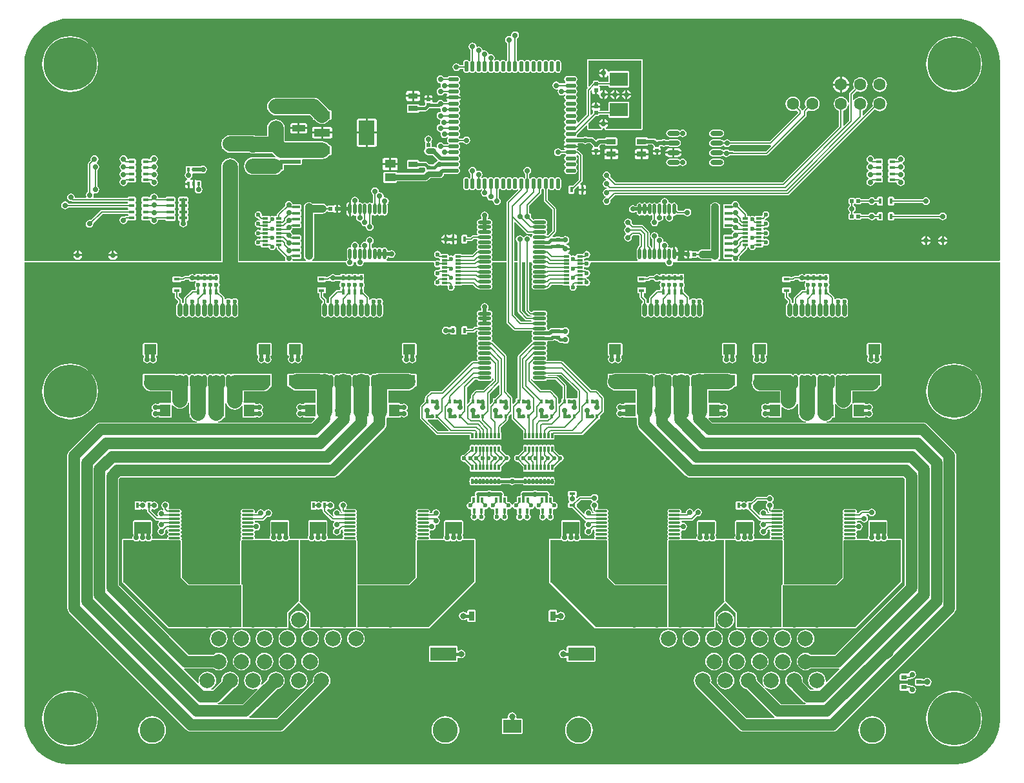
<source format=gtl>
G04 Layer_Physical_Order=1*
G04 Layer_Color=255*
%FSLAX25Y25*%
%MOIN*%
G70*
G01*
G75*
%ADD10R,0.01654X0.02362*%
%ADD11R,0.01181X0.03150*%
%ADD12R,0.03937X0.01772*%
%ADD13R,0.01772X0.03150*%
%ADD14R,0.03150X0.01575*%
%ADD15O,0.01772X0.05512*%
%ADD16R,0.03150X0.01181*%
%ADD17R,0.01575X0.03150*%
%ADD18R,0.02047X0.02047*%
%ADD19R,0.05118X0.03150*%
%ADD20R,0.13583X0.07087*%
%ADD21R,0.06693X0.03347*%
%ADD22R,0.08583X0.06378*%
%ADD23R,0.06457X0.05512*%
%ADD24R,0.05512X0.06457*%
%ADD25R,0.05315X0.04724*%
%ADD26R,0.08465X0.03937*%
%ADD27R,0.08465X0.12598*%
%ADD28O,0.05512X0.02165*%
%ADD29O,0.02165X0.05512*%
%ADD30O,0.02362X0.06890*%
%ADD31R,0.27953X0.18504*%
%ADD32O,0.06102X0.01299*%
%ADD33R,0.20472X0.29528*%
%ADD34O,0.06496X0.02559*%
%ADD35R,0.09449X0.07087*%
%ADD36O,0.06890X0.01772*%
%ADD37R,0.03150X0.05118*%
%ADD38R,0.09449X0.06890*%
%ADD39R,0.07480X0.03937*%
%ADD40R,0.03150X0.01772*%
%ADD41R,0.02047X0.02047*%
%ADD42R,0.01181X0.02559*%
%ADD43R,0.01476X0.02559*%
%ADD44R,0.03150X0.02362*%
%ADD45R,0.05787X0.04449*%
%ADD46C,0.01772*%
%ADD47C,0.00787*%
%ADD48C,0.05905*%
%ADD49C,0.07874*%
%ADD50C,0.01968*%
%ADD51C,0.01181*%
%ADD52C,0.03937*%
%ADD53C,0.03150*%
%ADD54C,0.06299*%
%ADD55C,0.12992*%
%ADD56C,0.07874*%
%ADD57C,0.27559*%
%ADD58C,0.03150*%
%ADD59C,0.02756*%
%ADD60C,0.02362*%
G36*
X484252Y389764D02*
X485412Y389764D01*
X487722Y389536D01*
X489999Y389084D01*
X492220Y388410D01*
X494364Y387522D01*
X496411Y386427D01*
X498341Y385138D01*
X500135Y383666D01*
X501776Y382024D01*
X503248Y380230D01*
X504538Y378300D01*
X505632Y376254D01*
X506520Y374109D01*
X507194Y371888D01*
X507647Y369612D01*
X507874Y367302D01*
Y366142D01*
X507874D01*
X507874Y264927D01*
X507374Y264427D01*
X373285D01*
X373049Y264868D01*
X373122Y264977D01*
X373275Y265748D01*
X373178Y266236D01*
X377093Y270151D01*
X377312Y270479D01*
X377390Y270866D01*
Y271399D01*
X377953D01*
X378182Y271277D01*
X378245Y270959D01*
X378638Y270371D01*
X379227Y269977D01*
X379921Y269839D01*
X380616Y269977D01*
X381204Y270371D01*
X381597Y270959D01*
X381661Y271277D01*
X381890Y271399D01*
X385039D01*
X385497Y271589D01*
X385687Y272047D01*
Y272157D01*
X386187Y272424D01*
X386314Y272340D01*
X387008Y272201D01*
X387702Y272340D01*
X388291Y272733D01*
X388684Y273321D01*
X388822Y274016D01*
X388684Y274710D01*
X388291Y275299D01*
X387702Y275692D01*
X387008Y275830D01*
X386314Y275692D01*
X385789Y275831D01*
X385687Y275984D01*
Y276881D01*
X386187Y277148D01*
X386314Y277064D01*
X387008Y276926D01*
X387702Y277064D01*
X388291Y277457D01*
X388684Y278046D01*
X388822Y278740D01*
X388684Y279434D01*
X388291Y280023D01*
X387702Y280416D01*
X387008Y280555D01*
X386314Y280416D01*
X386187Y280332D01*
X385687Y280599D01*
Y281102D01*
X385932Y281469D01*
X386418D01*
X386805Y281546D01*
X386972Y281657D01*
X387008Y281650D01*
X387702Y281788D01*
X388291Y282182D01*
X388684Y282770D01*
X388822Y283465D01*
X388684Y284159D01*
X388291Y284748D01*
X387702Y285141D01*
X387008Y285279D01*
X386444Y285167D01*
X386249Y285638D01*
X386345Y285702D01*
X387020Y286377D01*
X387702Y286513D01*
X388291Y286906D01*
X388684Y287495D01*
X388822Y288189D01*
X388684Y288883D01*
X388291Y289472D01*
X387702Y289865D01*
X387008Y290003D01*
X386314Y289865D01*
X385725Y289472D01*
X385332Y288883D01*
X385193Y288189D01*
X385208Y288118D01*
X385184Y288052D01*
X384790Y287656D01*
X381890D01*
X381432Y287466D01*
X380843Y287351D01*
X380616Y287503D01*
X379921Y287641D01*
X379227Y287503D01*
X378999Y287351D01*
X378411Y287466D01*
X377953Y287656D01*
X377390D01*
Y288189D01*
X377312Y288576D01*
X377093Y288904D01*
X373178Y292819D01*
X373275Y293307D01*
X373122Y294078D01*
X372685Y294732D01*
X372031Y295169D01*
X371260Y295322D01*
X370489Y295169D01*
X369835Y294732D01*
X369398Y294078D01*
X369315Y293659D01*
X365551D01*
X365093Y293470D01*
X364903Y293012D01*
Y291240D01*
X365093Y290782D01*
X365093Y290320D01*
X364903Y289862D01*
Y288090D01*
X365093Y287632D01*
X365093Y287171D01*
X364903Y286713D01*
Y284941D01*
X365093Y284483D01*
X365093Y284021D01*
X364903Y283563D01*
Y281791D01*
X365093Y281333D01*
X365551Y281144D01*
X369315D01*
X369398Y280725D01*
X369835Y280071D01*
X370198Y279828D01*
Y279227D01*
X369835Y278984D01*
X369398Y278330D01*
X369315Y277911D01*
X365551D01*
X365093Y277722D01*
X364903Y277264D01*
Y275492D01*
X365093Y275034D01*
X365093Y274572D01*
X364903Y274114D01*
Y272342D01*
X365093Y271884D01*
X365093Y271423D01*
X364903Y270965D01*
Y269193D01*
X365093Y268735D01*
X365093Y268273D01*
X364903Y267815D01*
Y266043D01*
X365093Y265585D01*
X365551Y265396D01*
X369315D01*
X369398Y264977D01*
X369471Y264868D01*
X369235Y264427D01*
X362604D01*
X362435Y264927D01*
X362657Y265098D01*
X362928Y265450D01*
X363253Y265585D01*
X363443Y266043D01*
Y267815D01*
X363416Y267881D01*
Y269127D01*
X363443Y269193D01*
Y270965D01*
X363416Y271030D01*
Y272277D01*
X363443Y272342D01*
Y274114D01*
X363416Y274180D01*
Y275427D01*
X363443Y275492D01*
Y277264D01*
X363416Y277329D01*
Y281726D01*
X363443Y281791D01*
Y283563D01*
X363416Y283629D01*
Y284875D01*
X363443Y284941D01*
Y286713D01*
X363416Y286778D01*
Y288025D01*
X363443Y288090D01*
Y289862D01*
X363416Y289928D01*
Y291175D01*
X363443Y291240D01*
Y293012D01*
X363253Y293470D01*
X362928Y293605D01*
X362657Y293957D01*
X362121Y294368D01*
X361497Y294627D01*
X360827Y294715D01*
X360157Y294627D01*
X359532Y294368D01*
X358996Y293957D01*
X358726Y293605D01*
X358400Y293470D01*
X358210Y293012D01*
Y291240D01*
X358238Y291175D01*
Y289928D01*
X358210Y289862D01*
Y288090D01*
X358238Y288025D01*
Y286778D01*
X358210Y286713D01*
Y284941D01*
X358238Y284875D01*
Y283629D01*
X358210Y283563D01*
Y281791D01*
X358238Y281726D01*
Y277329D01*
X358210Y277264D01*
Y275492D01*
X358238Y275427D01*
Y274180D01*
X358210Y274114D01*
Y272342D01*
X358238Y272277D01*
Y271030D01*
X358210Y270965D01*
Y270306D01*
X354271D01*
X353601Y270217D01*
X352977Y269959D01*
X352441Y269547D01*
X352101Y269105D01*
X351747Y269089D01*
X351543Y269144D01*
X351521Y269198D01*
X351063Y269388D01*
X349016D01*
X348694Y269254D01*
X348556Y269461D01*
X348225Y269682D01*
X347835Y269760D01*
X347311D01*
Y267717D01*
Y265673D01*
X347835D01*
X348225Y265751D01*
X348556Y265972D01*
X348694Y266179D01*
X349016Y266045D01*
X351063D01*
X351521Y266235D01*
X351543Y266289D01*
X351747Y266344D01*
X352101Y266329D01*
X352441Y265886D01*
X352977Y265474D01*
X353601Y265216D01*
X354271Y265127D01*
X358780D01*
X358948Y264927D01*
X358714Y264427D01*
X341455D01*
X341188Y264927D01*
X341442Y265307D01*
X341588Y266043D01*
Y267413D01*
X339665D01*
Y267913D01*
X339165D01*
Y271607D01*
X338930Y271560D01*
X338306Y271143D01*
X338132Y270883D01*
X337685Y271182D01*
X337106Y271297D01*
X336784Y271233D01*
X336631Y271371D01*
X336429Y271672D01*
X336562Y272342D01*
X336409Y273114D01*
X335972Y273767D01*
X335318Y274204D01*
X334547Y274358D01*
X334330Y274314D01*
X333976Y274668D01*
X334003Y274803D01*
X333850Y275574D01*
X333413Y276228D01*
X332759Y276665D01*
X331988Y276818D01*
X331791Y276779D01*
X331509Y277061D01*
X331434Y277218D01*
X331291Y277937D01*
X330854Y278590D01*
X330200Y279027D01*
X329429Y279181D01*
X328658Y279027D01*
X328004Y278590D01*
X327567Y277937D01*
X327414Y277165D01*
X327567Y276394D01*
X328004Y275741D01*
X328418Y275464D01*
Y271486D01*
X328137Y271317D01*
X327805Y271450D01*
X327585Y271778D01*
X326897Y272466D01*
Y278864D01*
X326820Y279251D01*
X326601Y279579D01*
X323575Y282605D01*
X323247Y282824D01*
X322860Y282901D01*
X318529D01*
X317666Y283764D01*
X317763Y284252D01*
X317610Y285023D01*
X317173Y285677D01*
X316519Y286114D01*
X315748Y286267D01*
X314977Y286114D01*
X314323Y285677D01*
X313886Y285023D01*
X313733Y284252D01*
X313886Y283481D01*
X314323Y282827D01*
X314687Y282584D01*
Y281983D01*
X314323Y281740D01*
X313886Y281086D01*
X313733Y280315D01*
X313886Y279544D01*
X314323Y278890D01*
X314687Y278647D01*
Y278046D01*
X314323Y277803D01*
X313886Y277149D01*
X313733Y276378D01*
X313886Y275607D01*
X314323Y274953D01*
X314977Y274516D01*
X315748Y274363D01*
X316519Y274516D01*
X317173Y274953D01*
X317610Y275607D01*
X317763Y276378D01*
X317666Y276866D01*
X318529Y277729D01*
X321136D01*
X321725Y277140D01*
Y272466D01*
X321037Y271778D01*
X320817Y271450D01*
X320740Y271063D01*
Y270893D01*
X320682Y270853D01*
X320354Y270363D01*
X320239Y269783D01*
Y266043D01*
X320354Y265464D01*
X320682Y264973D01*
X320751Y264927D01*
X320599Y264427D01*
X296526D01*
X296459Y264399D01*
X296388Y264412D01*
X296237Y264308D01*
X296068Y264238D01*
X295686Y264214D01*
X295480Y264273D01*
X295182Y264472D01*
X294488Y264610D01*
X293794Y264472D01*
X293667Y264387D01*
X293167Y264654D01*
Y265354D01*
X293318Y265580D01*
X293553Y265731D01*
X293891Y265798D01*
X294148Y265970D01*
X294488Y265902D01*
X295182Y266040D01*
X295771Y266434D01*
X296164Y267022D01*
X296303Y267717D01*
X296164Y268411D01*
X295771Y269000D01*
X295182Y269393D01*
X294488Y269531D01*
X293794Y269393D01*
X293205Y269000D01*
X292812Y268411D01*
X292749Y268093D01*
X292520Y267971D01*
X289370D01*
X288912Y267781D01*
X288722Y267323D01*
Y267213D01*
X288222Y266946D01*
X288096Y267031D01*
X287402Y267169D01*
X286707Y267031D01*
X286581Y266946D01*
X286081Y267213D01*
Y267323D01*
X285891Y267781D01*
X285433Y267971D01*
X284900D01*
X284749Y268471D01*
X285179Y268758D01*
X285705Y269545D01*
X285790Y269972D01*
X283465D01*
Y270972D01*
X285790D01*
X285705Y271400D01*
X285179Y272187D01*
X284392Y272712D01*
X284030Y272784D01*
Y273294D01*
X284236Y273335D01*
X284890Y273772D01*
X285326Y274426D01*
X285480Y275197D01*
X285326Y275968D01*
X284890Y276622D01*
X284236Y277059D01*
X283465Y277212D01*
X282693Y277059D01*
X282172Y276710D01*
X281012D01*
X281009Y276718D01*
X280551Y276908D01*
X278504D01*
X278122Y276749D01*
X276865D01*
X276674Y277211D01*
X278274Y278812D01*
X278494Y279140D01*
X278571Y279528D01*
Y291339D01*
X278494Y291726D01*
X278274Y292054D01*
X274240Y296088D01*
Y301312D01*
X274440Y301446D01*
X274553Y301614D01*
X275053D01*
X275166Y301446D01*
X275722Y301074D01*
X276378Y300943D01*
X277034Y301074D01*
X277590Y301446D01*
X277703Y301614D01*
X278203D01*
X278316Y301446D01*
X278872Y301074D01*
X279528Y300943D01*
X280184Y301074D01*
X280740Y301446D01*
X281111Y302002D01*
X281242Y302658D01*
Y306004D01*
X281111Y306660D01*
X280740Y307216D01*
X280184Y307588D01*
X279528Y307718D01*
X278872Y307588D01*
X278316Y307216D01*
X278203Y307047D01*
X277703D01*
X277590Y307216D01*
X277034Y307588D01*
X276378Y307718D01*
X275722Y307588D01*
X275166Y307216D01*
X275053Y307047D01*
X274553D01*
X274440Y307216D01*
X273884Y307588D01*
X273228Y307718D01*
X272572Y307588D01*
X272016Y307216D01*
X271904Y307047D01*
X271404D01*
X271291Y307216D01*
X270735Y307588D01*
X270079Y307718D01*
X269423Y307588D01*
X268867Y307216D01*
X268754Y307047D01*
X268254D01*
X268141Y307216D01*
X267585Y307588D01*
X266929Y307718D01*
X266273Y307588D01*
X265717Y307216D01*
X265643Y307105D01*
X265139Y307074D01*
X264791Y307417D01*
Y309323D01*
X265205Y309599D01*
X265641Y310252D01*
X265795Y311024D01*
X265641Y311795D01*
X265205Y312449D01*
X264551Y312885D01*
X263780Y313039D01*
X263008Y312885D01*
X262355Y312449D01*
X261918Y311795D01*
X261765Y311024D01*
X261918Y310252D01*
X262355Y309599D01*
X262768Y309323D01*
Y307350D01*
X262568Y307216D01*
X262455Y307047D01*
X261955D01*
X261842Y307216D01*
X261286Y307588D01*
X260630Y307718D01*
X259974Y307588D01*
X259418Y307216D01*
X259305Y307047D01*
X258805D01*
X258692Y307216D01*
X258136Y307588D01*
X257480Y307718D01*
X256824Y307588D01*
X256268Y307216D01*
X256156Y307047D01*
X255656D01*
X255543Y307216D01*
X254987Y307588D01*
X254331Y307718D01*
X253675Y307588D01*
X253119Y307216D01*
X253006Y307047D01*
X252506D01*
X252393Y307216D01*
X251837Y307588D01*
X251181Y307718D01*
X250525Y307588D01*
X249969Y307216D01*
X249856Y307047D01*
X249356D01*
X249243Y307216D01*
X248687Y307588D01*
X248031Y307718D01*
X247375Y307588D01*
X246819Y307216D01*
X246707Y307047D01*
X246207D01*
X246094Y307216D01*
X245538Y307588D01*
X244882Y307718D01*
X244226Y307588D01*
X243670Y307216D01*
X243557Y307047D01*
X243057D01*
X242944Y307216D01*
X242388Y307588D01*
X241732Y307718D01*
X241076Y307588D01*
X240520Y307216D01*
X240038Y307362D01*
X239988Y307417D01*
X240007Y307629D01*
X240008Y307630D01*
X240445Y308283D01*
X240598Y309054D01*
X240445Y309826D01*
X240008Y310479D01*
X239354Y310916D01*
X238583Y311070D01*
X237936Y310941D01*
X237740Y310974D01*
X237404Y311245D01*
X237295Y311795D01*
X236858Y312449D01*
X236204Y312885D01*
X235433Y313039D01*
X234662Y312885D01*
X234008Y312449D01*
X233571Y311795D01*
X233418Y311024D01*
X233571Y310252D01*
X234008Y309599D01*
X234421Y309323D01*
Y307350D01*
X234221Y307216D01*
X234108Y307047D01*
X233608D01*
X233495Y307216D01*
X232939Y307588D01*
X232283Y307718D01*
X231627Y307588D01*
X231071Y307216D01*
X230700Y306660D01*
X230569Y306004D01*
Y302658D01*
X230700Y302002D01*
X231071Y301446D01*
X231627Y301074D01*
X232283Y300943D01*
X232939Y301074D01*
X233495Y301446D01*
X233608Y301614D01*
X234108D01*
X234221Y301446D01*
X234777Y301074D01*
X235433Y300943D01*
X236089Y301074D01*
X236645Y301446D01*
X236758Y301614D01*
X237258D01*
X237371Y301446D01*
X237927Y301074D01*
X238583Y300943D01*
X239239Y301074D01*
X239795Y301446D01*
X240277Y301300D01*
X240327Y301245D01*
X240307Y301033D01*
X240307Y301032D01*
X239870Y300378D01*
X239717Y299607D01*
X239870Y298836D01*
X240307Y298182D01*
X240961Y297745D01*
X241732Y297592D01*
X242379Y297721D01*
X242575Y297688D01*
X242911Y297417D01*
X243020Y296867D01*
X243457Y296213D01*
X244111Y295776D01*
X244882Y295623D01*
X245604Y295767D01*
X245810Y295642D01*
X246049Y295440D01*
X246016Y295276D01*
X246170Y294504D01*
X246607Y293851D01*
X247260Y293414D01*
X248031Y293261D01*
X248803Y293414D01*
X249456Y293851D01*
X249893Y294504D01*
X250047Y295276D01*
X249893Y296047D01*
X249456Y296701D01*
X249043Y296977D01*
Y301312D01*
X249243Y301446D01*
X249356Y301614D01*
X249856D01*
X249969Y301446D01*
X250525Y301074D01*
X251181Y300943D01*
X251837Y301074D01*
X252393Y301446D01*
X252506Y301614D01*
X253006D01*
X253119Y301446D01*
X253675Y301074D01*
X254331Y300943D01*
X254987Y301074D01*
X255543Y301446D01*
X255656Y301614D01*
X256156D01*
X256268Y301446D01*
X256824Y301074D01*
X257480Y300943D01*
X258136Y301074D01*
X258506Y301321D01*
X259027Y301224D01*
X259110Y301170D01*
X259133Y301114D01*
X253222Y295203D01*
X253002Y294875D01*
X252925Y294488D01*
Y264427D01*
X245785D01*
X245763Y264418D01*
X245689Y264457D01*
X245361Y264948D01*
Y265367D01*
X245689Y265858D01*
X245805Y266437D01*
X245689Y267016D01*
X245446Y267381D01*
X245394Y267717D01*
X245446Y268052D01*
X245689Y268417D01*
X245805Y268996D01*
X245689Y269575D01*
X245361Y270066D01*
Y270485D01*
X245689Y270976D01*
X245805Y271555D01*
X245689Y272134D01*
X245361Y272625D01*
Y273044D01*
X245689Y273535D01*
X245805Y274114D01*
X245689Y274693D01*
X245446Y275058D01*
X245394Y275394D01*
X245446Y275729D01*
X245689Y276094D01*
X245805Y276673D01*
X245689Y277253D01*
X245361Y277743D01*
Y278162D01*
X245689Y278653D01*
X245805Y279232D01*
X245689Y279812D01*
X245361Y280302D01*
Y280721D01*
X245689Y281212D01*
X245805Y281791D01*
X245689Y282370D01*
X245361Y282861D01*
Y283280D01*
X245689Y283771D01*
X245805Y284350D01*
X245689Y284929D01*
X245361Y285420D01*
X244870Y285749D01*
X244291Y285864D01*
X243346D01*
Y286653D01*
X243594Y287024D01*
X243747Y287795D01*
X243594Y288566D01*
X243157Y289220D01*
X242503Y289657D01*
X241732Y289810D01*
X240961Y289657D01*
X240307Y289220D01*
X239871Y288566D01*
X239717Y287795D01*
X239871Y287024D01*
X240119Y286653D01*
Y285864D01*
X239173D01*
X238594Y285749D01*
X238103Y285420D01*
X237775Y284929D01*
X237660Y284350D01*
X237775Y283771D01*
X238103Y283280D01*
Y282861D01*
X237775Y282370D01*
X237660Y281791D01*
X237775Y281212D01*
X238103Y280721D01*
Y280302D01*
X237775Y279812D01*
X237660Y279232D01*
X237775Y278653D01*
X238097Y278171D01*
X238084Y278112D01*
X237917Y277685D01*
X235729D01*
X235341Y277608D01*
X235013Y277389D01*
X234227Y276602D01*
X232734D01*
Y277165D01*
X232545Y277623D01*
X232087Y277813D01*
X230315D01*
X229857Y277623D01*
X229667Y277165D01*
Y274016D01*
X229857Y273558D01*
X230315Y273368D01*
X232087D01*
X232545Y273558D01*
X232734Y274016D01*
Y274579D01*
X234646D01*
X235033Y274656D01*
X235361Y274875D01*
X236147Y275662D01*
X237734D01*
X238043Y275214D01*
X238019Y275058D01*
X237775Y274693D01*
X237660Y274114D01*
X237775Y273535D01*
X238103Y273044D01*
Y272625D01*
X237775Y272134D01*
X237660Y271555D01*
X237775Y270976D01*
X238097Y270494D01*
X238084Y270435D01*
X237917Y270008D01*
X237894D01*
X237894Y270008D01*
X237507Y269931D01*
X237178Y269711D01*
X235211Y267744D01*
X230001D01*
X229986Y267781D01*
X229528Y267971D01*
X226378D01*
X225920Y267781D01*
X225730Y267323D01*
Y267213D01*
X225230Y266946D01*
X225104Y267031D01*
X224410Y267169D01*
X223715Y267031D01*
X223589Y266946D01*
X223089Y267213D01*
Y267323D01*
X222899Y267781D01*
X222441Y267971D01*
X219291D01*
X219062Y268093D01*
X218999Y268411D01*
X218606Y269000D01*
X218017Y269393D01*
X217323Y269531D01*
X216629Y269393D01*
X216040Y269000D01*
X215647Y268411D01*
X215508Y267717D01*
X215647Y267022D01*
X216040Y266434D01*
X216629Y266040D01*
X217323Y265902D01*
X217663Y265970D01*
X217920Y265798D01*
X218258Y265731D01*
X218493Y265580D01*
X218644Y265354D01*
Y264654D01*
X218144Y264387D01*
X218017Y264472D01*
X217323Y264610D01*
X216629Y264472D01*
X216331Y264273D01*
X216125Y264214D01*
X215743Y264238D01*
X215574Y264308D01*
X215423Y264412D01*
X215352Y264399D01*
X215285Y264427D01*
X191212D01*
X191060Y264927D01*
X191129Y264973D01*
X191457Y265464D01*
X191572Y266043D01*
Y266300D01*
X192362D01*
X192733Y266052D01*
X193504Y265898D01*
X194275Y266052D01*
X194929Y266489D01*
X195366Y267142D01*
X195519Y267913D01*
X195366Y268685D01*
X194929Y269338D01*
X194275Y269775D01*
X193504Y269929D01*
X192733Y269775D01*
X192362Y269527D01*
X191572D01*
Y269783D01*
X191457Y270363D01*
X191129Y270854D01*
X190638Y271182D01*
X190059Y271297D01*
X189480Y271182D01*
X189115Y270938D01*
X188779Y270886D01*
X188444Y270938D01*
X188079Y271182D01*
X187500Y271297D01*
X186921Y271182D01*
X186430Y270854D01*
X186011D01*
X185520Y271182D01*
X184941Y271297D01*
X184362Y271182D01*
X183997Y270938D01*
X183842Y270914D01*
X183394Y271223D01*
Y273102D01*
X183807Y273378D01*
X184244Y274032D01*
X184397Y274803D01*
X184244Y275574D01*
X183807Y276228D01*
X183153Y276665D01*
X182382Y276818D01*
X181611Y276665D01*
X180957Y276228D01*
X180520Y275574D01*
X180367Y274803D01*
X180394Y274668D01*
X180040Y274314D01*
X179823Y274358D01*
X179052Y274204D01*
X178398Y273767D01*
X177961Y273114D01*
X177808Y272342D01*
X177941Y271672D01*
X177739Y271371D01*
X177586Y271233D01*
X177264Y271297D01*
X176942Y271233D01*
X176789Y271371D01*
X176586Y271672D01*
X176720Y272342D01*
X176566Y273114D01*
X176130Y273767D01*
X175476Y274204D01*
X174705Y274358D01*
X173934Y274204D01*
X173280Y273767D01*
X172843Y273114D01*
X172690Y272342D01*
X172823Y271672D01*
X172621Y271371D01*
X172468Y271233D01*
X172146Y271297D01*
X171566Y271182D01*
X171076Y270854D01*
X170747Y270363D01*
X170632Y269783D01*
Y266043D01*
X170747Y265464D01*
X170996Y265093D01*
X170721Y264909D01*
X170288Y264262D01*
X170144Y264321D01*
X169952Y264424D01*
X169919Y264414D01*
X169888Y264427D01*
X152762D01*
X152592Y264927D01*
X152815Y265098D01*
X153085Y265450D01*
X153411Y265585D01*
X153601Y266043D01*
Y267815D01*
X153573Y267881D01*
Y269127D01*
X153601Y269193D01*
Y270965D01*
X153573Y271030D01*
Y272277D01*
X153601Y272342D01*
Y274114D01*
X153573Y274180D01*
Y275427D01*
X153601Y275492D01*
Y277264D01*
X153573Y277329D01*
Y281726D01*
X153601Y281791D01*
Y283563D01*
X153573Y283629D01*
Y284875D01*
X153601Y284941D01*
Y286713D01*
X153573Y286778D01*
Y288025D01*
X153601Y288090D01*
Y288750D01*
X157894D01*
X158564Y288838D01*
X159188Y289096D01*
X159725Y289508D01*
X160064Y289950D01*
X160419Y289966D01*
X160622Y289911D01*
X160644Y289857D01*
X161102Y289667D01*
X163150D01*
X163472Y289801D01*
X163610Y289594D01*
X163941Y289373D01*
X164331Y289295D01*
X164854D01*
Y291339D01*
Y293382D01*
X164331D01*
X163941Y293304D01*
X163610Y293083D01*
X163472Y292877D01*
X163150Y293010D01*
X161102D01*
X160644Y292820D01*
X160622Y292766D01*
X160419Y292711D01*
X160064Y292727D01*
X159725Y293169D01*
X159188Y293581D01*
X158564Y293839D01*
X157894Y293928D01*
X152844D01*
X152815Y293957D01*
X152279Y294368D01*
X151654Y294627D01*
X150984Y294715D01*
X150314Y294627D01*
X149690Y294368D01*
X149153Y293957D01*
X148883Y293605D01*
X148558Y293470D01*
X148368Y293012D01*
Y291240D01*
X148395Y291175D01*
Y289928D01*
X148368Y289862D01*
Y288090D01*
X148395Y288025D01*
Y286778D01*
X148368Y286713D01*
Y284941D01*
X148395Y284875D01*
Y283629D01*
X148368Y283563D01*
Y281791D01*
X148395Y281726D01*
Y277329D01*
X148368Y277264D01*
Y275492D01*
X148395Y275427D01*
Y274180D01*
X148368Y274114D01*
Y272342D01*
X148395Y272277D01*
Y271030D01*
X148368Y270965D01*
Y269193D01*
X148395Y269127D01*
Y267881D01*
X148368Y267815D01*
Y266043D01*
X148558Y265585D01*
X148883Y265450D01*
X149153Y265098D01*
X149376Y264927D01*
X149207Y264427D01*
X142576D01*
X142340Y264868D01*
X142413Y264977D01*
X142496Y265396D01*
X146260D01*
X146718Y265585D01*
X146908Y266043D01*
Y267815D01*
X146718Y268273D01*
X146718Y268735D01*
X146908Y269193D01*
Y270965D01*
X146718Y271423D01*
X146718Y271884D01*
X146908Y272342D01*
Y274114D01*
X146718Y274572D01*
X146718Y275034D01*
X146908Y275492D01*
Y277264D01*
X146718Y277722D01*
X146260Y277911D01*
X142496D01*
X142413Y278330D01*
X141976Y278984D01*
X141613Y279227D01*
Y279828D01*
X141976Y280071D01*
X142413Y280725D01*
X142496Y281144D01*
X146260D01*
X146718Y281333D01*
X146908Y281791D01*
Y283563D01*
X146718Y284021D01*
X146718Y284483D01*
X146908Y284941D01*
Y286713D01*
X146718Y287171D01*
X146718Y287632D01*
X146908Y288090D01*
Y289862D01*
X146718Y290320D01*
X146718Y290782D01*
X146908Y291240D01*
Y293012D01*
X146718Y293470D01*
X146260Y293659D01*
X142496D01*
X142413Y294078D01*
X141976Y294732D01*
X141322Y295169D01*
X140551Y295322D01*
X139780Y295169D01*
X139126Y294732D01*
X138689Y294078D01*
X138536Y293307D01*
X138633Y292819D01*
X134718Y288904D01*
X134499Y288576D01*
X134422Y288189D01*
Y287656D01*
X133858D01*
X133400Y287466D01*
X132811Y287351D01*
X132584Y287503D01*
X131890Y287641D01*
X131195Y287503D01*
X130968Y287351D01*
X130379Y287466D01*
X129921Y287656D01*
X127021D01*
X126627Y288052D01*
X126603Y288118D01*
X126618Y288189D01*
X126479Y288883D01*
X126086Y289472D01*
X125497Y289865D01*
X124803Y290003D01*
X124109Y289865D01*
X123520Y289472D01*
X123127Y288883D01*
X122989Y288189D01*
X123127Y287495D01*
X123520Y286906D01*
X124109Y286513D01*
X124791Y286377D01*
X125466Y285702D01*
X125466Y285702D01*
X125562Y285638D01*
X125367Y285167D01*
X124803Y285279D01*
X124109Y285141D01*
X123520Y284748D01*
X123127Y284159D01*
X122989Y283465D01*
X123127Y282770D01*
X123520Y282182D01*
X124109Y281788D01*
X124803Y281650D01*
X124839Y281657D01*
X125006Y281546D01*
X125393Y281469D01*
X125879D01*
X126124Y281102D01*
Y280599D01*
X125624Y280332D01*
X125497Y280416D01*
X124803Y280555D01*
X124109Y280416D01*
X123520Y280023D01*
X123127Y279434D01*
X122989Y278740D01*
X123127Y278046D01*
X123520Y277457D01*
X124109Y277064D01*
X124803Y276926D01*
X125497Y277064D01*
X125624Y277148D01*
X126124Y276881D01*
Y275984D01*
X126022Y275831D01*
X125497Y275692D01*
X124803Y275830D01*
X124109Y275692D01*
X123520Y275299D01*
X123127Y274710D01*
X122989Y274016D01*
X123127Y273321D01*
X123520Y272733D01*
X124109Y272340D01*
X124803Y272201D01*
X125497Y272340D01*
X125624Y272424D01*
X126124Y272157D01*
Y272047D01*
X126314Y271589D01*
X126772Y271399D01*
X129921D01*
X130150Y271277D01*
X130213Y270959D01*
X130607Y270371D01*
X131195Y269977D01*
X131890Y269839D01*
X132584Y269977D01*
X133173Y270371D01*
X133566Y270959D01*
X133629Y271277D01*
X133858Y271399D01*
X134422D01*
Y270866D01*
X134499Y270479D01*
X134718Y270151D01*
X138633Y266236D01*
X138536Y265748D01*
X138689Y264977D01*
X138762Y264868D01*
X138526Y264427D01*
X114811D01*
Y312992D01*
X114655Y314176D01*
X114624Y314251D01*
Y314961D01*
X114435Y315419D01*
X113976Y315609D01*
X113946D01*
X113471Y316227D01*
X112524Y316954D01*
X111420Y317411D01*
X110236Y317567D01*
X109052Y317411D01*
X107949Y316954D01*
X107002Y316227D01*
X106527Y315609D01*
X106496D01*
X106038Y315419D01*
X105848Y314961D01*
Y314251D01*
X105818Y314176D01*
X105662Y312992D01*
Y264427D01*
X49801D01*
X49752Y264927D01*
X49932Y264963D01*
X50534Y265083D01*
X51321Y265608D01*
X51846Y266395D01*
X51931Y266823D01*
X47281D01*
X47366Y266395D01*
X47892Y265608D01*
X48678Y265083D01*
X49280Y264963D01*
X49461Y264927D01*
X49411Y264427D01*
X31691D01*
X31642Y264927D01*
X31822Y264963D01*
X32424Y265083D01*
X33211Y265608D01*
X33736Y266395D01*
X33821Y266823D01*
X29171D01*
X29256Y266395D01*
X29782Y265608D01*
X30568Y265083D01*
X31170Y264963D01*
X31350Y264927D01*
X31301Y264427D01*
X3937D01*
X3937Y264427D01*
Y366142D01*
Y367302D01*
X4165Y369612D01*
X4617Y371888D01*
X5291Y374109D01*
X6179Y376254D01*
X7273Y378300D01*
X8563Y380230D01*
X10035Y382024D01*
X11676Y383666D01*
X13471Y385138D01*
X15400Y386427D01*
X17447Y387522D01*
X19591Y388410D01*
X21813Y389084D01*
X24089Y389536D01*
X26399Y389764D01*
X27559D01*
Y389764D01*
X484252Y389764D01*
D02*
G37*
G36*
X246233Y203427D02*
Y202781D01*
X240920Y197468D01*
X237402D01*
X237015Y197391D01*
X236686Y197172D01*
X234915Y195400D01*
X234695Y195072D01*
X234618Y194685D01*
Y193288D01*
X234345Y193175D01*
X234155Y192717D01*
Y191491D01*
X232970Y190306D01*
X232508Y190497D01*
Y198794D01*
X236541Y202827D01*
X238064D01*
X238103Y202768D01*
X238594Y202440D01*
X239173Y202325D01*
X244291D01*
X244870Y202440D01*
X245361Y202768D01*
X245689Y203259D01*
X245732Y203476D01*
X246233Y203427D01*
D02*
G37*
G36*
X258831Y238189D02*
X258908Y237802D01*
X259127Y237474D01*
X262769Y233832D01*
X263097Y233613D01*
X263484Y233536D01*
X265732D01*
X265887Y233268D01*
X265732Y233000D01*
X260557D01*
X256917Y236639D01*
Y263779D01*
X258831D01*
Y238189D01*
D02*
G37*
G36*
X507874Y27559D02*
Y26399D01*
X507647Y24089D01*
X507194Y21812D01*
X506520Y19591D01*
X505632Y17447D01*
X504538Y15400D01*
X503248Y13470D01*
X501776Y11676D01*
X500135Y10035D01*
X498341Y8563D01*
X496411Y7273D01*
X494364Y6179D01*
X492220Y5291D01*
X489999Y4617D01*
X487722Y4165D01*
X485412Y3937D01*
X484252Y3937D01*
X27559Y3937D01*
X26399D01*
X24089Y4165D01*
X21813Y4617D01*
X19591Y5291D01*
X17447Y6179D01*
X15400Y7273D01*
X13470Y8563D01*
X11676Y10035D01*
X10035Y11676D01*
X8563Y13470D01*
X7273Y15400D01*
X6179Y17447D01*
X5291Y19591D01*
X4617Y21813D01*
X4165Y24089D01*
X3937Y26399D01*
Y27559D01*
X3937D01*
Y263779D01*
X140317D01*
X140551Y263733D01*
X140786Y263779D01*
X169888D01*
X170131Y263484D01*
X170284Y262713D01*
X170721Y262059D01*
X171374Y261623D01*
X172146Y261469D01*
X172917Y261623D01*
X173571Y262059D01*
X174007Y262713D01*
X174161Y263484D01*
X174403Y263779D01*
X175006D01*
X175249Y263484D01*
X175402Y262713D01*
X175839Y262059D01*
X176493Y261623D01*
X177264Y261469D01*
X178035Y261623D01*
X178689Y262059D01*
X179125Y262713D01*
X179279Y263484D01*
X179521Y263779D01*
X215285D01*
X215605Y263280D01*
X215508Y262795D01*
X215647Y262101D01*
X216040Y261512D01*
X216629Y261119D01*
X217323Y260981D01*
X218017Y261119D01*
X218144Y261204D01*
X218644Y260936D01*
Y260236D01*
X218493Y260011D01*
X218258Y259860D01*
X217920Y259793D01*
X217663Y259621D01*
X217323Y259688D01*
X216629Y259550D01*
X216040Y259157D01*
X215647Y258569D01*
X215508Y257874D01*
X215647Y257180D01*
X216040Y256591D01*
X216629Y256198D01*
X217323Y256060D01*
X217543Y255650D01*
X217550Y255595D01*
X216819Y254864D01*
X216629Y254826D01*
X216040Y254433D01*
X215647Y253844D01*
X215508Y253150D01*
X215647Y252455D01*
X216040Y251867D01*
X216629Y251473D01*
X217323Y251335D01*
X218017Y251473D01*
X218373Y251711D01*
X218833Y251904D01*
X219291Y251714D01*
X222308D01*
X222359Y251687D01*
X222612Y251418D01*
X222692Y251277D01*
X222595Y250787D01*
X222733Y250093D01*
X223127Y249504D01*
X223715Y249111D01*
X224410Y248973D01*
X225104Y249111D01*
X225692Y249504D01*
X226086Y250093D01*
X226224Y250787D01*
X226126Y251277D01*
X226207Y251418D01*
X226460Y251687D01*
X226510Y251714D01*
X229528D01*
X229986Y251904D01*
X230001Y251941D01*
X235605D01*
X237178Y250367D01*
X237507Y250148D01*
X237894Y250071D01*
X238064D01*
X238103Y250013D01*
X238594Y249685D01*
X239173Y249569D01*
X244291D01*
X244870Y249685D01*
X245361Y250013D01*
X245689Y250504D01*
X245805Y251083D01*
X245689Y251662D01*
X245361Y252153D01*
Y252572D01*
X245689Y253063D01*
X245805Y253642D01*
X245689Y254221D01*
X245361Y254712D01*
Y255131D01*
X245689Y255622D01*
X245805Y256201D01*
X245689Y256780D01*
X245446Y257145D01*
X245394Y257480D01*
X245446Y257816D01*
X245689Y258181D01*
X245805Y258760D01*
X245689Y259339D01*
X245361Y259830D01*
Y260249D01*
X245689Y260740D01*
X245805Y261319D01*
X245689Y261898D01*
X245361Y262389D01*
Y262808D01*
X245689Y263299D01*
X245785Y263779D01*
X252925D01*
Y232677D01*
X253002Y232290D01*
X253222Y231962D01*
X256470Y228714D01*
X256798Y228495D01*
X257185Y228418D01*
X266264D01*
X266430Y227990D01*
X266444Y227931D01*
X266122Y227449D01*
X266006Y226870D01*
X266122Y226291D01*
X266365Y225926D01*
X266417Y225590D01*
X266365Y225255D01*
X266122Y224890D01*
X266006Y224311D01*
X266122Y223732D01*
X266450Y223241D01*
Y222878D01*
X266349Y222707D01*
X266247Y222687D01*
X265918Y222467D01*
X265918Y222467D01*
X259127Y215676D01*
X258908Y215348D01*
X258831Y214961D01*
Y193364D01*
X258425D01*
X257967Y193175D01*
X257778Y192717D01*
Y191491D01*
X256592Y190306D01*
X256130Y190497D01*
Y193307D01*
X256053Y193694D01*
X255833Y194022D01*
X252980Y196876D01*
Y214961D01*
X252903Y215348D01*
X252684Y215676D01*
X252684Y215676D01*
X245893Y222467D01*
X245564Y222687D01*
X245462Y222707D01*
X245361Y222878D01*
Y223241D01*
X245689Y223732D01*
X245805Y224311D01*
X245689Y224890D01*
X245446Y225255D01*
X245394Y225590D01*
X245446Y225926D01*
X245689Y226291D01*
X245805Y226870D01*
X245689Y227449D01*
X245361Y227940D01*
Y228359D01*
X245689Y228850D01*
X245805Y229429D01*
X245689Y230008D01*
X245361Y230499D01*
Y230918D01*
X245689Y231409D01*
X245805Y231988D01*
X245689Y232567D01*
X245446Y232932D01*
X245394Y233268D01*
X245446Y233603D01*
X245689Y233968D01*
X245805Y234547D01*
X245689Y235126D01*
X245361Y235617D01*
Y236036D01*
X245689Y236527D01*
X245805Y237106D01*
X245689Y237685D01*
X245361Y238176D01*
X244870Y238505D01*
X244291Y238620D01*
X243346D01*
Y239409D01*
X243594Y239780D01*
X243747Y240551D01*
X243594Y241322D01*
X243157Y241976D01*
X242503Y242413D01*
X241732Y242566D01*
X240961Y242413D01*
X240307Y241976D01*
X239871Y241322D01*
X239717Y240551D01*
X239871Y239780D01*
X240119Y239409D01*
Y238620D01*
X239173D01*
X238594Y238505D01*
X238103Y238176D01*
X237775Y237685D01*
X237660Y237106D01*
X237775Y236527D01*
X238103Y236036D01*
Y235617D01*
X237775Y235126D01*
X237660Y234547D01*
X237775Y233968D01*
X238019Y233603D01*
X238071Y233268D01*
X238019Y232932D01*
X237775Y232567D01*
X237660Y231988D01*
X237775Y231409D01*
X238097Y230927D01*
X238084Y230868D01*
X237917Y230441D01*
X236910D01*
X236909Y230441D01*
X236522Y230364D01*
X236194Y230144D01*
X235408Y229358D01*
X232734D01*
Y229921D01*
X232545Y230379D01*
X232087Y230569D01*
X230315D01*
X229857Y230379D01*
X229667Y229921D01*
Y226772D01*
X229857Y226314D01*
X230315Y226124D01*
X232087D01*
X232545Y226314D01*
X232734Y226772D01*
Y227335D01*
X235827D01*
X236214Y227412D01*
X236542Y227631D01*
X237329Y228418D01*
X237917D01*
X238084Y227990D01*
X238097Y227931D01*
X237775Y227449D01*
X237660Y226870D01*
X237775Y226291D01*
X238019Y225926D01*
X238071Y225590D01*
X238019Y225255D01*
X237775Y224890D01*
X237660Y224311D01*
X237775Y223732D01*
X238103Y223241D01*
Y222822D01*
X237775Y222331D01*
X237660Y221752D01*
X237775Y221173D01*
X238019Y220808D01*
X238071Y220472D01*
X238019Y220137D01*
X237775Y219772D01*
X237660Y219193D01*
X237775Y218614D01*
X238103Y218123D01*
Y217704D01*
X237775Y217213D01*
X237660Y216634D01*
X237775Y216055D01*
X238019Y215690D01*
X238071Y215354D01*
X238019Y215019D01*
X237775Y214654D01*
X237660Y214075D01*
X237775Y213496D01*
X238019Y213131D01*
X238043Y212975D01*
X237734Y212527D01*
X235531D01*
X235144Y212450D01*
X234816Y212231D01*
X234816Y212231D01*
X219660Y197075D01*
X214173D01*
X213786Y196998D01*
X213458Y196778D01*
X211293Y194613D01*
X211073Y194285D01*
X210996Y193898D01*
Y193288D01*
X210723Y193175D01*
X210533Y192717D01*
Y191491D01*
X208734Y189692D01*
X208514Y189364D01*
X208437Y188976D01*
Y183071D01*
X208514Y182684D01*
X208734Y182356D01*
X216607Y174482D01*
X216936Y174262D01*
X217323Y174185D01*
X233998D01*
Y172441D01*
X234188Y171983D01*
X234646Y171793D01*
X235827D01*
X236221Y171956D01*
X236614Y171793D01*
X237795D01*
X238189Y171956D01*
X238583Y171793D01*
X239764D01*
X240158Y171956D01*
X240551Y171793D01*
X241732D01*
X242126Y171956D01*
X242520Y171793D01*
X243701D01*
X244094Y171956D01*
X244488Y171793D01*
X245669D01*
X246063Y171956D01*
X246457Y171793D01*
X247638D01*
X248031Y171956D01*
X248425Y171793D01*
X249606D01*
X250064Y171983D01*
X250254Y172441D01*
Y175591D01*
X250064Y176049D01*
X250027Y176064D01*
Y178124D01*
X253274Y181371D01*
X253494Y181700D01*
X253571Y182087D01*
Y182303D01*
X253844Y182416D01*
X254034Y182874D01*
Y184099D01*
X255219Y185285D01*
X255681Y185093D01*
Y183071D01*
X255758Y182684D01*
X255978Y182356D01*
X261784Y176549D01*
Y176064D01*
X261747Y176049D01*
X261557Y175591D01*
Y172441D01*
X261747Y171983D01*
X262205Y171793D01*
X263386D01*
X263779Y171956D01*
X264173Y171793D01*
X265354D01*
X265748Y171956D01*
X266142Y171793D01*
X267323D01*
X267717Y171956D01*
X268110Y171793D01*
X269291D01*
X269685Y171956D01*
X270079Y171793D01*
X271260D01*
X271654Y171956D01*
X272047Y171793D01*
X273228D01*
X273622Y171956D01*
X274016Y171793D01*
X275197D01*
X275590Y171956D01*
X275984Y171793D01*
X277165D01*
X277623Y171983D01*
X277813Y172441D01*
Y174185D01*
X291797D01*
X292184Y174262D01*
X292512Y174482D01*
X300257Y182226D01*
X300630D01*
X301088Y182416D01*
X301278Y182874D01*
Y184099D01*
X303078Y185899D01*
X303297Y186227D01*
X303374Y186614D01*
Y193307D01*
X303297Y193694D01*
X303078Y194022D01*
X299928Y197172D01*
X299600Y197391D01*
X299213Y197468D01*
X296876D01*
X282113Y212231D01*
X281785Y212450D01*
X281398Y212527D01*
X273893D01*
X273727Y212955D01*
X273714Y213014D01*
X274036Y213496D01*
X274151Y214075D01*
X274036Y214654D01*
X273792Y215019D01*
X273740Y215354D01*
X273792Y215690D01*
X274036Y216055D01*
X274151Y216634D01*
X274036Y217213D01*
X273708Y217704D01*
Y218123D01*
X274036Y218614D01*
X274151Y219193D01*
X274036Y219772D01*
X273708Y220263D01*
Y220682D01*
X274036Y221173D01*
X274151Y221752D01*
X274043Y222298D01*
X274046Y222408D01*
X274255Y222798D01*
X276279D01*
X276279Y222798D01*
X276859Y222913D01*
X277349Y223241D01*
X277398Y223290D01*
X278043D01*
X278046Y223282D01*
X278504Y223092D01*
X279059D01*
X279599Y222552D01*
X279599Y222552D01*
X280090Y222224D01*
X280669Y222109D01*
X280669Y222109D01*
X282172D01*
X282693Y221760D01*
X283465Y221607D01*
X284236Y221760D01*
X284890Y222197D01*
X285326Y222851D01*
X285480Y223622D01*
X285326Y224393D01*
X284890Y225047D01*
X284236Y225484D01*
X283991Y225533D01*
Y226042D01*
X284236Y226091D01*
X284890Y226528D01*
X285326Y227182D01*
X285480Y227953D01*
X285326Y228724D01*
X284890Y229378D01*
X284236Y229815D01*
X283465Y229968D01*
X282693Y229815D01*
X282172Y229466D01*
X281012D01*
X281009Y229474D01*
X280551Y229663D01*
X278504D01*
X278365Y229606D01*
X276417D01*
X275800Y229483D01*
X275276Y229133D01*
X274792Y228649D01*
X274420Y228687D01*
X274096Y229153D01*
X274151Y229429D01*
X274036Y230008D01*
X273708Y230499D01*
Y230918D01*
X274036Y231409D01*
X274151Y231988D01*
X274036Y232567D01*
X273792Y232932D01*
X273740Y233268D01*
X273792Y233603D01*
X274036Y233968D01*
X274151Y234547D01*
X274036Y235126D01*
X273708Y235617D01*
Y236036D01*
X274036Y236527D01*
X274151Y237106D01*
X274036Y237685D01*
X273708Y238176D01*
X273217Y238505D01*
X272638Y238620D01*
X267520D01*
X266941Y238505D01*
X266450Y238176D01*
X266411Y238118D01*
X265675D01*
X264791Y239002D01*
Y263779D01*
X266026D01*
X266122Y263299D01*
X266450Y262808D01*
Y262389D01*
X266122Y261898D01*
X266006Y261319D01*
X266122Y260740D01*
X266450Y260249D01*
Y259830D01*
X266122Y259339D01*
X266006Y258760D01*
X266122Y258181D01*
X266365Y257816D01*
X266417Y257480D01*
X266365Y257145D01*
X266122Y256780D01*
X266006Y256201D01*
X266122Y255622D01*
X266450Y255131D01*
Y254712D01*
X266122Y254221D01*
X266006Y253642D01*
X266122Y253063D01*
X266450Y252572D01*
Y252153D01*
X266122Y251662D01*
X266006Y251083D01*
X266122Y250504D01*
X266450Y250013D01*
X266941Y249685D01*
X267520Y249569D01*
X272638D01*
X273217Y249685D01*
X273708Y250013D01*
X273747Y250071D01*
X273917D01*
X274305Y250148D01*
X274633Y250367D01*
X276206Y251941D01*
X281810D01*
X281825Y251904D01*
X282283Y251714D01*
X285301D01*
X285351Y251687D01*
X285604Y251418D01*
X285685Y251277D01*
X285587Y250787D01*
X285725Y250093D01*
X286119Y249504D01*
X286707Y249111D01*
X287402Y248973D01*
X288096Y249111D01*
X288685Y249504D01*
X289078Y250093D01*
X289216Y250787D01*
X289119Y251277D01*
X289199Y251418D01*
X289452Y251687D01*
X289503Y251714D01*
X292520D01*
X292978Y251904D01*
X293438Y251711D01*
X293794Y251473D01*
X294488Y251335D01*
X295182Y251473D01*
X295771Y251867D01*
X296164Y252455D01*
X296303Y253150D01*
X296164Y253844D01*
X295771Y254433D01*
X295182Y254826D01*
X294992Y254864D01*
X294261Y255595D01*
X294268Y255650D01*
X294488Y256060D01*
X295182Y256198D01*
X295771Y256591D01*
X296164Y257180D01*
X296303Y257874D01*
X296164Y258569D01*
X295771Y259157D01*
X295182Y259550D01*
X294488Y259688D01*
X294148Y259621D01*
X293891Y259793D01*
X293553Y259860D01*
X293318Y260011D01*
X293167Y260236D01*
Y260936D01*
X293667Y261204D01*
X293794Y261119D01*
X294488Y260981D01*
X295182Y261119D01*
X295771Y261512D01*
X296164Y262101D01*
X296303Y262795D01*
X296206Y263280D01*
X296526Y263779D01*
X334849D01*
X335091Y263484D01*
X335245Y262713D01*
X335681Y262059D01*
X336335Y261623D01*
X337106Y261469D01*
X337877Y261623D01*
X338531Y262059D01*
X338968Y262713D01*
X339121Y263484D01*
X339364Y263779D01*
X371026D01*
X371260Y263733D01*
X371494Y263779D01*
X507874D01*
X507874Y27559D01*
D02*
G37*
G36*
X262768Y238583D02*
X262845Y238196D01*
X263064Y237867D01*
X264541Y236391D01*
X264869Y236172D01*
X265256Y236095D01*
X265732D01*
X265886Y235827D01*
X265732Y235559D01*
X263903D01*
X260854Y238608D01*
Y263779D01*
X262768D01*
Y238583D01*
D02*
G37*
G36*
X263359Y278517D02*
X263688Y278298D01*
X264075Y278221D01*
X266264D01*
X266430Y277793D01*
X266444Y277734D01*
X266122Y277253D01*
X266013Y276706D01*
X265910Y276646D01*
X265524Y276538D01*
X265204Y277015D01*
X264551Y277452D01*
X263779Y277606D01*
X263008Y277452D01*
X262355Y277015D01*
X262112Y276652D01*
X261510D01*
X261267Y277015D01*
X260614Y277452D01*
X259842Y277606D01*
X259071Y277452D01*
X258418Y277015D01*
X257981Y276362D01*
X257827Y275590D01*
X257981Y274819D01*
X258418Y274166D01*
X258831Y273889D01*
Y264427D01*
X256917D01*
Y284306D01*
X257379Y284497D01*
X263359Y278517D01*
D02*
G37*
G36*
X266122Y203259D02*
X266450Y202768D01*
X266941Y202440D01*
X267520Y202325D01*
X272638D01*
X273217Y202440D01*
X273708Y202768D01*
X273747Y202827D01*
X278420D01*
X281862Y199384D01*
Y193288D01*
X281589Y193175D01*
X281399Y192717D01*
Y191491D01*
X280214Y190306D01*
X279752Y190497D01*
Y193307D01*
X279675Y193694D01*
X279455Y194022D01*
X276306Y197172D01*
X275978Y197391D01*
X275590Y197468D01*
X270891D01*
X265579Y202781D01*
Y203427D01*
X266078Y203476D01*
X266122Y203259D01*
D02*
G37*
G36*
X216299Y182226D02*
X217524D01*
X223080Y176670D01*
X222889Y176208D01*
X217742D01*
X212186Y181764D01*
X212377Y182226D01*
X212835D01*
X213287Y182414D01*
X213740Y182226D01*
X215394D01*
X215846Y182414D01*
X216299Y182226D01*
D02*
G37*
G36*
X272217Y301244D02*
Y295669D01*
X272294Y295282D01*
X272513Y294954D01*
X276548Y290920D01*
Y279947D01*
X274357Y277756D01*
X273991Y277801D01*
X273789Y278284D01*
X274036Y278653D01*
X274151Y279232D01*
X274036Y279812D01*
X273792Y280176D01*
X273740Y280512D01*
X273792Y280847D01*
X274036Y281212D01*
X274151Y281791D01*
X274036Y282370D01*
X273708Y282861D01*
Y283280D01*
X274036Y283771D01*
X274151Y284350D01*
X274036Y284929D01*
X273708Y285420D01*
X273217Y285749D01*
X272638Y285864D01*
X267520D01*
X266941Y285749D01*
X266894Y285718D01*
X265698Y286914D01*
X265795Y287402D01*
X265641Y288173D01*
X265204Y288826D01*
X264791Y289103D01*
Y292888D01*
X270794Y298891D01*
X271013Y299219D01*
X271090Y299606D01*
Y301312D01*
X271291Y301446D01*
X271365Y301557D01*
X271869Y301588D01*
X272217Y301244D01*
D02*
G37*
G36*
X289540Y196825D02*
Y193565D01*
X289040Y193273D01*
X288819Y193364D01*
X287165D01*
X286713Y193177D01*
X286260Y193364D01*
X284606D01*
X284378Y193270D01*
X283886Y193562D01*
Y199803D01*
X283809Y200190D01*
X283589Y200518D01*
X279554Y204554D01*
X279226Y204773D01*
X278839Y204850D01*
X274426D01*
X274271Y205118D01*
X274426Y205386D01*
X280978D01*
X289540Y196825D01*
D02*
G37*
G36*
X249382Y200054D02*
Y195759D01*
X246987Y193364D01*
X246614D01*
X246156Y193175D01*
X245966Y192717D01*
Y191491D01*
X244781Y190306D01*
X244319Y190497D01*
Y195644D01*
X248920Y200245D01*
X249382Y200054D01*
D02*
G37*
%LPC*%
G36*
X477846Y277128D02*
X477419Y277043D01*
X476632Y276518D01*
X476107Y275731D01*
X476021Y275303D01*
X477846D01*
Y277128D01*
D02*
G37*
G36*
X478847D02*
Y275303D01*
X480672D01*
X480586Y275731D01*
X480061Y276518D01*
X479274Y277043D01*
X478847Y277128D01*
D02*
G37*
G36*
X470185D02*
Y275303D01*
X472010D01*
X471925Y275731D01*
X471399Y276518D01*
X470613Y277043D01*
X470185Y277128D01*
D02*
G37*
G36*
X221094Y275091D02*
X219269D01*
X219355Y274663D01*
X219880Y273876D01*
X220667Y273351D01*
X221094Y273266D01*
Y275091D01*
D02*
G37*
G36*
X469185Y277128D02*
X468757Y277043D01*
X467971Y276518D01*
X467445Y275731D01*
X467360Y275303D01*
X469185D01*
Y277128D01*
D02*
G37*
G36*
X221094Y277916D02*
X220667Y277831D01*
X219880Y277305D01*
X219355Y276518D01*
X219269Y276091D01*
X221094D01*
Y277916D01*
D02*
G37*
G36*
X452559Y289624D02*
X450787D01*
X450329Y289434D01*
X450140Y288976D01*
Y285827D01*
X450329Y285369D01*
X450787Y285179D01*
X452559D01*
X453017Y285369D01*
X453207Y285827D01*
Y286390D01*
X476645D01*
X476922Y285977D01*
X477575Y285540D01*
X478346Y285386D01*
X479118Y285540D01*
X479771Y285977D01*
X480208Y286630D01*
X480362Y287402D01*
X480208Y288173D01*
X479771Y288826D01*
X479118Y289263D01*
X478346Y289417D01*
X477575Y289263D01*
X476922Y288826D01*
X476645Y288413D01*
X453207D01*
Y288976D01*
X453017Y289434D01*
X452559Y289624D01*
D02*
G37*
G36*
X171646Y290642D02*
X170223D01*
Y289272D01*
X170369Y288536D01*
X170786Y287912D01*
X171410Y287495D01*
X171646Y287448D01*
Y290642D01*
D02*
G37*
G36*
X86024Y297677D02*
X85621Y297597D01*
X84055D01*
X83597Y297407D01*
X83407Y296949D01*
Y295177D01*
X83597Y294719D01*
X83597Y294257D01*
X83407Y293799D01*
Y292028D01*
X83597Y291569D01*
X83597Y291108D01*
X83407Y290650D01*
Y288878D01*
X83597Y288420D01*
X83597Y287958D01*
X83407Y287500D01*
Y285728D01*
X83597Y285270D01*
X84017Y285097D01*
X84072Y285040D01*
X84261Y284581D01*
X84162Y284433D01*
X84009Y283661D01*
X84162Y282890D01*
X84599Y282237D01*
X85252Y281800D01*
X86024Y281646D01*
X86795Y281800D01*
X87449Y282237D01*
X87885Y282890D01*
X88039Y283661D01*
X87885Y284433D01*
X87786Y284581D01*
X87976Y285040D01*
X88031Y285097D01*
X88450Y285270D01*
X88640Y285728D01*
Y287500D01*
X88450Y287958D01*
X88450Y288420D01*
X88640Y288878D01*
Y290650D01*
X88450Y291108D01*
X88450Y291569D01*
X88640Y292028D01*
Y293799D01*
X88450Y294257D01*
X88450Y294719D01*
X88640Y295177D01*
Y296949D01*
X88450Y297407D01*
X87992Y297597D01*
X86427D01*
X86024Y297677D01*
D02*
G37*
G36*
X226378Y278185D02*
X225992D01*
Y276091D01*
X227397D01*
Y277165D01*
X227320Y277555D01*
X227099Y277886D01*
X226768Y278107D01*
X226378Y278185D01*
D02*
G37*
G36*
X224992D02*
X224606D01*
X224216Y278107D01*
X223885Y277886D01*
X223695Y277602D01*
X223621Y277545D01*
X223129Y277425D01*
X222522Y277831D01*
X222094Y277916D01*
Y275590D01*
Y273266D01*
X222522Y273351D01*
X223129Y273756D01*
X223621Y273636D01*
X223695Y273579D01*
X223885Y273295D01*
X224216Y273074D01*
X224606Y272996D01*
X224992D01*
Y275591D01*
Y278185D01*
D02*
G37*
G36*
X227397Y275091D02*
X225992D01*
Y272996D01*
X226378D01*
X226768Y273074D01*
X227099Y273295D01*
X227320Y273626D01*
X227397Y274016D01*
Y275091D01*
D02*
G37*
G36*
X49106Y269648D02*
X48678Y269563D01*
X47892Y269037D01*
X47366Y268251D01*
X47281Y267823D01*
X49106D01*
Y269648D01*
D02*
G37*
G36*
X50106D02*
Y267823D01*
X51931D01*
X51846Y268251D01*
X51321Y269037D01*
X50534Y269563D01*
X50106Y269648D01*
D02*
G37*
G36*
X31996D02*
Y267823D01*
X33821D01*
X33736Y268251D01*
X33211Y269037D01*
X32424Y269563D01*
X31996Y269648D01*
D02*
G37*
G36*
X346311Y267216D02*
X344768D01*
Y266693D01*
X344845Y266303D01*
X345066Y265972D01*
X345397Y265751D01*
X345787Y265673D01*
X346311D01*
Y267216D01*
D02*
G37*
G36*
X30996Y269648D02*
X30568Y269563D01*
X29782Y269037D01*
X29256Y268251D01*
X29171Y267823D01*
X30996D01*
Y269648D01*
D02*
G37*
G36*
X346311Y269760D02*
X345787D01*
X345397Y269682D01*
X345066Y269461D01*
X344845Y269130D01*
X344768Y268740D01*
Y268216D01*
X346311D01*
Y269760D01*
D02*
G37*
G36*
X477846Y274303D02*
X476021D01*
X476107Y273875D01*
X476632Y273089D01*
X477419Y272563D01*
X477846Y272478D01*
Y274303D01*
D02*
G37*
G36*
X480672D02*
X478847D01*
Y272478D01*
X479274Y272563D01*
X480061Y273089D01*
X480586Y273875D01*
X480672Y274303D01*
D02*
G37*
G36*
X472010D02*
X470185D01*
Y272478D01*
X470613Y272563D01*
X471399Y273089D01*
X471925Y273875D01*
X472010Y274303D01*
D02*
G37*
G36*
X340165Y271607D02*
Y268413D01*
X341588D01*
Y269783D01*
X341442Y270519D01*
X341025Y271143D01*
X340401Y271560D01*
X340165Y271607D01*
D02*
G37*
G36*
X469185Y274303D02*
X467360D01*
X467445Y273875D01*
X467971Y273089D01*
X468757Y272563D01*
X469185Y272478D01*
Y274303D01*
D02*
G37*
G36*
X157276Y333697D02*
X153543D01*
X153153Y333619D01*
X152822Y333398D01*
X152601Y333067D01*
X152524Y332677D01*
Y331209D01*
X157276D01*
Y333697D01*
D02*
G37*
G36*
X180307Y338028D02*
X176575D01*
X176185Y337950D01*
X175854Y337729D01*
X175633Y337398D01*
X175555Y337008D01*
Y331209D01*
X180307D01*
Y338028D01*
D02*
G37*
G36*
X145169Y332472D02*
X141303D01*
Y331299D01*
X141381Y330909D01*
X141602Y330578D01*
X141933Y330357D01*
X142323Y330280D01*
X145169D01*
Y332472D01*
D02*
G37*
G36*
X150035D02*
X146169D01*
Y330280D01*
X149016D01*
X149406Y330357D01*
X149737Y330578D01*
X149958Y330909D01*
X150035Y331299D01*
Y332472D01*
D02*
G37*
G36*
X162008Y333697D02*
X158276D01*
Y331209D01*
X163028D01*
Y332677D01*
X162950Y333067D01*
X162729Y333398D01*
X162398Y333619D01*
X162008Y333697D01*
D02*
G37*
G36*
X145169Y335665D02*
X142323D01*
X141933Y335588D01*
X141602Y335367D01*
X141381Y335036D01*
X141303Y334646D01*
Y333472D01*
X145169D01*
Y335665D01*
D02*
G37*
G36*
X149016D02*
X146169D01*
Y333472D01*
X150035D01*
Y334646D01*
X149958Y335036D01*
X149737Y335367D01*
X149406Y335588D01*
X149016Y335665D01*
D02*
G37*
G36*
X185039Y338028D02*
X181307D01*
Y331209D01*
X186059D01*
Y337008D01*
X185981Y337398D01*
X185760Y337729D01*
X185430Y337950D01*
X185039Y338028D01*
D02*
G37*
G36*
X343996Y332350D02*
X343225Y332196D01*
X342571Y331760D01*
X342545Y331721D01*
X341973Y332104D01*
X341240Y332249D01*
X337303D01*
X336571Y332104D01*
X335949Y331688D01*
X335534Y331067D01*
X335388Y330335D01*
X335534Y329602D01*
X335949Y328981D01*
X336571Y328566D01*
X337303Y328420D01*
X341240D01*
X341973Y328566D01*
X342545Y328948D01*
X342571Y328910D01*
X343225Y328473D01*
X343996Y328320D01*
X344767Y328473D01*
X345421Y328910D01*
X345858Y329563D01*
X346011Y330335D01*
X345858Y331106D01*
X345421Y331760D01*
X344767Y332196D01*
X343996Y332350D01*
D02*
G37*
G36*
X133858Y337547D02*
X132674Y337391D01*
X131571Y336934D01*
X130623Y336207D01*
X129896Y335260D01*
X129439Y334156D01*
X129284Y332972D01*
X129284Y332971D01*
Y329082D01*
X123174D01*
X122837Y329222D01*
X121653Y329378D01*
X110236D01*
X109052Y329222D01*
X107949Y328765D01*
X107002Y328038D01*
X106527Y327419D01*
X106496D01*
X106038Y327230D01*
X105848Y326772D01*
Y326062D01*
X105818Y325987D01*
X105662Y324803D01*
X105818Y323619D01*
X105848Y323545D01*
Y322835D01*
X106038Y322377D01*
X106496Y322187D01*
X106527D01*
X107002Y321568D01*
X107949Y320842D01*
X109052Y320385D01*
X110236Y320229D01*
X120289D01*
X120863Y319991D01*
X122047Y319835D01*
X122794Y319933D01*
X131964D01*
X133478Y318419D01*
X133505Y318398D01*
X133307Y317920D01*
X132999Y317960D01*
X122047D01*
X120863Y317805D01*
X119760Y317348D01*
X118812Y316620D01*
X118086Y315673D01*
X117629Y314570D01*
X117473Y313386D01*
X117629Y312202D01*
X118086Y311099D01*
X118812Y310151D01*
X119760Y309424D01*
X120863Y308967D01*
X122047Y308811D01*
X132999D01*
X134182Y308967D01*
X135286Y309424D01*
X136233Y310151D01*
X136859Y310966D01*
X137205D01*
X137663Y311156D01*
X137853Y311614D01*
Y314055D01*
X144506D01*
X144646Y313998D01*
X146693D01*
X147151Y314188D01*
X147341Y314646D01*
Y316693D01*
X147599Y317079D01*
X157776D01*
X158960Y317235D01*
X160063Y317692D01*
X161010Y318419D01*
X161485Y319037D01*
X162008D01*
X162466Y319227D01*
X162656Y319685D01*
Y323622D01*
X162466Y324080D01*
X162008Y324270D01*
X161485D01*
X161010Y324888D01*
X160063Y325615D01*
X158960Y326072D01*
X157776Y326228D01*
X138607D01*
X138433Y326403D01*
Y332972D01*
X138433Y332972D01*
X138277Y334156D01*
X137820Y335260D01*
X137093Y336207D01*
X137093Y336207D01*
X136145Y336934D01*
X135042Y337391D01*
X133858Y337547D01*
D02*
G37*
G36*
X289918Y323122D02*
X286220D01*
X282523D01*
X282585Y322809D01*
X283046Y322120D01*
X282866Y321659D01*
X282725Y321484D01*
X281229D01*
X280953Y321897D01*
X280299Y322334D01*
X279528Y322487D01*
X278756Y322334D01*
X278103Y321897D01*
X277666Y321244D01*
X277513Y320472D01*
X277666Y319701D01*
X278103Y319047D01*
X278756Y318611D01*
X279528Y318457D01*
X280299Y318611D01*
X280953Y319047D01*
X281229Y319461D01*
X283201D01*
X283335Y319260D01*
X283504Y319148D01*
Y318648D01*
X283335Y318535D01*
X282964Y317979D01*
X282833Y317323D01*
X282964Y316667D01*
X283335Y316111D01*
X283504Y315998D01*
Y315498D01*
X283335Y315385D01*
X282964Y314829D01*
X282833Y314173D01*
X282964Y313517D01*
X283335Y312961D01*
X283504Y312848D01*
Y312348D01*
X283335Y312236D01*
X282964Y311680D01*
X282833Y311024D01*
X282964Y310368D01*
X283335Y309812D01*
X283891Y309440D01*
X284547Y309310D01*
X287894D01*
X288550Y309440D01*
X289106Y309812D01*
X289477Y310368D01*
X289608Y311024D01*
X289477Y311680D01*
X289106Y312236D01*
X288937Y312348D01*
Y312848D01*
X289106Y312961D01*
X289477Y313517D01*
X289608Y314173D01*
X289477Y314829D01*
X289106Y315385D01*
X288937Y315498D01*
Y315998D01*
X289106Y316111D01*
X289477Y316667D01*
X289608Y317323D01*
X289477Y317979D01*
X289106Y318535D01*
X289228Y319055D01*
X289413Y319205D01*
X289642Y319163D01*
X290327Y318479D01*
Y306423D01*
X287308Y303404D01*
X285630D01*
X285172Y303214D01*
X284982Y302756D01*
Y299606D01*
X285172Y299148D01*
X285630Y298959D01*
X287402D01*
X287860Y299148D01*
X288049Y299606D01*
Y301284D01*
X289881Y303116D01*
X290341Y302869D01*
X290319Y302756D01*
Y301681D01*
X291724D01*
Y303776D01*
X291339D01*
X291225Y303753D01*
X290979Y304214D01*
X292054Y305289D01*
X292273Y305617D01*
X292350Y306004D01*
Y318898D01*
X292273Y319285D01*
X292054Y319613D01*
X290479Y321188D01*
X290151Y321407D01*
X289764Y321484D01*
X289715D01*
X289575Y321659D01*
X289395Y322120D01*
X289856Y322809D01*
X289918Y323122D01*
D02*
G37*
G36*
X180307Y330209D02*
X175555D01*
Y324410D01*
X175633Y324019D01*
X175854Y323689D01*
X176185Y323467D01*
X176575Y323390D01*
X180307D01*
Y330209D01*
D02*
G37*
G36*
X338772Y322659D02*
X337303D01*
X336414Y322482D01*
X335660Y321978D01*
X335156Y321224D01*
X335079Y320834D01*
X338772D01*
Y322659D01*
D02*
G37*
G36*
X341240D02*
X339772D01*
Y320834D01*
X343465D01*
X343388Y321224D01*
X342884Y321978D01*
X342130Y322482D01*
X341240Y322659D01*
D02*
G37*
G36*
X186059Y330209D02*
X181307D01*
Y323390D01*
X185039D01*
X185430Y323467D01*
X185760Y323689D01*
X185981Y324019D01*
X186059Y324410D01*
Y330209D01*
D02*
G37*
G36*
X163028D02*
X158276D01*
Y327721D01*
X162008D01*
X162398Y327798D01*
X162729Y328019D01*
X162950Y328350D01*
X163028Y328740D01*
Y330209D01*
D02*
G37*
G36*
X363484Y332249D02*
X359547D01*
X358815Y332104D01*
X358193Y331688D01*
X357778Y331067D01*
X357632Y330335D01*
X357778Y329602D01*
X358193Y328981D01*
X358815Y328566D01*
X359547Y328420D01*
X363484D01*
X364217Y328566D01*
X364838Y328981D01*
X365253Y329602D01*
X365399Y330335D01*
X365253Y331067D01*
X364838Y331688D01*
X364217Y332104D01*
X363484Y332249D01*
D02*
G37*
G36*
X325394Y328305D02*
X320276D01*
X319818Y328116D01*
X319628Y327658D01*
Y324508D01*
X319818Y324050D01*
X320276Y323860D01*
X325394D01*
X325852Y324050D01*
X326025Y324469D01*
X328406D01*
X329037Y323838D01*
Y323425D01*
X329171Y323103D01*
X328964Y322965D01*
X328743Y322634D01*
X328665Y322244D01*
Y321721D01*
X332752D01*
Y322244D01*
X332674Y322634D01*
X332453Y322965D01*
X332247Y323103D01*
X332380Y323425D01*
Y323721D01*
X333110D01*
X333481Y323473D01*
X334252Y323320D01*
X335023Y323473D01*
X335394Y323721D01*
X336338D01*
X336571Y323566D01*
X337303Y323420D01*
X341240D01*
X341973Y323566D01*
X342594Y323981D01*
X343009Y324602D01*
X343155Y325335D01*
X343009Y326067D01*
X342594Y326689D01*
X341973Y327104D01*
X341240Y327249D01*
X337303D01*
X336571Y327104D01*
X336338Y326948D01*
X335394D01*
X335023Y327196D01*
X334252Y327350D01*
X333481Y327196D01*
X333110Y326948D01*
X331594D01*
X330977Y326825D01*
X330760Y326680D01*
X330216Y327224D01*
X329692Y327574D01*
X329075Y327696D01*
X326025D01*
X325852Y328116D01*
X325394Y328305D01*
D02*
G37*
G36*
X157276Y330209D02*
X152524D01*
Y328740D01*
X152601Y328350D01*
X152822Y328019D01*
X153153Y327798D01*
X153543Y327721D01*
X157276D01*
Y330209D01*
D02*
G37*
G36*
X145669Y348768D02*
X133858D01*
X132674Y348612D01*
X131571Y348155D01*
X130623Y347428D01*
X129896Y346480D01*
X129439Y345377D01*
X129284Y344193D01*
X129439Y343009D01*
X129896Y341906D01*
X130623Y340958D01*
X131571Y340231D01*
X132674Y339774D01*
X133858Y339618D01*
X145668D01*
X145669Y339618D01*
X151452D01*
X152896Y338174D01*
Y337795D01*
X153085Y337337D01*
X153543Y337147D01*
X153922D01*
X154541Y336529D01*
X155488Y335802D01*
X156592Y335345D01*
X157776Y335189D01*
X158960Y335345D01*
X160063Y335802D01*
X161010Y336529D01*
X161485Y337147D01*
X162008D01*
X162466Y337337D01*
X162656Y337795D01*
Y341732D01*
X162466Y342190D01*
X162008Y342380D01*
X161485D01*
X161010Y342999D01*
X156581Y347428D01*
X155634Y348155D01*
X154531Y348611D01*
X153347Y348767D01*
X145670D01*
X145669Y348768D01*
D02*
G37*
G36*
X27559Y380564D02*
X25303Y380387D01*
X23102Y379858D01*
X21011Y378992D01*
X19082Y377810D01*
X17361Y376340D01*
X15891Y374619D01*
X14709Y372689D01*
X13842Y370599D01*
X13314Y368398D01*
X13137Y366142D01*
X13314Y363886D01*
X13842Y361685D01*
X14709Y359594D01*
X15891Y357664D01*
X17361Y355943D01*
X19082Y354474D01*
X21011Y353291D01*
X23102Y352425D01*
X25303Y351897D01*
X27559Y351719D01*
X29815Y351897D01*
X32016Y352425D01*
X34107Y353291D01*
X36036Y354474D01*
X37757Y355943D01*
X39227Y357664D01*
X40409Y359594D01*
X41276Y361685D01*
X41804Y363886D01*
X41982Y366142D01*
X41804Y368398D01*
X41276Y370599D01*
X40409Y372689D01*
X39227Y374619D01*
X37757Y376340D01*
X36036Y377810D01*
X34107Y378992D01*
X32016Y379858D01*
X29815Y380387D01*
X27559Y380564D01*
D02*
G37*
G36*
X484252D02*
X481996Y380387D01*
X479795Y379858D01*
X477704Y378992D01*
X475775Y377810D01*
X474054Y376340D01*
X472584Y374619D01*
X471402Y372689D01*
X470535Y370599D01*
X470007Y368398D01*
X469830Y366142D01*
X470007Y363886D01*
X470535Y361685D01*
X471402Y359594D01*
X472584Y357664D01*
X474054Y355943D01*
X475775Y354474D01*
X477704Y353291D01*
X479795Y352425D01*
X481996Y351897D01*
X484252Y351719D01*
X486508Y351897D01*
X488709Y352425D01*
X490800Y353291D01*
X492729Y354474D01*
X494450Y355943D01*
X495920Y357664D01*
X497102Y359594D01*
X497968Y361685D01*
X498497Y363886D01*
X498674Y366142D01*
X498497Y368398D01*
X497968Y370599D01*
X497102Y372689D01*
X495920Y374619D01*
X494450Y376340D01*
X492729Y377810D01*
X490800Y378992D01*
X488709Y379858D01*
X486508Y380387D01*
X484252Y380564D01*
D02*
G37*
G36*
X425327Y355012D02*
X421707D01*
X421784Y354429D01*
X422202Y353419D01*
X422867Y352552D01*
X423734Y351887D01*
X424744Y351469D01*
X425327Y351392D01*
Y355012D01*
D02*
G37*
G36*
X429946D02*
X426327D01*
Y351392D01*
X426910Y351469D01*
X427919Y351887D01*
X428786Y352552D01*
X429451Y353419D01*
X429870Y354429D01*
X429946Y355012D01*
D02*
G37*
G36*
X435827Y359292D02*
X434848Y359163D01*
X433937Y358786D01*
X433154Y358185D01*
X432553Y357402D01*
X432175Y356490D01*
X432046Y355512D01*
X432175Y354533D01*
X432539Y353655D01*
X430387Y351503D01*
X430168Y351174D01*
X430091Y350787D01*
Y345856D01*
X430070Y345829D01*
X429812Y345848D01*
X429546Y345975D01*
X429478Y346490D01*
X429101Y347402D01*
X428500Y348185D01*
X427717Y348786D01*
X426805Y349163D01*
X425827Y349292D01*
X424848Y349163D01*
X423937Y348786D01*
X423154Y348185D01*
X422553Y347402D01*
X422175Y346490D01*
X422046Y345512D01*
X422175Y344533D01*
X422553Y343622D01*
X423154Y342839D01*
X423937Y342238D01*
X424815Y341874D01*
Y334120D01*
X395644Y304949D01*
X309474D01*
X306565Y307858D01*
X306586Y307890D01*
X306739Y308661D01*
X306586Y309433D01*
X306149Y310086D01*
X305496Y310523D01*
X304724Y310677D01*
X303953Y310523D01*
X303299Y310086D01*
X302863Y309433D01*
X302709Y308661D01*
X302863Y307890D01*
X303299Y307237D01*
X303953Y306800D01*
X304435Y306704D01*
X304495Y306613D01*
X304265Y306064D01*
X304248Y306054D01*
X303953Y305996D01*
X303299Y305559D01*
X302863Y304905D01*
X302709Y304134D01*
X302863Y303363D01*
X303299Y302709D01*
X303953Y302272D01*
X304674Y302129D01*
X304713Y302095D01*
X304686Y301922D01*
X304466Y301570D01*
X303953Y301468D01*
X303299Y301031D01*
X302863Y300377D01*
X302709Y299606D01*
X302863Y298835D01*
X303299Y298181D01*
X303953Y297745D01*
X304198Y297696D01*
Y297186D01*
X303953Y297137D01*
X303299Y296701D01*
X302863Y296047D01*
X302709Y295276D01*
X302863Y294504D01*
X303299Y293851D01*
X303953Y293414D01*
X304724Y293261D01*
X305496Y293414D01*
X306149Y293851D01*
X306586Y294504D01*
X306739Y295276D01*
X306643Y295763D01*
X309080Y298201D01*
X398425D01*
X398812Y298278D01*
X399141Y298497D01*
X443339Y342696D01*
X443937Y342238D01*
X444848Y341860D01*
X445827Y341731D01*
X446805Y341860D01*
X447717Y342238D01*
X448500Y342839D01*
X449101Y343622D01*
X449478Y344533D01*
X449607Y345512D01*
X449478Y346490D01*
X449101Y347402D01*
X448500Y348185D01*
X447717Y348786D01*
X446805Y349163D01*
X445827Y349292D01*
X444848Y349163D01*
X443937Y348786D01*
X443154Y348185D01*
X442553Y347402D01*
X442175Y346490D01*
X442046Y345512D01*
X442175Y344533D01*
X442216Y344434D01*
X437300Y339518D01*
X436838Y339710D01*
Y341874D01*
X437717Y342238D01*
X438500Y342839D01*
X439101Y343622D01*
X439478Y344533D01*
X439607Y345512D01*
X439478Y346490D01*
X439101Y347402D01*
X438500Y348185D01*
X437717Y348786D01*
X436805Y349163D01*
X435827Y349292D01*
X434848Y349163D01*
X433937Y348786D01*
X433154Y348185D01*
X432614Y347482D01*
X432305Y347523D01*
X432114Y347616D01*
Y350368D01*
X433970Y352224D01*
X434848Y351860D01*
X435827Y351731D01*
X436805Y351860D01*
X437717Y352238D01*
X438500Y352839D01*
X439101Y353622D01*
X439478Y354533D01*
X439607Y355512D01*
X439478Y356490D01*
X439101Y357402D01*
X438500Y358185D01*
X437717Y358786D01*
X436805Y359163D01*
X435827Y359292D01*
D02*
G37*
G36*
X426327Y359631D02*
Y356012D01*
X429946D01*
X429870Y356595D01*
X429451Y357605D01*
X428786Y358471D01*
X427919Y359137D01*
X426910Y359555D01*
X426327Y359631D01*
D02*
G37*
G36*
X257480Y383118D02*
X256709Y382964D01*
X256055Y382527D01*
X255619Y381873D01*
X255465Y381102D01*
X255498Y380939D01*
X255259Y380736D01*
X255053Y380612D01*
X254331Y380755D01*
X253560Y380602D01*
X252906Y380165D01*
X252469Y379511D01*
X252316Y378740D01*
X252469Y377969D01*
X252906Y377315D01*
X253319Y377039D01*
Y367980D01*
X253119Y367846D01*
X253006Y367677D01*
X252506D01*
X252393Y367846D01*
X251837Y368217D01*
X251181Y368348D01*
X250525Y368217D01*
X249969Y367846D01*
X249856Y367677D01*
X249356D01*
X249243Y367846D01*
X248687Y368217D01*
X248031Y368348D01*
X247375Y368217D01*
X246955Y367936D01*
X246594Y368297D01*
X246744Y368520D01*
X246897Y369291D01*
X246744Y370062D01*
X246307Y370716D01*
X245653Y371153D01*
X244882Y371306D01*
X244234Y371178D01*
X244040Y371210D01*
X243703Y371482D01*
X243594Y372030D01*
X243157Y372684D01*
X242503Y373121D01*
X241732Y373274D01*
X241085Y373146D01*
X240889Y373178D01*
X240553Y373450D01*
X240444Y373999D01*
X240007Y374653D01*
X239353Y375089D01*
X238582Y375243D01*
X237935Y375114D01*
X237740Y375147D01*
X237403Y375418D01*
X237294Y375967D01*
X236858Y376621D01*
X236204Y377058D01*
X235433Y377211D01*
X234662Y377058D01*
X234008Y376621D01*
X233571Y375967D01*
X233418Y375196D01*
X233571Y374425D01*
X234008Y373771D01*
X234421Y373495D01*
Y367980D01*
X234221Y367846D01*
X234108Y367677D01*
X233608D01*
X233495Y367846D01*
X232939Y368217D01*
X232283Y368348D01*
X231627Y368217D01*
X231071Y367846D01*
X230700Y367290D01*
X230569Y366634D01*
Y365579D01*
X228866D01*
X228590Y365992D01*
X227937Y366429D01*
X227165Y366582D01*
X226394Y366429D01*
X225741Y365992D01*
X225304Y365338D01*
X225150Y364567D01*
X225304Y363796D01*
X225741Y363142D01*
X226394Y362705D01*
X227165Y362552D01*
X227937Y362705D01*
X228590Y363142D01*
X228866Y363555D01*
X230569D01*
Y363287D01*
X230700Y362631D01*
X231071Y362075D01*
X231627Y361704D01*
X232283Y361573D01*
X232939Y361704D01*
X233495Y362075D01*
X233608Y362244D01*
X234108D01*
X234221Y362075D01*
X234777Y361704D01*
X235433Y361573D01*
X236089Y361704D01*
X236645Y362075D01*
X236758Y362244D01*
X237258D01*
X237371Y362075D01*
X237927Y361704D01*
X238583Y361573D01*
X239239Y361704D01*
X239795Y362075D01*
X239907Y362244D01*
X240407D01*
X240520Y362075D01*
X241076Y361704D01*
X241732Y361573D01*
X242388Y361704D01*
X242944Y362075D01*
X243057Y362244D01*
X243557D01*
X243670Y362075D01*
X244226Y361704D01*
X244882Y361573D01*
X245538Y361704D01*
X246094Y362075D01*
X246207Y362244D01*
X246707D01*
X246819Y362075D01*
X247375Y361704D01*
X248031Y361573D01*
X248687Y361704D01*
X249243Y362075D01*
X249356Y362244D01*
X249856D01*
X249969Y362075D01*
X250525Y361704D01*
X251181Y361573D01*
X251837Y361704D01*
X252393Y362075D01*
X252506Y362244D01*
X253006D01*
X253119Y362075D01*
X253675Y361704D01*
X254331Y361573D01*
X254987Y361704D01*
X255543Y362075D01*
X255656Y362244D01*
X256156D01*
X256268Y362075D01*
X256824Y361704D01*
X257480Y361573D01*
X258136Y361704D01*
X258692Y362075D01*
X258805Y362244D01*
X259305D01*
X259418Y362075D01*
X259974Y361704D01*
X260630Y361573D01*
X261286Y361704D01*
X261842Y362075D01*
X261955Y362244D01*
X262455D01*
X262568Y362075D01*
X263124Y361704D01*
X263780Y361573D01*
X264436Y361704D01*
X264992Y362075D01*
X265104Y362244D01*
X265604D01*
X265717Y362075D01*
X266273Y361704D01*
X266929Y361573D01*
X267585Y361704D01*
X268141Y362075D01*
X268254Y362244D01*
X268754D01*
X268867Y362075D01*
X269423Y361704D01*
X270079Y361573D01*
X270735Y361704D01*
X271291Y362075D01*
X271404Y362244D01*
X271904D01*
X272016Y362075D01*
X272572Y361704D01*
X273228Y361573D01*
X273884Y361704D01*
X274440Y362075D01*
X274553Y362244D01*
X275053D01*
X275166Y362075D01*
X275722Y361704D01*
X276378Y361573D01*
X277034Y361704D01*
X277590Y362075D01*
X277703Y362244D01*
X278203D01*
X278316Y362075D01*
X278872Y361704D01*
X279528Y361573D01*
X280184Y361704D01*
X280740Y362075D01*
X281111Y362631D01*
X281242Y363287D01*
Y366634D01*
X281111Y367290D01*
X280740Y367846D01*
X280184Y368217D01*
X279528Y368348D01*
X278872Y368217D01*
X278316Y367846D01*
X278203Y367677D01*
X277703D01*
X277590Y367846D01*
X277034Y368217D01*
X276378Y368348D01*
X275722Y368217D01*
X275166Y367846D01*
X275053Y367677D01*
X274553D01*
X274440Y367846D01*
X273884Y368217D01*
X273228Y368348D01*
X272572Y368217D01*
X272016Y367846D01*
X271904Y367677D01*
X271404D01*
X271291Y367846D01*
X270735Y368217D01*
X270079Y368348D01*
X269423Y368217D01*
X268867Y367846D01*
X268754Y367677D01*
X268254D01*
X268141Y367846D01*
X267585Y368217D01*
X266929Y368348D01*
X266273Y368217D01*
X265717Y367846D01*
X265604Y367677D01*
X265104D01*
X264992Y367846D01*
X264436Y368217D01*
X263780Y368348D01*
X263124Y368217D01*
X262568Y367846D01*
X262455Y367677D01*
X261955D01*
X261842Y367846D01*
X261286Y368217D01*
X260630Y368348D01*
X259974Y368217D01*
X259418Y367846D01*
X259344Y367734D01*
X258840Y367704D01*
X258492Y368047D01*
Y379401D01*
X258905Y379678D01*
X259342Y380331D01*
X259495Y381102D01*
X259342Y381873D01*
X258905Y382527D01*
X258252Y382964D01*
X257480Y383118D01*
D02*
G37*
G36*
X445827Y359292D02*
X444848Y359163D01*
X443937Y358786D01*
X443154Y358185D01*
X442553Y357402D01*
X442175Y356490D01*
X442046Y355512D01*
X442175Y354533D01*
X442553Y353622D01*
X443154Y352839D01*
X443937Y352238D01*
X444848Y351860D01*
X445827Y351731D01*
X446805Y351860D01*
X447717Y352238D01*
X448500Y352839D01*
X449101Y353622D01*
X449478Y354533D01*
X449607Y355512D01*
X449478Y356490D01*
X449101Y357402D01*
X448500Y358185D01*
X447717Y358786D01*
X446805Y359163D01*
X445827Y359292D01*
D02*
G37*
G36*
X425327Y359631D02*
X424744Y359555D01*
X423734Y359137D01*
X422867Y358471D01*
X422202Y357605D01*
X421784Y356595D01*
X421707Y356012D01*
X425327D01*
Y359631D01*
D02*
G37*
G36*
X207283Y352299D02*
X205224D01*
Y350205D01*
X208303D01*
Y351280D01*
X208225Y351670D01*
X208004Y352001D01*
X207674Y352222D01*
X207283Y352299D01*
D02*
G37*
G36*
X229288Y348319D02*
X225591D01*
X221893D01*
X221955Y348006D01*
X222416Y347318D01*
X222235Y346856D01*
X222094Y346680D01*
X220598D01*
X220322Y347094D01*
X219668Y347531D01*
X218897Y347684D01*
X218126Y347531D01*
X217472Y347094D01*
X217036Y346440D01*
X217019Y346356D01*
X214918D01*
X214604Y346856D01*
X214642Y347047D01*
Y347571D01*
X212598D01*
Y348071D01*
D01*
Y347571D01*
X210555D01*
Y347047D01*
X210633Y346657D01*
X210854Y346326D01*
X211060Y346188D01*
X210927Y345866D01*
Y345311D01*
X210338Y344722D01*
X207931D01*
Y344783D01*
X207741Y345241D01*
X207283Y345431D01*
X202165D01*
X201707Y345241D01*
X201518Y344783D01*
Y341634D01*
X201707Y341176D01*
X202165Y340986D01*
X207283D01*
X207741Y341176D01*
X207931Y341634D01*
Y341695D01*
X210964D01*
X210964Y341695D01*
X211543Y341810D01*
X212035Y342139D01*
X213067Y343171D01*
X213622D01*
X214003Y343329D01*
X218071D01*
X218071Y343329D01*
X218554Y343425D01*
X218836Y343203D01*
X218956Y343048D01*
X218851Y342520D01*
X218980Y341872D01*
X218947Y341677D01*
X218676Y341340D01*
X218126Y341231D01*
X217472Y340794D01*
X217036Y340141D01*
X216882Y339369D01*
X217036Y338598D01*
X217472Y337945D01*
X218126Y337508D01*
X218645Y337404D01*
X218899Y336884D01*
X218834Y336787D01*
X218681Y336016D01*
X218777Y335532D01*
X218834Y335244D01*
X218414Y334989D01*
X218126Y334932D01*
X217472Y334495D01*
X217036Y333841D01*
X216882Y333070D01*
X217036Y332299D01*
X217472Y331645D01*
X218126Y331208D01*
X218675Y331099D01*
X218947Y330764D01*
X218980Y330568D01*
X218851Y329921D01*
X219005Y329150D01*
X219441Y328496D01*
X220095Y328059D01*
X220866Y327906D01*
X221637Y328059D01*
X222291Y328496D01*
X222293Y328497D01*
X222504Y328517D01*
X222560Y328466D01*
X222705Y327984D01*
X222334Y327428D01*
X222203Y326772D01*
X222334Y326116D01*
X222705Y325560D01*
X222817Y325485D01*
X222848Y324981D01*
X222504Y324633D01*
X220598D01*
X220322Y325046D01*
X219668Y325483D01*
X218897Y325637D01*
X218126Y325483D01*
X217472Y325046D01*
X217036Y324393D01*
X216882Y323621D01*
X216997Y323043D01*
X216667Y322847D01*
X216534Y322809D01*
X215848Y323268D01*
X215000Y323436D01*
X214270D01*
Y325472D01*
X214106Y325867D01*
X214459Y326395D01*
X214613Y327166D01*
X214459Y327937D01*
X214023Y328591D01*
X213369Y329028D01*
X212598Y329181D01*
X211827Y329028D01*
X211173Y328591D01*
X210736Y327937D01*
X210583Y327166D01*
X210736Y326395D01*
X211090Y325865D01*
X210927Y325472D01*
Y323425D01*
X211117Y322967D01*
X210876Y322554D01*
X210551Y322068D01*
X210383Y321220D01*
X210551Y320372D01*
X211032Y319654D01*
X211751Y319173D01*
X212598Y319005D01*
X214934D01*
X217401Y316538D01*
X217409Y316411D01*
X217292Y315939D01*
X216781Y315598D01*
X216767Y315576D01*
X216744Y315571D01*
X216253Y315243D01*
X216253Y315243D01*
X215161Y314151D01*
X214003D01*
X213622Y314309D01*
X213067D01*
X212035Y315342D01*
X211544Y315670D01*
X210965Y315785D01*
X210965Y315785D01*
X207931D01*
Y315846D01*
X207741Y316304D01*
X207283Y316494D01*
X202165D01*
X201707Y316304D01*
X201518Y315846D01*
Y312697D01*
X201707Y312239D01*
X202165Y312049D01*
X207283D01*
X207741Y312239D01*
X207931Y312697D01*
Y312758D01*
X210338D01*
X210927Y312169D01*
Y311614D01*
X211117Y311156D01*
X210838Y310782D01*
X210047Y309991D01*
X207300D01*
X207283Y309998D01*
X202165D01*
X202149Y309992D01*
X196361D01*
X196265Y310222D01*
X195807Y310412D01*
X190020D01*
X189562Y310222D01*
X189372Y309764D01*
Y305315D01*
X189562Y304857D01*
X190020Y304667D01*
X195807D01*
X196265Y304857D01*
X196455Y305315D01*
Y305560D01*
X202149D01*
X202165Y305553D01*
X207283D01*
X207300Y305560D01*
X210965D01*
X211813Y305729D01*
X212531Y306209D01*
X213516Y307194D01*
X218464D01*
X219313Y307362D01*
X220031Y307843D01*
X220512Y308561D01*
X220664Y309327D01*
X220747Y309410D01*
X223413D01*
X223917Y309310D01*
X227264D01*
X227920Y309440D01*
X228476Y309812D01*
X228847Y310368D01*
X228978Y311024D01*
X228847Y311680D01*
X228476Y312236D01*
X228307Y312348D01*
Y312848D01*
X228476Y312961D01*
X228847Y313517D01*
X228978Y314173D01*
X228847Y314829D01*
X228476Y315385D01*
X228307Y315498D01*
Y315998D01*
X228476Y316111D01*
X228847Y316667D01*
X228978Y317323D01*
X228847Y317979D01*
X228476Y318535D01*
X228307Y318648D01*
Y319148D01*
X228476Y319260D01*
X228847Y319816D01*
X228978Y320472D01*
X228847Y321128D01*
X228476Y321684D01*
X228307Y321797D01*
Y322297D01*
X228476Y322410D01*
X228847Y322966D01*
X228978Y323622D01*
X228847Y324278D01*
X228476Y324834D01*
X228364Y324908D01*
X228334Y325413D01*
X228677Y325760D01*
X230582D01*
X230859Y325347D01*
X231512Y324910D01*
X232283Y324757D01*
X233055Y324910D01*
X233708Y325347D01*
X234145Y326000D01*
X234299Y326772D01*
X234145Y327543D01*
X233708Y328197D01*
X233055Y328633D01*
X232283Y328787D01*
X231512Y328633D01*
X230859Y328197D01*
X230582Y327783D01*
X228610D01*
X228476Y327984D01*
X228307Y328096D01*
Y328596D01*
X228476Y328709D01*
X228847Y329265D01*
X228978Y329921D01*
X228847Y330577D01*
X228476Y331133D01*
X228307Y331246D01*
Y331746D01*
X228476Y331859D01*
X228847Y332415D01*
X228978Y333071D01*
X228847Y333727D01*
X228476Y334283D01*
X228307Y334396D01*
Y334896D01*
X228476Y335008D01*
X228847Y335564D01*
X228978Y336220D01*
X228847Y336876D01*
X228476Y337432D01*
X228307Y337545D01*
Y338045D01*
X228476Y338158D01*
X228847Y338714D01*
X228978Y339370D01*
X228847Y340026D01*
X228476Y340582D01*
X228307Y340695D01*
Y341195D01*
X228476Y341308D01*
X228847Y341864D01*
X228978Y342520D01*
X228847Y343176D01*
X228476Y343732D01*
X228307Y343845D01*
Y344345D01*
X228476Y344457D01*
X228847Y345013D01*
X228978Y345669D01*
X228847Y346325D01*
X228642Y346633D01*
X228710Y347281D01*
X228765Y347318D01*
X229226Y348006D01*
X229288Y348319D01*
D02*
G37*
G36*
X204224Y349205D02*
X201146D01*
Y348130D01*
X201223Y347740D01*
X201444Y347409D01*
X201775Y347188D01*
X202165Y347110D01*
X204224D01*
Y349205D01*
D02*
G37*
G36*
X322835Y368758D02*
X295276D01*
X294818Y368568D01*
X294628Y368110D01*
X294628Y354840D01*
X294677Y354721D01*
Y354592D01*
X294768Y354501D01*
X294817Y354382D01*
X294911Y354047D01*
X294888Y353799D01*
X294560Y353471D01*
X294341Y353143D01*
X294264Y352756D01*
Y340183D01*
X290072Y335991D01*
X289608Y336220D01*
X289477Y336876D01*
X289106Y337432D01*
X288937Y337545D01*
Y338045D01*
X289106Y338158D01*
X289477Y338714D01*
X289608Y339370D01*
X289477Y340026D01*
X289106Y340582D01*
X288937Y340695D01*
Y341195D01*
X289106Y341308D01*
X289477Y341864D01*
X289608Y342520D01*
X289477Y343176D01*
X289106Y343732D01*
X288937Y343845D01*
Y344345D01*
X289106Y344457D01*
X289477Y345013D01*
X289608Y345669D01*
X289477Y346325D01*
X289106Y346881D01*
X288937Y346994D01*
Y347494D01*
X289106Y347607D01*
X289477Y348163D01*
X289608Y348819D01*
X289477Y349475D01*
X289106Y350031D01*
X288937Y350144D01*
Y350644D01*
X289106Y350757D01*
X289477Y351313D01*
X289608Y351969D01*
X289477Y352625D01*
X289106Y353181D01*
X288937Y353293D01*
Y353793D01*
X289106Y353906D01*
X289477Y354462D01*
X289608Y355118D01*
X289477Y355774D01*
X289106Y356330D01*
X288937Y356443D01*
Y356943D01*
X289106Y357056D01*
X289477Y357612D01*
X289608Y358268D01*
X289477Y358924D01*
X289106Y359480D01*
X288550Y359851D01*
X287894Y359982D01*
X284547D01*
X283891Y359851D01*
X283335Y359480D01*
X282964Y358924D01*
X282833Y358268D01*
X282964Y357612D01*
X283335Y357056D01*
X283447Y356981D01*
X283477Y356477D01*
X283134Y356130D01*
X280441D01*
X280165Y356543D01*
X279511Y356980D01*
X278740Y357133D01*
X277969Y356980D01*
X277315Y356543D01*
X276878Y355889D01*
X276725Y355118D01*
X276878Y354347D01*
X277315Y353693D01*
X277969Y353256D01*
X278740Y353103D01*
X279358Y353226D01*
X279687Y352818D01*
X279634Y352740D01*
X279481Y351969D01*
X279634Y351197D01*
X280071Y350544D01*
X280725Y350107D01*
X281496Y349953D01*
X282267Y350107D01*
X282921Y350544D01*
X282923Y350544D01*
X283134Y350564D01*
X283190Y350514D01*
X283335Y350031D01*
X282964Y349475D01*
X282833Y348819D01*
X282964Y348163D01*
X283335Y347607D01*
X283504Y347494D01*
Y346994D01*
X283335Y346881D01*
X282964Y346325D01*
X282833Y345669D01*
X282964Y345013D01*
X283335Y344457D01*
X283504Y344345D01*
Y343845D01*
X283335Y343732D01*
X282964Y343176D01*
X282833Y342520D01*
X282964Y341864D01*
X283335Y341308D01*
X283504Y341195D01*
Y340695D01*
X283335Y340582D01*
X282964Y340026D01*
X282833Y339370D01*
X282964Y338714D01*
X283335Y338158D01*
X283504Y338045D01*
Y337545D01*
X283335Y337432D01*
X282964Y336876D01*
X282833Y336220D01*
X282964Y335564D01*
X283335Y335008D01*
X283504Y334896D01*
Y334396D01*
X283335Y334283D01*
X282964Y333727D01*
X282833Y333071D01*
X282964Y332415D01*
X283335Y331859D01*
X283504Y331746D01*
Y331246D01*
X283335Y331133D01*
X282964Y330577D01*
X282833Y329921D01*
X282964Y329265D01*
X283335Y328709D01*
X283504Y328596D01*
Y328096D01*
X283335Y327984D01*
X282964Y327428D01*
X282833Y326772D01*
X282964Y326116D01*
X283170Y325808D01*
X283101Y325161D01*
X283046Y325124D01*
X282585Y324435D01*
X282523Y324122D01*
X286220D01*
X289918D01*
X289856Y324435D01*
X289706Y324658D01*
X289973Y325158D01*
X292559D01*
X292930Y324910D01*
X293701Y324757D01*
X294472Y324910D01*
X294843Y325158D01*
X296221D01*
X297541Y323838D01*
Y323425D01*
X297675Y323103D01*
X297468Y322965D01*
X297247Y322634D01*
X297169Y322244D01*
Y321720D01*
X301256D01*
Y322244D01*
X301178Y322634D01*
X300957Y322965D01*
X300750Y323103D01*
X300884Y323425D01*
Y323838D01*
X301515Y324469D01*
X303896D01*
X304070Y324050D01*
X304528Y323860D01*
X309646D01*
X310104Y324050D01*
X310293Y324508D01*
Y327658D01*
X310104Y328116D01*
X309646Y328305D01*
X304528D01*
X304070Y328116D01*
X303896Y327696D01*
X300846D01*
X300229Y327573D01*
X299705Y327224D01*
X299213Y326731D01*
X298031Y327913D01*
X297507Y328262D01*
X296890Y328385D01*
X294843D01*
X294472Y328633D01*
X293701Y328787D01*
X292930Y328633D01*
X292558Y328385D01*
X289452D01*
X289223Y328885D01*
X289477Y329265D01*
X289595Y329857D01*
X294166Y334428D01*
X294628Y334237D01*
Y332677D01*
X294817Y332219D01*
X295276Y332029D01*
X302045D01*
X302166Y332080D01*
X302298Y332081D01*
X302386Y332171D01*
X302400Y332176D01*
X302442Y332187D01*
X302448Y332196D01*
X302503Y332219D01*
X302553Y332341D01*
X302645Y332434D01*
X302658Y332465D01*
X302657Y332544D01*
X302698Y332612D01*
X302743Y332910D01*
X302818Y332990D01*
X303481Y332990D01*
X303556Y332910D01*
X303601Y332612D01*
X303642Y332544D01*
X303641Y332465D01*
X303654Y332434D01*
X303746Y332341D01*
X303796Y332219D01*
X303852Y332196D01*
X303857Y332187D01*
X303899Y332176D01*
X303913Y332171D01*
X304001Y332081D01*
X304133Y332080D01*
X304254Y332029D01*
X322835D01*
X323293Y332219D01*
X323482Y332677D01*
X323482Y368110D01*
X323293Y368568D01*
X322835Y368758D01*
D02*
G37*
G36*
X410906Y349450D02*
X409927Y349321D01*
X409015Y348943D01*
X408232Y348342D01*
X407632Y347559D01*
X407254Y346648D01*
X407125Y345669D01*
X407254Y344691D01*
X407618Y343812D01*
X406371Y342566D01*
X406165Y342257D01*
X406037Y342237D01*
X405774Y342237D01*
X405646Y342257D01*
X405440Y342566D01*
X404193Y343812D01*
X404557Y344691D01*
X404686Y345669D01*
X404557Y346648D01*
X404179Y347559D01*
X403579Y348342D01*
X402796Y348943D01*
X401884Y349321D01*
X400906Y349450D01*
X399927Y349321D01*
X399015Y348943D01*
X398232Y348342D01*
X397632Y347559D01*
X397254Y346648D01*
X397125Y345669D01*
X397254Y344691D01*
X397632Y343779D01*
X398232Y342996D01*
X399015Y342395D01*
X399927Y342018D01*
X400906Y341889D01*
X401884Y342018D01*
X402763Y342382D01*
X403713Y341431D01*
Y340970D01*
X388959Y326216D01*
X370486D01*
X370407Y326269D01*
X370020Y326346D01*
X368538D01*
X368354Y326622D01*
X367700Y327059D01*
X366929Y327212D01*
X366158Y327059D01*
X365504Y326622D01*
X365488Y326597D01*
X364899D01*
X364838Y326689D01*
X364217Y327104D01*
X363484Y327249D01*
X359547D01*
X358815Y327104D01*
X358193Y326689D01*
X357778Y326067D01*
X357632Y325335D01*
X357778Y324602D01*
X358193Y323981D01*
X358815Y323566D01*
X359547Y323420D01*
X363484D01*
X364217Y323566D01*
X364838Y323981D01*
X365402Y323925D01*
X365504Y323772D01*
X366158Y323335D01*
X366929Y323182D01*
X367700Y323335D01*
X368354Y323772D01*
X368630Y324185D01*
X369882D01*
X369921Y324193D01*
X389378D01*
X389378Y324193D01*
X389625Y323732D01*
X386983Y321090D01*
X370674D01*
X370407Y321269D01*
X370020Y321346D01*
X368066D01*
X367960Y321504D01*
X367307Y321940D01*
X366535Y322094D01*
X365764Y321940D01*
X365423Y321713D01*
X364838Y321689D01*
X364217Y322104D01*
X363484Y322249D01*
X359547D01*
X358815Y322104D01*
X358193Y321689D01*
X357778Y321067D01*
X357632Y320335D01*
X357778Y319602D01*
X358193Y318981D01*
X358815Y318566D01*
X359547Y318420D01*
X363484D01*
X364217Y318566D01*
X364838Y318981D01*
X365064Y318723D01*
X365110Y318654D01*
X365764Y318217D01*
X366535Y318064D01*
X367307Y318217D01*
X367960Y318654D01*
X368236Y319067D01*
X387402D01*
X387789Y319144D01*
X388117Y319363D01*
X407802Y339049D01*
X408021Y339377D01*
X408098Y339764D01*
X408098Y339764D01*
Y341431D01*
X409049Y342382D01*
X409927Y342018D01*
X410906Y341889D01*
X411884Y342018D01*
X412796Y342395D01*
X413579Y342996D01*
X414179Y343779D01*
X414557Y344691D01*
X414686Y345669D01*
X414557Y346648D01*
X414179Y347559D01*
X413579Y348342D01*
X412796Y348943D01*
X411884Y349321D01*
X410906Y349450D01*
D02*
G37*
G36*
X208303Y349205D02*
X205224D01*
Y347110D01*
X207283D01*
X207674Y347188D01*
X208004Y347409D01*
X208225Y347740D01*
X208303Y348130D01*
Y349205D01*
D02*
G37*
G36*
X218897Y360282D02*
X218126Y360129D01*
X217472Y359692D01*
X217036Y359038D01*
X216882Y358267D01*
X217036Y357496D01*
X217472Y356842D01*
X218126Y356405D01*
X218675Y356296D01*
X218947Y355961D01*
X218980Y355765D01*
X218851Y355118D01*
X218980Y354471D01*
X218947Y354276D01*
X218676Y353939D01*
X218126Y353830D01*
X217472Y353393D01*
X217036Y352739D01*
X216882Y351968D01*
X217036Y351197D01*
X217472Y350543D01*
X218126Y350106D01*
X218897Y349953D01*
X219668Y350106D01*
X220322Y350543D01*
X220598Y350956D01*
X222097D01*
X222237Y350782D01*
X222416Y350321D01*
X221955Y349632D01*
X221893Y349319D01*
X225591D01*
X229288D01*
X229226Y349632D01*
X228765Y350321D01*
X228710Y350358D01*
X228642Y351005D01*
X228847Y351313D01*
X228978Y351969D01*
X228847Y352625D01*
X228476Y353181D01*
X228307Y353293D01*
Y353793D01*
X228476Y353906D01*
X228847Y354462D01*
X228978Y355118D01*
X228847Y355774D01*
X228476Y356330D01*
X228307Y356443D01*
Y356943D01*
X228476Y357056D01*
X228847Y357612D01*
X228978Y358268D01*
X228847Y358924D01*
X228476Y359480D01*
X227920Y359851D01*
X227264Y359982D01*
X223917D01*
X223261Y359851D01*
X222705Y359480D01*
X222571Y359279D01*
X220598D01*
X220322Y359692D01*
X219668Y360129D01*
X218897Y360282D01*
D02*
G37*
G36*
X204224Y352299D02*
X202165D01*
X201775Y352222D01*
X201444Y352001D01*
X201223Y351670D01*
X201146Y351280D01*
Y350205D01*
X204224D01*
Y352299D01*
D02*
G37*
G36*
X212098Y350114D02*
X211575D01*
X211185Y350036D01*
X210854Y349815D01*
X210633Y349485D01*
X210555Y349094D01*
Y348571D01*
X212098D01*
Y350114D01*
D02*
G37*
G36*
X213622D02*
X213098D01*
Y348571D01*
X214642D01*
Y349094D01*
X214564Y349485D01*
X214343Y349815D01*
X214012Y350036D01*
X213622Y350114D01*
D02*
G37*
G36*
X55118Y318944D02*
X54347Y318791D01*
X53693Y318354D01*
X53256Y317700D01*
X53103Y316929D01*
X53256Y316158D01*
X53693Y315504D01*
X54057Y315261D01*
Y314660D01*
X53693Y314417D01*
X53256Y313763D01*
X53103Y312992D01*
X53256Y312221D01*
X53693Y311567D01*
X54057Y311324D01*
Y310723D01*
X53693Y310480D01*
X53256Y309826D01*
X53103Y309055D01*
X53256Y308284D01*
X53693Y307630D01*
X54057Y307387D01*
Y306786D01*
X53693Y306543D01*
X53256Y305889D01*
X53103Y305118D01*
X53256Y304347D01*
X53693Y303693D01*
X54347Y303256D01*
X55118Y303103D01*
X55889Y303256D01*
X56543Y303693D01*
X56980Y304347D01*
X57061Y304755D01*
X57614Y304972D01*
X57874Y304864D01*
X61024D01*
X61482Y305054D01*
X61671Y305512D01*
Y307087D01*
X61482Y307545D01*
X61340Y307603D01*
Y308145D01*
X61482Y308203D01*
X61671Y308661D01*
Y310236D01*
X61482Y310694D01*
X61340Y310753D01*
Y311294D01*
X61482Y311353D01*
X61671Y311811D01*
Y313386D01*
X61482Y313844D01*
X61340Y313903D01*
Y314444D01*
X61482Y314503D01*
X61671Y314961D01*
Y316535D01*
X61482Y316993D01*
X61024Y317183D01*
X57874D01*
X57614Y317075D01*
X57061Y317292D01*
X56980Y317700D01*
X56543Y318354D01*
X55889Y318791D01*
X55118Y318944D01*
D02*
G37*
G36*
X440945D02*
X440174Y318791D01*
X439520Y318354D01*
X439083Y317700D01*
X438930Y316929D01*
X439083Y316158D01*
X439520Y315504D01*
X439884Y315261D01*
Y314660D01*
X439520Y314417D01*
X439083Y313763D01*
X438930Y312992D01*
X439083Y312221D01*
X439520Y311567D01*
X439884Y311324D01*
Y310723D01*
X439520Y310480D01*
X439083Y309826D01*
X438930Y309055D01*
X439083Y308284D01*
X439520Y307630D01*
X439884Y307387D01*
Y306786D01*
X439520Y306543D01*
X439083Y305889D01*
X438930Y305118D01*
X439083Y304347D01*
X439520Y303693D01*
X440174Y303256D01*
X440945Y303103D01*
X441716Y303256D01*
X442370Y303693D01*
X442807Y304347D01*
X442888Y304755D01*
X443441Y304972D01*
X443701Y304864D01*
X446850D01*
X447308Y305054D01*
X447498Y305512D01*
Y307087D01*
X447308Y307545D01*
X447166Y307603D01*
Y308145D01*
X447308Y308203D01*
X447498Y308661D01*
Y310236D01*
X447308Y310694D01*
X447166Y310753D01*
Y311294D01*
X447308Y311353D01*
X447498Y311811D01*
Y313386D01*
X447308Y313844D01*
X447166Y313903D01*
Y314444D01*
X447308Y314503D01*
X447498Y314961D01*
Y316535D01*
X447308Y316993D01*
X446850Y317183D01*
X443701D01*
X443441Y317075D01*
X442888Y317292D01*
X442807Y317700D01*
X442370Y318354D01*
X441716Y318791D01*
X440945Y318944D01*
D02*
G37*
G36*
X88279Y303634D02*
X86933D01*
Y302953D01*
X87011Y302563D01*
X87232Y302232D01*
X87563Y302011D01*
X87953Y301933D01*
X88279D01*
Y303634D01*
D02*
G37*
G36*
X92165Y306335D02*
X91839D01*
Y304134D01*
Y301689D01*
X91955Y301547D01*
X91882Y301181D01*
X92036Y300410D01*
X92473Y299756D01*
X93126Y299319D01*
X93898Y299166D01*
X94669Y299319D01*
X95323Y299756D01*
X95759Y300410D01*
X95913Y301181D01*
X95759Y301952D01*
X95323Y302606D01*
X95249Y302655D01*
X95372Y302953D01*
Y305315D01*
X95182Y305773D01*
X94724Y305963D01*
X93071D01*
X92965Y305919D01*
X92886Y306036D01*
X92555Y306257D01*
X92165Y306335D01*
D02*
G37*
G36*
X293110Y303776D02*
X292724D01*
Y301681D01*
X294130D01*
Y302756D01*
X294052Y303146D01*
X293831Y303477D01*
X293500Y303698D01*
X293110Y303776D01*
D02*
G37*
G36*
X192413Y314008D02*
X189000D01*
Y312283D01*
X189078Y311893D01*
X189299Y311562D01*
X189629Y311342D01*
X190020Y311264D01*
X192413D01*
Y314008D01*
D02*
G37*
G36*
Y317752D02*
X190020D01*
X189629Y317674D01*
X189299Y317453D01*
X189078Y317123D01*
X189000Y316732D01*
Y315008D01*
X192413D01*
Y317752D01*
D02*
G37*
G36*
X195807D02*
X193413D01*
Y315008D01*
X196827D01*
Y316732D01*
X196749Y317123D01*
X196528Y317453D01*
X196197Y317674D01*
X195807Y317752D01*
D02*
G37*
G36*
X363484Y317249D02*
X359547D01*
X358815Y317104D01*
X358193Y316688D01*
X357778Y316067D01*
X357632Y315335D01*
X357778Y314602D01*
X358193Y313981D01*
X358815Y313566D01*
X359547Y313420D01*
X363484D01*
X364217Y313566D01*
X364838Y313981D01*
X365253Y314602D01*
X365399Y315335D01*
X365253Y316067D01*
X364838Y316688D01*
X364217Y317104D01*
X363484Y317249D01*
D02*
G37*
G36*
X196827Y314008D02*
X193413D01*
Y311264D01*
X195807D01*
X196197Y311342D01*
X196528Y311562D01*
X196749Y311893D01*
X196827Y312283D01*
Y314008D01*
D02*
G37*
G36*
X96260Y313629D02*
X95489Y313476D01*
X95166Y313260D01*
X94724Y313443D01*
X93071D01*
X92618Y313256D01*
X92165Y313443D01*
X90512D01*
X90059Y313256D01*
X89606Y313443D01*
X87953D01*
X87495Y313253D01*
X87305Y312795D01*
Y310433D01*
X87428Y310136D01*
X87355Y310086D01*
X86918Y309433D01*
X86764Y308661D01*
X86918Y307890D01*
X87355Y307237D01*
X87956Y306835D01*
X87972Y306494D01*
X87953Y306335D01*
X87563Y306257D01*
X87232Y306036D01*
X87011Y305705D01*
X86933Y305315D01*
Y304634D01*
X88779D01*
Y304134D01*
X89280D01*
Y301933D01*
X89606D01*
X89996Y302011D01*
X90059Y302053D01*
X90122Y302011D01*
X90512Y301933D01*
X90839D01*
Y304134D01*
Y306335D01*
X90512D01*
X90122Y306257D01*
X90059Y306215D01*
X89996Y306257D01*
X89606Y306335D01*
X89587Y306494D01*
X89603Y306835D01*
X90204Y307237D01*
X90641Y307890D01*
X90795Y308661D01*
X90671Y309285D01*
X90903Y309685D01*
X91007Y309785D01*
X92165D01*
X92618Y309973D01*
X93071Y309785D01*
X94724D01*
X95166Y309968D01*
X95489Y309752D01*
X96260Y309599D01*
X97031Y309752D01*
X97685Y310189D01*
X98122Y310843D01*
X98275Y311614D01*
X98122Y312385D01*
X97685Y313039D01*
X97031Y313476D01*
X96260Y313629D01*
D02*
G37*
G36*
X452559Y297498D02*
X450787D01*
X450329Y297308D01*
X450140Y296850D01*
Y293701D01*
X450329Y293243D01*
X450787Y293053D01*
X452559D01*
X453017Y293243D01*
X453207Y293701D01*
Y294264D01*
X467984D01*
X468260Y293851D01*
X468914Y293414D01*
X469685Y293261D01*
X470456Y293414D01*
X471110Y293851D01*
X471547Y294504D01*
X471700Y295276D01*
X471547Y296047D01*
X471110Y296701D01*
X470456Y297137D01*
X469685Y297291D01*
X468914Y297137D01*
X468260Y296701D01*
X467984Y296287D01*
X453207D01*
Y296850D01*
X453017Y297308D01*
X452559Y297498D01*
D02*
G37*
G36*
X185039Y302408D02*
X184268Y302255D01*
X183614Y301818D01*
X183177Y301164D01*
X183024Y300393D01*
X183177Y299622D01*
X183614Y298968D01*
X183929Y298758D01*
Y294451D01*
X183481Y294142D01*
X183326Y294166D01*
X182961Y294410D01*
X182382Y294525D01*
X181803Y294410D01*
X181438Y294166D01*
X181102Y294114D01*
X180767Y294166D01*
X180402Y294410D01*
X179823Y294525D01*
X179244Y294410D01*
X178879Y294166D01*
X178543Y294114D01*
X178208Y294166D01*
X177843Y294410D01*
X177264Y294525D01*
X176942Y294461D01*
X176789Y294599D01*
X176586Y294900D01*
X176720Y295571D01*
X176566Y296342D01*
X176130Y296996D01*
X175476Y297433D01*
X174705Y297586D01*
X173934Y297433D01*
X173280Y296996D01*
X172843Y296342D01*
X172690Y295571D01*
X172738Y295326D01*
X172646Y295234D01*
Y291142D01*
Y287448D01*
X172881Y287495D01*
X173505Y287912D01*
X173679Y288172D01*
X174126Y287874D01*
X174705Y287758D01*
X175027Y287822D01*
X175180Y287685D01*
X175382Y287384D01*
X175249Y286713D01*
X175402Y285941D01*
X175839Y285288D01*
X176493Y284851D01*
X177264Y284698D01*
X177481Y284741D01*
X177835Y284387D01*
X177808Y284252D01*
X177961Y283481D01*
X178398Y282827D01*
X179052Y282390D01*
X179823Y282237D01*
X180020Y282276D01*
X180302Y281994D01*
X180377Y281837D01*
X180520Y281119D01*
X180957Y280465D01*
X181611Y280028D01*
X182382Y279875D01*
X183153Y280028D01*
X183807Y280465D01*
X184244Y281119D01*
X184397Y281890D01*
X184244Y282661D01*
X183807Y283315D01*
X183394Y283591D01*
Y287832D01*
X183842Y288141D01*
X183997Y288117D01*
X184362Y287874D01*
X184941Y287758D01*
X185520Y287874D01*
X186011Y288202D01*
X186430D01*
X186921Y287874D01*
X187500Y287758D01*
X188079Y287874D01*
X188444Y288117D01*
X188779Y288169D01*
X189115Y288117D01*
X189480Y287874D01*
X190059Y287758D01*
X190638Y287874D01*
X191129Y288202D01*
X191457Y288692D01*
X191572Y289272D01*
Y293012D01*
X191457Y293591D01*
X191421Y293645D01*
X191582Y293752D01*
X192019Y294406D01*
X192173Y295177D01*
X192019Y295948D01*
X191582Y296602D01*
X190929Y297039D01*
X190157Y297192D01*
X189886Y297138D01*
X189461Y297564D01*
X189515Y297834D01*
X189362Y298606D01*
X188925Y299259D01*
X188271Y299696D01*
X187500Y299850D01*
X187364Y299823D01*
X187011Y300176D01*
X187054Y300393D01*
X186901Y301164D01*
X186464Y301818D01*
X185810Y302255D01*
X185039Y302408D01*
D02*
G37*
G36*
X166378Y293382D02*
X165854D01*
Y291839D01*
X167397D01*
Y292362D01*
X167320Y292752D01*
X167099Y293083D01*
X166768Y293304D01*
X166378Y293382D01*
D02*
G37*
G36*
X167397Y290839D02*
X165854D01*
Y289295D01*
X166378D01*
X166768Y289373D01*
X167099Y289594D01*
X167320Y289925D01*
X167397Y290315D01*
Y290839D01*
D02*
G37*
G36*
X171646Y294835D02*
X171410Y294788D01*
X170786Y294371D01*
X170369Y293748D01*
X170223Y293012D01*
Y291642D01*
X171646D01*
Y294835D01*
D02*
G37*
G36*
X334645Y296896D02*
X333874Y296743D01*
X333220Y296306D01*
X332783Y295652D01*
X332635Y294906D01*
X332625Y294877D01*
X332199Y294483D01*
X331988Y294525D01*
X331409Y294410D01*
X330918Y294082D01*
X330499D01*
X330008Y294410D01*
X329429Y294525D01*
X328850Y294410D01*
X328359Y294082D01*
X327940D01*
X327449Y294410D01*
X326870Y294525D01*
X326291Y294410D01*
X325800Y294082D01*
X325381D01*
X324890Y294410D01*
X324311Y294525D01*
X323732Y294410D01*
X323241Y294082D01*
X322822D01*
X322331Y294410D01*
X321752Y294525D01*
X321173Y294410D01*
X320682Y294082D01*
X320354Y293591D01*
X320239Y293012D01*
Y292755D01*
X319449D01*
X319078Y293003D01*
X318307Y293157D01*
X317536Y293003D01*
X316882Y292567D01*
X316445Y291913D01*
X316292Y291142D01*
X316445Y290371D01*
X316882Y289717D01*
X317536Y289280D01*
X318307Y289127D01*
X319078Y289280D01*
X319449Y289528D01*
X320239D01*
Y289272D01*
X320354Y288692D01*
X320682Y288202D01*
X321173Y287874D01*
X321752Y287758D01*
X322331Y287874D01*
X322696Y288117D01*
X323031Y288169D01*
X323367Y288117D01*
X323732Y287874D01*
X324311Y287758D01*
X324890Y287874D01*
X325381Y288202D01*
X325800D01*
X326291Y287874D01*
X326870Y287758D01*
X327449Y287874D01*
X327931Y288196D01*
X327990Y288182D01*
X328418Y288016D01*
Y285953D01*
X328004Y285677D01*
X327567Y285023D01*
X327414Y284252D01*
X327567Y283481D01*
X328004Y282827D01*
X328658Y282390D01*
X329429Y282237D01*
X330200Y282390D01*
X330854Y282827D01*
X331291Y283481D01*
X331444Y284252D01*
X331417Y284387D01*
X331771Y284741D01*
X331988Y284698D01*
X332759Y284851D01*
X333413Y285288D01*
X333850Y285941D01*
X334003Y286713D01*
X333870Y287384D01*
X334072Y287685D01*
X334225Y287822D01*
X334547Y287758D01*
X334870Y287822D01*
X335022Y287685D01*
X335225Y287384D01*
X335091Y286713D01*
X335245Y285941D01*
X335681Y285288D01*
X336335Y284851D01*
X337106Y284698D01*
X337877Y284851D01*
X338531Y285288D01*
X338968Y285941D01*
X339121Y286713D01*
X338988Y287384D01*
X339191Y287685D01*
X339343Y287822D01*
X339665Y287758D01*
X340245Y287874D01*
X340735Y288202D01*
X340867Y288399D01*
X341050Y288436D01*
X341437Y288358D01*
X344756D01*
X345032Y287945D01*
X345686Y287508D01*
X346457Y287355D01*
X347228Y287508D01*
X347882Y287945D01*
X348318Y288599D01*
X348472Y289370D01*
X348318Y290141D01*
X347882Y290795D01*
X347228Y291232D01*
X346457Y291385D01*
X345686Y291232D01*
X345032Y290795D01*
X344756Y290382D01*
X341856D01*
X341179Y291059D01*
Y293012D01*
X341063Y293591D01*
X340735Y294082D01*
X340245Y294410D01*
X339665Y294525D01*
X339086Y294410D01*
X338721Y294166D01*
X338386Y294114D01*
X338050Y294166D01*
X337685Y294410D01*
X337106Y294525D01*
X337009Y294506D01*
X336737Y294778D01*
X336648Y294944D01*
X336507Y295652D01*
X336070Y296306D01*
X335416Y296743D01*
X334645Y296896D01*
D02*
G37*
G36*
X291724Y300681D02*
X290319D01*
Y299606D01*
X290397Y299216D01*
X290618Y298885D01*
X290948Y298664D01*
X291339Y298587D01*
X291724D01*
Y300681D01*
D02*
G37*
G36*
X294130D02*
X292724D01*
Y298587D01*
X293110D01*
X293500Y298664D01*
X293831Y298885D01*
X294052Y299216D01*
X294130Y299606D01*
Y300681D01*
D02*
G37*
G36*
X70866Y299259D02*
X70095Y299106D01*
X69441Y298669D01*
X69004Y298015D01*
X68923Y297607D01*
X68370Y297390D01*
X68110Y297498D01*
X64961D01*
X64503Y297308D01*
X64313Y296850D01*
Y295276D01*
X64503Y294818D01*
X64644Y294759D01*
Y294218D01*
X64503Y294159D01*
X64313Y293701D01*
Y292126D01*
X64503Y291668D01*
X64644Y291609D01*
Y291068D01*
X64503Y291009D01*
X64313Y290551D01*
Y288976D01*
X64503Y288518D01*
X64644Y288460D01*
Y287918D01*
X64503Y287860D01*
X64313Y287402D01*
Y285827D01*
X64503Y285369D01*
X64961Y285179D01*
X68110D01*
X68370Y285287D01*
X68923Y285070D01*
X69004Y284662D01*
X69441Y284008D01*
X70095Y283571D01*
X70866Y283418D01*
X71637Y283571D01*
X72291Y284008D01*
X72728Y284662D01*
X72881Y285433D01*
X73020Y285603D01*
X76767D01*
X76904Y285270D01*
X77362Y285081D01*
X81299D01*
X81757Y285270D01*
X81947Y285728D01*
Y287500D01*
X81757Y287958D01*
X81757Y288420D01*
X81947Y288878D01*
Y290650D01*
X81757Y291108D01*
X81757Y291569D01*
X81947Y292028D01*
Y293799D01*
X81757Y294257D01*
X81757Y294719D01*
X81947Y295177D01*
Y296949D01*
X81757Y297407D01*
X81299Y297597D01*
X77362D01*
X76904Y297407D01*
X76767Y297075D01*
X73020D01*
X72881Y297244D01*
X72728Y298015D01*
X72291Y298669D01*
X71637Y299106D01*
X70866Y299259D01*
D02*
G37*
G36*
X446850Y297498D02*
X445079D01*
X444621Y297308D01*
X444431Y296850D01*
Y296287D01*
X443433D01*
X443157Y296701D01*
X442503Y297137D01*
X441732Y297291D01*
X440961Y297137D01*
X440307Y296701D01*
X440031Y296287D01*
X436356D01*
Y296299D01*
X436167Y296757D01*
X435709Y296947D01*
X433661D01*
X433203Y296757D01*
X432938Y296757D01*
X432480Y296947D01*
X430433D01*
X429975Y296757D01*
X429785Y296299D01*
Y294252D01*
X429975Y293794D01*
X430433Y293604D01*
X430445D01*
Y293040D01*
X430032Y292763D01*
X429595Y292110D01*
X429442Y291339D01*
X429595Y290567D01*
X430032Y289914D01*
X430445Y289637D01*
Y289073D01*
X430433D01*
X429975Y288883D01*
X429785Y288425D01*
Y286378D01*
X429975Y285920D01*
X430433Y285730D01*
X432480D01*
X432938Y285920D01*
X433203Y285920D01*
X433661Y285730D01*
X435709D01*
X436167Y285920D01*
X436356Y286378D01*
Y286390D01*
X440031D01*
X440307Y285977D01*
X440961Y285540D01*
X441732Y285386D01*
X442503Y285540D01*
X443157Y285977D01*
X443433Y286390D01*
X444431D01*
Y285827D01*
X444621Y285369D01*
X445079Y285179D01*
X446850D01*
X447308Y285369D01*
X447498Y285827D01*
Y288976D01*
X447308Y289434D01*
X446850Y289624D01*
X445079D01*
X444621Y289434D01*
X444431Y288976D01*
Y288413D01*
X443433D01*
X443157Y288826D01*
X442503Y289263D01*
X441732Y289417D01*
X440961Y289263D01*
X440307Y288826D01*
X440031Y288413D01*
X436356D01*
Y288425D01*
X436167Y288883D01*
X435709Y289073D01*
X433661D01*
X433203Y288883D01*
X432938Y288883D01*
X432480Y289073D01*
X432468D01*
Y289637D01*
X432882Y289914D01*
X433318Y290567D01*
X433472Y291339D01*
X433318Y292110D01*
X432882Y292763D01*
X432468Y293040D01*
Y293604D01*
X432480D01*
X432938Y293794D01*
X433203Y293794D01*
X433661Y293604D01*
X435709D01*
X436167Y293794D01*
X436356Y294252D01*
Y294264D01*
X440031D01*
X440307Y293851D01*
X440961Y293414D01*
X441732Y293261D01*
X442503Y293414D01*
X443157Y293851D01*
X443433Y294264D01*
X444431D01*
Y293701D01*
X444621Y293243D01*
X445079Y293053D01*
X446850D01*
X447308Y293243D01*
X447498Y293701D01*
Y296850D01*
X447308Y297308D01*
X446850Y297498D01*
D02*
G37*
G36*
X40157Y318944D02*
X39386Y318791D01*
X38733Y318354D01*
X38296Y317700D01*
X38142Y316929D01*
X38239Y316442D01*
X37072Y315274D01*
X36853Y314946D01*
X36776Y314559D01*
Y300121D01*
X36370Y299850D01*
X35934Y299196D01*
X35780Y298425D01*
X35934Y297654D01*
X36031Y297508D01*
X35796Y297067D01*
X30114D01*
X29968Y297244D01*
X29814Y298015D01*
X29378Y298669D01*
X28724Y299106D01*
X27953Y299259D01*
X27182Y299106D01*
X26528Y298669D01*
X26091Y298015D01*
X25938Y297244D01*
X26091Y296473D01*
X26528Y295819D01*
X27182Y295382D01*
X27953Y295229D01*
X28446Y295327D01*
X28755Y295121D01*
X29142Y295043D01*
X57322D01*
X57416Y294818D01*
X57308Y294321D01*
X57098Y294122D01*
X26701D01*
X26425Y294535D01*
X25771Y294972D01*
X25000Y295125D01*
X24229Y294972D01*
X23575Y294535D01*
X23138Y293881D01*
X22985Y293110D01*
X23138Y292339D01*
X23575Y291685D01*
X24229Y291248D01*
X25000Y291095D01*
X25771Y291248D01*
X26425Y291685D01*
X26701Y292099D01*
X57238D01*
X57416Y291668D01*
X57473Y291645D01*
X57530Y291147D01*
X57179Y290775D01*
X44094D01*
X43707Y290698D01*
X43379Y290479D01*
X38262Y285362D01*
X37605Y285492D01*
X36834Y285339D01*
X36180Y284902D01*
X35744Y284248D01*
X35590Y283477D01*
X35744Y282706D01*
X36180Y282052D01*
X36834Y281615D01*
X37605Y281462D01*
X38377Y281615D01*
X39030Y282052D01*
X39467Y282706D01*
X39621Y283477D01*
X39557Y283796D01*
X44513Y288752D01*
X57319D01*
X57416Y288518D01*
X57473Y288495D01*
X57530Y287998D01*
X57179Y287626D01*
X56299D01*
X55912Y287549D01*
X55614Y287350D01*
X55118Y287448D01*
X54347Y287295D01*
X53693Y286858D01*
X53256Y286204D01*
X53103Y285433D01*
X53256Y284662D01*
X53693Y284008D01*
X54347Y283571D01*
X55118Y283418D01*
X55889Y283571D01*
X56543Y284008D01*
X56980Y284662D01*
X57061Y285070D01*
X57614Y285287D01*
X57874Y285179D01*
X61024D01*
X61482Y285369D01*
X61671Y285827D01*
Y287402D01*
X61482Y287860D01*
X61340Y287918D01*
Y288460D01*
X61482Y288518D01*
X61671Y288976D01*
Y290551D01*
X61482Y291009D01*
X61340Y291068D01*
Y291609D01*
X61482Y291668D01*
X61671Y292126D01*
Y293701D01*
X61482Y294159D01*
X61340Y294218D01*
Y294759D01*
X61482Y294818D01*
X61671Y295276D01*
Y296850D01*
X61482Y297308D01*
X61024Y297498D01*
X57874D01*
X57416Y297308D01*
X57316Y297067D01*
X39795D01*
X39559Y297508D01*
X39657Y297654D01*
X39810Y298425D01*
X39732Y298819D01*
X40157Y299244D01*
X40551Y299166D01*
X41322Y299319D01*
X41976Y299756D01*
X42413Y300410D01*
X42566Y301181D01*
X42413Y301952D01*
X41976Y302606D01*
X41563Y302882D01*
Y311291D01*
X41976Y311567D01*
X42413Y312221D01*
X42566Y312992D01*
X42413Y313763D01*
X41976Y314417D01*
X41416Y314791D01*
X41346Y315164D01*
X41361Y315356D01*
X41582Y315504D01*
X42019Y316158D01*
X42173Y316929D01*
X42019Y317700D01*
X41582Y318354D01*
X40929Y318791D01*
X40157Y318944D01*
D02*
G37*
G36*
X343996Y317350D02*
X343225Y317196D01*
X342571Y316759D01*
X342545Y316721D01*
X341973Y317104D01*
X341240Y317249D01*
X337303D01*
X336571Y317104D01*
X335949Y316688D01*
X335534Y316067D01*
X335388Y315335D01*
X335534Y314602D01*
X335949Y313981D01*
X336571Y313566D01*
X337303Y313420D01*
X341240D01*
X341973Y313566D01*
X342545Y313948D01*
X342571Y313910D01*
X343225Y313473D01*
X343996Y313319D01*
X344767Y313473D01*
X345421Y313910D01*
X345858Y314563D01*
X346011Y315335D01*
X345858Y316106D01*
X345421Y316759D01*
X344767Y317196D01*
X343996Y317350D01*
D02*
G37*
G36*
X322335Y322181D02*
X320276D01*
X319885Y322103D01*
X319555Y321882D01*
X319334Y321551D01*
X319256Y321161D01*
Y320087D01*
X322335D01*
Y322181D01*
D02*
G37*
G36*
X309646Y322181D02*
X307587D01*
Y320087D01*
X310665D01*
Y321162D01*
X310588Y321552D01*
X310367Y321883D01*
X310036Y322104D01*
X309646Y322181D01*
D02*
G37*
G36*
X332752Y320721D02*
X331209D01*
Y319177D01*
X331732D01*
X332123Y319255D01*
X332453Y319476D01*
X332674Y319807D01*
X332752Y320197D01*
Y320721D01*
D02*
G37*
G36*
X322335Y319087D02*
X319256D01*
Y318012D01*
X319334Y317621D01*
X319555Y317291D01*
X319885Y317070D01*
X320276Y316992D01*
X322335D01*
Y319087D01*
D02*
G37*
G36*
X326413D02*
X323335D01*
Y316992D01*
X325394D01*
X325784Y317070D01*
X326115Y317291D01*
X326336Y317621D01*
X326413Y318012D01*
Y319087D01*
D02*
G37*
G36*
X306587Y322181D02*
X304528D01*
X304137Y322104D01*
X303807Y321883D01*
X303586Y321552D01*
X303508Y321162D01*
Y320087D01*
X306587D01*
Y322181D01*
D02*
G37*
G36*
X325394Y322181D02*
X323335D01*
Y320087D01*
X326413D01*
Y321161D01*
X326336Y321551D01*
X326115Y321882D01*
X325784Y322103D01*
X325394Y322181D01*
D02*
G37*
G36*
X330209Y320721D02*
X328665D01*
Y320197D01*
X328743Y319807D01*
X328964Y319476D01*
X329295Y319255D01*
X329685Y319177D01*
X330209D01*
Y320721D01*
D02*
G37*
G36*
X338772Y319834D02*
X335079D01*
X335156Y319445D01*
X335660Y318691D01*
X336414Y318187D01*
X337303Y318010D01*
X338772D01*
Y319834D01*
D02*
G37*
G36*
X343465D02*
X339772D01*
Y318010D01*
X341240D01*
X342130Y318187D01*
X342884Y318691D01*
X343388Y319445D01*
X343465Y319834D01*
D02*
G37*
G36*
X298713Y320720D02*
X297169D01*
Y320197D01*
X297247Y319807D01*
X297468Y319476D01*
X297799Y319255D01*
X298189Y319177D01*
X298713D01*
Y320720D01*
D02*
G37*
G36*
X301256D02*
X299713D01*
Y319177D01*
X300236D01*
X300626Y319255D01*
X300957Y319476D01*
X301178Y319807D01*
X301256Y320197D01*
Y320720D01*
D02*
G37*
G36*
X310665Y319087D02*
X307587D01*
Y316992D01*
X309646D01*
X310036Y317070D01*
X310367Y317291D01*
X310588Y317622D01*
X310665Y318012D01*
Y319087D01*
D02*
G37*
G36*
X306587D02*
X303508D01*
Y318012D01*
X303586Y317622D01*
X303807Y317291D01*
X304137Y317070D01*
X304528Y316992D01*
X306587D01*
Y319087D01*
D02*
G37*
G36*
X456693Y318944D02*
X455922Y318791D01*
X455268Y318354D01*
X454831Y317700D01*
X454750Y317292D01*
X454197Y317075D01*
X453937Y317183D01*
X450787D01*
X450329Y316993D01*
X450140Y316535D01*
Y314961D01*
X450329Y314503D01*
X450471Y314444D01*
Y313903D01*
X450329Y313844D01*
X450140Y313386D01*
Y311811D01*
X450329Y311353D01*
X450471Y311294D01*
Y310753D01*
X450329Y310694D01*
X450140Y310236D01*
Y308661D01*
X450329Y308203D01*
X450471Y308145D01*
Y307603D01*
X450329Y307545D01*
X450140Y307087D01*
Y305512D01*
X450329Y305054D01*
X450787Y304864D01*
X453937D01*
X454197Y304972D01*
X454750Y304755D01*
X454831Y304347D01*
X455268Y303693D01*
X455922Y303256D01*
X456693Y303103D01*
X457464Y303256D01*
X458118Y303693D01*
X458555Y304347D01*
X458708Y305118D01*
X458555Y305889D01*
X458118Y306543D01*
X457754Y306786D01*
Y307387D01*
X458118Y307630D01*
X458555Y308284D01*
X458708Y309055D01*
X458555Y309826D01*
X458118Y310480D01*
X457754Y310723D01*
Y311324D01*
X458118Y311567D01*
X458555Y312221D01*
X458708Y312992D01*
X458555Y313763D01*
X458118Y314417D01*
X457754Y314660D01*
Y315261D01*
X458118Y315504D01*
X458555Y316158D01*
X458708Y316929D01*
X458555Y317700D01*
X458118Y318354D01*
X457464Y318791D01*
X456693Y318944D01*
D02*
G37*
G36*
X70866D02*
X70095Y318791D01*
X69441Y318354D01*
X69004Y317700D01*
X68923Y317292D01*
X68370Y317075D01*
X68110Y317183D01*
X64961D01*
X64503Y316993D01*
X64313Y316535D01*
Y314961D01*
X64503Y314503D01*
X64644Y314444D01*
Y313903D01*
X64503Y313844D01*
X64313Y313386D01*
Y311811D01*
X64503Y311353D01*
X64644Y311294D01*
Y310753D01*
X64503Y310694D01*
X64313Y310236D01*
Y308661D01*
X64503Y308203D01*
X64644Y308145D01*
Y307603D01*
X64503Y307545D01*
X64313Y307087D01*
Y305512D01*
X64503Y305054D01*
X64961Y304864D01*
X68110D01*
X68370Y304972D01*
X68923Y304755D01*
X69004Y304347D01*
X69441Y303693D01*
X70095Y303256D01*
X70866Y303103D01*
X71637Y303256D01*
X72291Y303693D01*
X72728Y304347D01*
X72881Y305118D01*
X72728Y305889D01*
X72291Y306543D01*
X71927Y306786D01*
Y307387D01*
X72291Y307630D01*
X72728Y308284D01*
X72881Y309055D01*
X72728Y309826D01*
X72291Y310480D01*
X71927Y310723D01*
Y311324D01*
X72291Y311567D01*
X72728Y312221D01*
X72881Y312992D01*
X72728Y313763D01*
X72291Y314417D01*
X71927Y314660D01*
Y315261D01*
X72291Y315504D01*
X72728Y316158D01*
X72881Y316929D01*
X72728Y317700D01*
X72291Y318354D01*
X71637Y318791D01*
X70866Y318944D01*
D02*
G37*
%LPD*%
G36*
X430091Y345168D02*
Y337033D01*
X427300Y334243D01*
X426838Y334434D01*
Y341874D01*
X427717Y342238D01*
X428500Y342839D01*
X429101Y343622D01*
X429478Y344533D01*
X429546Y345048D01*
X429812Y345176D01*
X430070Y345194D01*
X430091Y345168D01*
D02*
G37*
G36*
X322835Y332677D02*
X304254D01*
X304242Y332708D01*
X304171Y333177D01*
X304864Y333640D01*
X305390Y334427D01*
X305475Y334855D01*
X300824D01*
X300910Y334427D01*
X301435Y333640D01*
X302128Y333177D01*
X302057Y332708D01*
X302045Y332677D01*
X295276D01*
Y335538D01*
X298972Y339234D01*
X300236D01*
X300694Y339424D01*
X300884Y339882D01*
Y339894D01*
X305651D01*
Y338976D01*
X305841Y338518D01*
X306299Y338329D01*
X315748D01*
X316206Y338518D01*
X316396Y338976D01*
Y346063D01*
X316206Y346521D01*
X315748Y346711D01*
X306299D01*
X305841Y346521D01*
X305651Y346063D01*
Y341917D01*
X301151D01*
X301008Y342265D01*
X300976Y342417D01*
X301178Y342720D01*
X301256Y343110D01*
Y343634D01*
X297169D01*
Y343110D01*
X297247Y342720D01*
X297468Y342389D01*
X297675Y342251D01*
X297541Y341929D01*
Y340665D01*
X296787Y339911D01*
X296287Y340118D01*
Y352337D01*
X296708Y352757D01*
X297169Y352566D01*
Y351693D01*
X297247Y351303D01*
X297468Y350972D01*
X297799Y350751D01*
X298189Y350673D01*
X298713D01*
Y352717D01*
X299713D01*
Y350673D01*
X300236D01*
X300272Y350681D01*
X300718Y350398D01*
X300743Y350303D01*
X300910Y349466D01*
X301435Y348679D01*
X302222Y348154D01*
X302650Y348069D01*
Y350394D01*
Y352719D01*
X302222Y352634D01*
X301756Y352322D01*
X301256Y352590D01*
Y353740D01*
X301178Y354130D01*
X300976Y354433D01*
X301008Y354586D01*
X301151Y354933D01*
X305651D01*
Y354725D01*
X305841Y354267D01*
X306299Y354077D01*
X315748D01*
X316206Y354267D01*
X316396Y354725D01*
Y361811D01*
X316206Y362269D01*
X315748Y362459D01*
X306299D01*
X305923Y362303D01*
X305503Y362398D01*
X305374Y362447D01*
X304864Y363210D01*
X304077Y363736D01*
X303650Y363821D01*
Y361496D01*
Y359171D01*
X304077Y359256D01*
X304864Y359782D01*
X305152Y360212D01*
X305651Y360060D01*
Y356956D01*
X300884D01*
Y356968D01*
X300694Y357427D01*
X300236Y357616D01*
X298189D01*
X297731Y357427D01*
X297541Y356968D01*
Y356452D01*
X295738Y354648D01*
X295276Y354840D01*
X295276Y368110D01*
X322835D01*
X322835Y332677D01*
D02*
G37*
%LPC*%
G36*
X315461Y352719D02*
Y350894D01*
X317286D01*
X317201Y351322D01*
X316675Y352108D01*
X315889Y352634D01*
X315461Y352719D01*
D02*
G37*
G36*
X302650Y363821D02*
X302222Y363736D01*
X301435Y363210D01*
X300910Y362424D01*
X300824Y361996D01*
X302650D01*
Y363821D01*
D02*
G37*
G36*
Y360996D02*
X300824D01*
X300910Y360568D01*
X301435Y359782D01*
X302222Y359256D01*
X302650Y359171D01*
Y360996D01*
D02*
G37*
G36*
X300236Y346177D02*
X299713D01*
Y344634D01*
X301256D01*
Y345157D01*
X301178Y345548D01*
X300957Y345878D01*
X300626Y346099D01*
X300236Y346177D01*
D02*
G37*
G36*
X305475Y349894D02*
X303650D01*
Y348069D01*
X304077Y348154D01*
X304864Y348679D01*
X305390Y349466D01*
X305475Y349894D01*
D02*
G37*
G36*
X308555D02*
X306730D01*
X306815Y349466D01*
X307341Y348679D01*
X308127Y348154D01*
X308555Y348069D01*
Y349894D01*
D02*
G37*
G36*
X302650Y337680D02*
X302222Y337595D01*
X301435Y337069D01*
X300910Y336282D01*
X300824Y335855D01*
X302650D01*
Y337680D01*
D02*
G37*
G36*
X303650D02*
Y335855D01*
X305475D01*
X305390Y336282D01*
X304864Y337069D01*
X304077Y337595D01*
X303650Y337680D01*
D02*
G37*
G36*
X298713Y346177D02*
X298189D01*
X297799Y346099D01*
X297468Y345878D01*
X297247Y345548D01*
X297169Y345157D01*
Y344634D01*
X298713D01*
Y346177D01*
D02*
G37*
G36*
X311380Y349894D02*
X309555D01*
Y348069D01*
X309983Y348154D01*
X310770Y348679D01*
X311295Y349466D01*
X311380Y349894D01*
D02*
G37*
G36*
X308555Y352719D02*
X308127Y352634D01*
X307341Y352108D01*
X306815Y351322D01*
X306730Y350894D01*
X308555D01*
Y352719D01*
D02*
G37*
G36*
X309555D02*
Y350894D01*
X311380D01*
X311295Y351322D01*
X310770Y352108D01*
X309983Y352634D01*
X309555Y352719D01*
D02*
G37*
G36*
X314461D02*
X314033Y352634D01*
X313246Y352108D01*
X312721Y351322D01*
X312636Y350894D01*
X314461D01*
Y352719D01*
D02*
G37*
G36*
Y349894D02*
X312636D01*
X312721Y349466D01*
X313246Y348679D01*
X314033Y348154D01*
X314461Y348069D01*
Y349894D01*
D02*
G37*
G36*
X317286D02*
X315461D01*
Y348069D01*
X315889Y348154D01*
X316675Y348679D01*
X317201Y349466D01*
X317286Y349894D01*
D02*
G37*
G36*
X303650Y352719D02*
Y350894D01*
X305475D01*
X305390Y351322D01*
X304864Y352108D01*
X304077Y352634D01*
X303650Y352719D01*
D02*
G37*
G36*
X371339Y221967D02*
X364882D01*
X364424Y221777D01*
X364234Y221319D01*
Y215807D01*
X364424Y215349D01*
X364882Y215159D01*
X364922D01*
Y214587D01*
X364674Y214216D01*
X364520Y213445D01*
X364674Y212674D01*
X365110Y212020D01*
X365764Y211583D01*
X366535Y211430D01*
X367307Y211583D01*
X367960Y212020D01*
X368260D01*
X368914Y211583D01*
X369685Y211430D01*
X370456Y211583D01*
X371110Y212020D01*
X371547Y212674D01*
X371700Y213445D01*
X371547Y214216D01*
X371299Y214587D01*
Y215159D01*
X371339D01*
X371797Y215349D01*
X371986Y215807D01*
Y221319D01*
X371797Y221777D01*
X371339Y221967D01*
D02*
G37*
G36*
X226378Y230569D02*
X224606D01*
X224148Y230379D01*
X223959Y229921D01*
Y229860D01*
X222887D01*
X222366Y230208D01*
X221595Y230362D01*
X220823Y230208D01*
X220170Y229771D01*
X219733Y229118D01*
X219579Y228346D01*
X219733Y227575D01*
X220170Y226922D01*
X220823Y226485D01*
X221595Y226331D01*
X222366Y226485D01*
X222887Y226833D01*
X223959D01*
Y226772D01*
X224148Y226314D01*
X224606Y226124D01*
X226378D01*
X226836Y226314D01*
X227026Y226772D01*
Y229921D01*
X226836Y230379D01*
X226378Y230569D01*
D02*
G37*
G36*
X344094Y257734D02*
X342520D01*
X342062Y257545D01*
X342003Y257403D01*
X341462D01*
X341403Y257545D01*
X340945Y257734D01*
X339370D01*
X338912Y257545D01*
X338853Y257403D01*
X338312D01*
X338253Y257545D01*
X337795Y257734D01*
X336221D01*
X335763Y257545D01*
X335704Y257403D01*
X335162D01*
X335104Y257545D01*
X334646Y257734D01*
X333071D01*
X332613Y257545D01*
X332459Y257172D01*
X332078Y257080D01*
X331923Y257077D01*
X331480Y257373D01*
X330709Y257527D01*
X329938Y257373D01*
X329284Y256937D01*
X329008Y256523D01*
X326772D01*
X326384Y256446D01*
X326056Y256227D01*
X326056Y256227D01*
X325664Y255834D01*
X325005D01*
X324868Y256167D01*
X324410Y256356D01*
X321260D01*
X320802Y256167D01*
X320612Y255709D01*
Y253937D01*
X320802Y253479D01*
X321260Y253289D01*
X324410D01*
X324868Y253479D01*
X325005Y253811D01*
X326083D01*
X326470Y253888D01*
X326798Y254107D01*
X327191Y254500D01*
X329008D01*
X329284Y254087D01*
X329938Y253650D01*
X330709Y253497D01*
X331480Y253650D01*
X331892Y253926D01*
X332388Y253811D01*
X332581Y253403D01*
X332420Y253019D01*
X332182Y252663D01*
X332044Y251969D01*
X332182Y251274D01*
X332420Y250918D01*
X332613Y250458D01*
X332423Y250000D01*
Y249437D01*
X331103D01*
X330715Y249360D01*
X330387Y249141D01*
X326844Y245597D01*
X326625Y245269D01*
X326548Y244882D01*
Y242803D01*
X326288Y242630D01*
X326164Y242559D01*
X325820D01*
X325421Y242841D01*
Y244094D01*
X325421Y244094D01*
X325344Y244482D01*
X325125Y244810D01*
X323846Y246088D01*
Y247581D01*
X324410D01*
X324868Y247770D01*
X325057Y248228D01*
Y250000D01*
X324868Y250458D01*
X324410Y250648D01*
X321260D01*
X320802Y250458D01*
X320612Y250000D01*
Y248228D01*
X320802Y247770D01*
X321260Y247581D01*
X321823D01*
Y245669D01*
X321900Y245282D01*
X322119Y244954D01*
X323398Y243675D01*
Y242803D01*
X323127Y242622D01*
X322733Y242033D01*
X322595Y241339D01*
Y236811D01*
X322733Y236117D01*
X323127Y235528D01*
X323715Y235135D01*
X324410Y234997D01*
X325104Y235135D01*
X325680Y235520D01*
X325804Y235591D01*
X326164D01*
X326288Y235520D01*
X326865Y235135D01*
X327559Y234997D01*
X328253Y235135D01*
X328830Y235520D01*
X328954Y235591D01*
X329314D01*
X329438Y235520D01*
X330014Y235135D01*
X330709Y234997D01*
X331403Y235135D01*
X331979Y235520D01*
X332103Y235591D01*
X332463D01*
X332588Y235520D01*
X333164Y235135D01*
X333858Y234997D01*
X334553Y235135D01*
X335129Y235520D01*
X335253Y235591D01*
X335613D01*
X335737Y235520D01*
X336314Y235135D01*
X337008Y234997D01*
X337702Y235135D01*
X338279Y235520D01*
X338403Y235591D01*
X338763D01*
X338887Y235520D01*
X339463Y235135D01*
X340158Y234997D01*
X340852Y235135D01*
X341428Y235520D01*
X341552Y235591D01*
X341912D01*
X342036Y235520D01*
X342613Y235135D01*
X343307Y234997D01*
X344001Y235135D01*
X344578Y235520D01*
X344702Y235591D01*
X345062D01*
X345186Y235520D01*
X345762Y235135D01*
X346457Y234997D01*
X347151Y235135D01*
X347728Y235520D01*
X347852Y235591D01*
X348212D01*
X348336Y235520D01*
X348912Y235135D01*
X349606Y234997D01*
X350301Y235135D01*
X350877Y235520D01*
X351001Y235591D01*
X351361D01*
X351485Y235520D01*
X352062Y235135D01*
X352756Y234997D01*
X353450Y235135D01*
X354039Y235528D01*
X354432Y236117D01*
X354571Y236811D01*
Y241339D01*
X354432Y242033D01*
X354239Y242323D01*
X354432Y242613D01*
X354570Y243307D01*
X354432Y244001D01*
X354039Y244590D01*
X353450Y244983D01*
X352756Y245122D01*
X352062Y244983D01*
X351473Y244590D01*
X351431Y244528D01*
X350931D01*
X350889Y244590D01*
X350301Y244983D01*
X349606Y245122D01*
X348912Y244983D01*
X348323Y244590D01*
X348235Y244458D01*
X347565Y244355D01*
X347468Y244433D01*
Y245276D01*
X347468Y245276D01*
X347391Y245663D01*
X347172Y245991D01*
X344742Y248421D01*
Y250000D01*
X344552Y250458D01*
X344746Y250918D01*
X344984Y251274D01*
X345122Y251969D01*
X344984Y252663D01*
X344746Y253019D01*
X344552Y253479D01*
X344742Y253937D01*
Y255119D01*
X344820Y255512D01*
X344742Y255905D01*
Y257087D01*
X344552Y257545D01*
X344094Y257734D01*
D02*
G37*
G36*
X418898D02*
X417323D01*
X416865Y257545D01*
X416806Y257403D01*
X416265D01*
X416206Y257545D01*
X415748Y257734D01*
X414173D01*
X413715Y257545D01*
X413656Y257403D01*
X413115D01*
X413057Y257545D01*
X412598Y257734D01*
X411024D01*
X410566Y257545D01*
X410507Y257403D01*
X409966D01*
X409907Y257545D01*
X409449Y257734D01*
X407874D01*
X407416Y257545D01*
X407262Y257172D01*
X406882Y257080D01*
X406726Y257077D01*
X406283Y257373D01*
X405512Y257527D01*
X404741Y257373D01*
X404087Y256937D01*
X403811Y256523D01*
X401575D01*
X401188Y256446D01*
X400859Y256227D01*
X400859Y256227D01*
X400467Y255834D01*
X399808D01*
X399671Y256167D01*
X399213Y256356D01*
X396063D01*
X395605Y256167D01*
X395415Y255709D01*
Y253937D01*
X395605Y253479D01*
X396063Y253289D01*
X399213D01*
X399671Y253479D01*
X399808Y253811D01*
X400886D01*
X401273Y253888D01*
X401601Y254107D01*
X401994Y254500D01*
X403811D01*
X404087Y254087D01*
X404741Y253650D01*
X405512Y253497D01*
X406283Y253650D01*
X406695Y253926D01*
X407191Y253811D01*
X407384Y253403D01*
X407223Y253019D01*
X406985Y252663D01*
X406847Y251969D01*
X406985Y251274D01*
X407223Y250918D01*
X407416Y250458D01*
X407226Y250000D01*
Y249437D01*
X405906D01*
X405519Y249360D01*
X405191Y249141D01*
X401647Y245597D01*
X401428Y245269D01*
X401351Y244882D01*
Y242803D01*
X401091Y242630D01*
X400967Y242559D01*
X400623D01*
X400224Y242841D01*
Y244094D01*
X400224Y244094D01*
X400147Y244482D01*
X399928Y244810D01*
X398649Y246088D01*
Y247581D01*
X399213D01*
X399671Y247770D01*
X399860Y248228D01*
Y250000D01*
X399671Y250458D01*
X399213Y250648D01*
X396063D01*
X395605Y250458D01*
X395415Y250000D01*
Y248228D01*
X395605Y247770D01*
X396063Y247581D01*
X396626D01*
Y245669D01*
X396703Y245282D01*
X396922Y244954D01*
X398201Y243675D01*
Y242803D01*
X397930Y242621D01*
X397536Y242033D01*
X397398Y241338D01*
Y236811D01*
X397536Y236117D01*
X397930Y235528D01*
X398518Y235135D01*
X399213Y234997D01*
X399907Y235135D01*
X400483Y235520D01*
X400607Y235591D01*
X400967D01*
X401091Y235520D01*
X401668Y235135D01*
X402362Y234997D01*
X403057Y235135D01*
X403633Y235520D01*
X403757Y235591D01*
X404117D01*
X404241Y235520D01*
X404817Y235135D01*
X405512Y234997D01*
X406206Y235135D01*
X406783Y235520D01*
X406907Y235591D01*
X407267D01*
X407391Y235520D01*
X407967Y235135D01*
X408661Y234997D01*
X409356Y235135D01*
X409932Y235520D01*
X410056Y235591D01*
X410416D01*
X410540Y235520D01*
X411117Y235135D01*
X411811Y234997D01*
X412505Y235135D01*
X413082Y235520D01*
X413206Y235591D01*
X413566D01*
X413690Y235520D01*
X414266Y235135D01*
X414961Y234997D01*
X415655Y235135D01*
X416231Y235520D01*
X416356Y235591D01*
X416715D01*
X416840Y235520D01*
X417416Y235135D01*
X418110Y234997D01*
X418805Y235135D01*
X419381Y235520D01*
X419505Y235591D01*
X419865D01*
X419989Y235520D01*
X420566Y235135D01*
X421260Y234997D01*
X421954Y235135D01*
X422531Y235520D01*
X422655Y235591D01*
X423015D01*
X423139Y235520D01*
X423715Y235135D01*
X424409Y234997D01*
X425104Y235135D01*
X425680Y235520D01*
X425804Y235591D01*
X426164D01*
X426288Y235520D01*
X426865Y235135D01*
X427559Y234997D01*
X428253Y235135D01*
X428842Y235528D01*
X429235Y236117D01*
X429373Y236811D01*
Y241338D01*
X429235Y242033D01*
X429042Y242323D01*
X429235Y242613D01*
X429373Y243307D01*
X429235Y244001D01*
X428842Y244590D01*
X428253Y244983D01*
X427559Y245121D01*
X426865Y244983D01*
X426276Y244590D01*
X426234Y244527D01*
X425804D01*
X425680Y244598D01*
X425104Y244983D01*
X424409Y245122D01*
X423715Y244983D01*
X423127Y244590D01*
X423038Y244458D01*
X422368Y244355D01*
X422272Y244433D01*
Y245276D01*
X422272Y245276D01*
X422195Y245663D01*
X421975Y245991D01*
X419545Y248421D01*
Y250000D01*
X419356Y250458D01*
X419549Y250918D01*
X419787Y251274D01*
X419925Y251969D01*
X419787Y252663D01*
X419549Y253019D01*
X419356Y253479D01*
X419545Y253937D01*
Y255119D01*
X419624Y255512D01*
X419545Y255905D01*
Y257087D01*
X419356Y257545D01*
X418898Y257734D01*
D02*
G37*
G36*
X103937D02*
X102362D01*
X101904Y257545D01*
X101845Y257403D01*
X101304D01*
X101245Y257545D01*
X100787Y257734D01*
X99213D01*
X98755Y257545D01*
X98696Y257403D01*
X98155D01*
X98096Y257545D01*
X97638Y257734D01*
X96063D01*
X95605Y257545D01*
X95546Y257403D01*
X95005D01*
X94946Y257545D01*
X94488Y257734D01*
X92913D01*
X92455Y257545D01*
X92301Y257172D01*
X91921Y257080D01*
X91766Y257077D01*
X91322Y257373D01*
X90551Y257527D01*
X89780Y257373D01*
X89126Y256937D01*
X88850Y256523D01*
X86614D01*
X86227Y256446D01*
X85899Y256227D01*
X85899Y256227D01*
X85506Y255834D01*
X84848D01*
X84710Y256167D01*
X84252Y256356D01*
X81102D01*
X80644Y256167D01*
X80455Y255709D01*
Y253937D01*
X80644Y253479D01*
X81102Y253289D01*
X84252D01*
X84710Y253479D01*
X84848Y253811D01*
X85925D01*
X86312Y253888D01*
X86641Y254107D01*
X87033Y254500D01*
X88850D01*
X89126Y254087D01*
X89780Y253650D01*
X90551Y253497D01*
X91322Y253650D01*
X91735Y253926D01*
X92231Y253811D01*
X92423Y253403D01*
X92262Y253019D01*
X92024Y252663D01*
X91886Y251969D01*
X92024Y251274D01*
X92262Y250918D01*
X92455Y250458D01*
X92266Y250000D01*
Y249437D01*
X90945D01*
X90558Y249360D01*
X90230Y249141D01*
X86686Y245597D01*
X86467Y245269D01*
X86390Y244882D01*
Y242803D01*
X86131Y242630D01*
X86007Y242559D01*
X85663D01*
X85264Y242841D01*
Y244094D01*
X85264Y244094D01*
X85186Y244482D01*
X84967Y244810D01*
X83689Y246088D01*
Y247581D01*
X84252D01*
X84710Y247770D01*
X84900Y248228D01*
Y250000D01*
X84710Y250458D01*
X84252Y250648D01*
X81102D01*
X80644Y250458D01*
X80455Y250000D01*
Y248228D01*
X80644Y247770D01*
X81102Y247581D01*
X81666D01*
Y245669D01*
X81743Y245282D01*
X81962Y244954D01*
X83240Y243675D01*
Y242803D01*
X82969Y242621D01*
X82576Y242033D01*
X82438Y241338D01*
Y236811D01*
X82576Y236117D01*
X82969Y235528D01*
X83558Y235135D01*
X84252Y234997D01*
X84946Y235135D01*
X85523Y235520D01*
X85647Y235591D01*
X86007D01*
X86131Y235520D01*
X86707Y235135D01*
X87402Y234997D01*
X88096Y235135D01*
X88672Y235520D01*
X88796Y235591D01*
X89156D01*
X89280Y235520D01*
X89857Y235135D01*
X90551Y234997D01*
X91246Y235135D01*
X91834Y235528D01*
X91876Y235591D01*
X92376D01*
X92418Y235528D01*
X93006Y235135D01*
X93701Y234997D01*
X94395Y235135D01*
X94984Y235528D01*
X95026Y235591D01*
X95526D01*
X95567Y235528D01*
X96156Y235135D01*
X96850Y234997D01*
X97545Y235135D01*
X98133Y235528D01*
X98175Y235591D01*
X98675D01*
X98717Y235528D01*
X99306Y235135D01*
X100000Y234997D01*
X100694Y235135D01*
X101271Y235520D01*
X101395Y235591D01*
X101755D01*
X101879Y235520D01*
X102455Y235135D01*
X103150Y234997D01*
X103844Y235135D01*
X104432Y235528D01*
X104474Y235591D01*
X104974D01*
X105016Y235528D01*
X105605Y235135D01*
X106299Y234997D01*
X106993Y235135D01*
X107582Y235528D01*
X107624Y235591D01*
X108124D01*
X108166Y235528D01*
X108754Y235135D01*
X109449Y234997D01*
X110143Y235135D01*
X110732Y235528D01*
X110774Y235591D01*
X111274D01*
X111315Y235528D01*
X111904Y235135D01*
X112598Y234997D01*
X113293Y235135D01*
X113881Y235528D01*
X114275Y236117D01*
X114413Y236811D01*
Y241338D01*
X114275Y242033D01*
X114081Y242323D01*
X114275Y242613D01*
X114413Y243307D01*
X114275Y244001D01*
X113881Y244590D01*
X113293Y244983D01*
X112598Y245121D01*
X111904Y244983D01*
X111315Y244590D01*
X111274Y244528D01*
X110774D01*
X110732Y244590D01*
X110143Y244983D01*
X109449Y245122D01*
X108755Y244983D01*
X108166Y244590D01*
X108077Y244457D01*
X107407Y244354D01*
X107311Y244431D01*
Y245276D01*
X107311Y245276D01*
X107234Y245663D01*
X107015Y245991D01*
X104585Y248421D01*
Y250000D01*
X104395Y250458D01*
X104588Y250918D01*
X104826Y251274D01*
X104964Y251969D01*
X104826Y252663D01*
X104588Y253019D01*
X104395Y253479D01*
X104585Y253937D01*
Y255119D01*
X104663Y255512D01*
X104585Y255905D01*
Y257087D01*
X104395Y257545D01*
X103937Y257734D01*
D02*
G37*
G36*
X178740D02*
X177165D01*
X176707Y257545D01*
X176649Y257403D01*
X176107D01*
X176049Y257545D01*
X175591Y257734D01*
X174016D01*
X173558Y257545D01*
X173499Y257403D01*
X172958D01*
X172899Y257545D01*
X172441Y257734D01*
X170866D01*
X170408Y257545D01*
X170349Y257403D01*
X169808D01*
X169749Y257545D01*
X169291Y257734D01*
X167717D01*
X167259Y257545D01*
X167069Y257087D01*
Y257025D01*
X164678D01*
X164157Y257373D01*
X163386Y257527D01*
X162615Y257373D01*
X161961Y256937D01*
X161685Y256523D01*
X161417D01*
X161030Y256446D01*
X160702Y256227D01*
X160702Y256227D01*
X160309Y255834D01*
X159651D01*
X159513Y256167D01*
X159055Y256356D01*
X155905D01*
X155447Y256167D01*
X155258Y255709D01*
Y253937D01*
X155447Y253479D01*
X155905Y253289D01*
X159055D01*
X159513Y253479D01*
X159651Y253811D01*
X160728D01*
X161116Y253888D01*
X161444Y254107D01*
X161471Y254135D01*
X161961Y254087D01*
X162615Y253650D01*
X163386Y253497D01*
X164157Y253650D01*
X164678Y253998D01*
X167069D01*
Y253937D01*
X167259Y253479D01*
X167066Y253019D01*
X166828Y252663D01*
X166690Y251969D01*
X166828Y251274D01*
X167066Y250918D01*
X167259Y250458D01*
X167069Y250000D01*
Y249437D01*
X165748D01*
X165361Y249360D01*
X165033Y249141D01*
X161489Y245597D01*
X161270Y245269D01*
X161193Y244882D01*
Y242803D01*
X160934Y242630D01*
X160810Y242559D01*
X160466D01*
X160067Y242841D01*
Y244094D01*
X160067Y244094D01*
X159990Y244482D01*
X159770Y244810D01*
X158492Y246088D01*
Y247581D01*
X159055D01*
X159513Y247770D01*
X159703Y248228D01*
Y250000D01*
X159513Y250458D01*
X159055Y250648D01*
X155905D01*
X155447Y250458D01*
X155258Y250000D01*
Y248228D01*
X155447Y247770D01*
X155905Y247581D01*
X156469D01*
Y245669D01*
X156546Y245282D01*
X156765Y244954D01*
X158044Y243675D01*
Y242803D01*
X157772Y242622D01*
X157379Y242033D01*
X157241Y241339D01*
Y236811D01*
X157379Y236117D01*
X157772Y235528D01*
X158361Y235135D01*
X159055Y234997D01*
X159749Y235135D01*
X160326Y235520D01*
X160450Y235591D01*
X160810D01*
X160934Y235520D01*
X161510Y235135D01*
X162205Y234997D01*
X162899Y235135D01*
X163476Y235520D01*
X163600Y235591D01*
X163960D01*
X164084Y235520D01*
X164660Y235135D01*
X165354Y234997D01*
X166049Y235135D01*
X166625Y235520D01*
X166749Y235591D01*
X167109D01*
X167233Y235520D01*
X167810Y235135D01*
X168504Y234997D01*
X169198Y235135D01*
X169775Y235520D01*
X169899Y235591D01*
X170259D01*
X170383Y235520D01*
X170959Y235135D01*
X171653Y234997D01*
X172348Y235135D01*
X172924Y235520D01*
X173048Y235591D01*
X173408D01*
X173532Y235520D01*
X174109Y235135D01*
X174803Y234997D01*
X175497Y235135D01*
X176074Y235520D01*
X176198Y235591D01*
X176558D01*
X176682Y235520D01*
X177258Y235135D01*
X177953Y234997D01*
X178647Y235135D01*
X179224Y235520D01*
X179348Y235591D01*
X179708D01*
X179832Y235520D01*
X180408Y235135D01*
X181102Y234997D01*
X181797Y235135D01*
X182373Y235520D01*
X182497Y235591D01*
X182857D01*
X182981Y235520D01*
X183558Y235135D01*
X184252Y234997D01*
X184946Y235135D01*
X185523Y235520D01*
X185647Y235591D01*
X186007D01*
X186131Y235520D01*
X186707Y235135D01*
X187401Y234997D01*
X188096Y235135D01*
X188684Y235528D01*
X189078Y236117D01*
X189216Y236811D01*
Y241339D01*
X189078Y242033D01*
X188884Y242323D01*
X189078Y242613D01*
X189216Y243307D01*
X189078Y244001D01*
X188684Y244590D01*
X188096Y244983D01*
X187401Y245121D01*
X186707Y244983D01*
X186131Y244598D01*
X186007Y244527D01*
X185577D01*
X185535Y244590D01*
X184946Y244983D01*
X184252Y245122D01*
X183558Y244983D01*
X182969Y244590D01*
X182880Y244457D01*
X182210Y244354D01*
X182114Y244432D01*
Y245276D01*
X182114Y245276D01*
X182037Y245663D01*
X181818Y245991D01*
X179388Y248421D01*
Y250000D01*
X179198Y250458D01*
X179391Y250918D01*
X179629Y251274D01*
X179767Y251969D01*
X179629Y252663D01*
X179391Y253019D01*
X179198Y253479D01*
X179388Y253937D01*
Y255119D01*
X179466Y255512D01*
X179388Y255905D01*
Y257087D01*
X179198Y257545D01*
X178740Y257734D01*
D02*
G37*
G36*
X387087Y221967D02*
X380630D01*
X380172Y221777D01*
X379982Y221319D01*
Y215807D01*
X380172Y215349D01*
X380630Y215159D01*
X380670D01*
Y214587D01*
X380422Y214216D01*
X380268Y213445D01*
X380422Y212674D01*
X380858Y212020D01*
X381512Y211583D01*
X382283Y211430D01*
X383054Y211583D01*
X383708Y212020D01*
X384008D01*
X384662Y211583D01*
X385433Y211430D01*
X386204Y211583D01*
X386858Y212020D01*
X387295Y212674D01*
X387448Y213445D01*
X387295Y214216D01*
X387047Y214587D01*
Y215159D01*
X387087D01*
X387545Y215349D01*
X387734Y215807D01*
Y221319D01*
X387545Y221777D01*
X387087Y221967D01*
D02*
G37*
G36*
X72126Y221967D02*
X65669D01*
X65211Y221777D01*
X65022Y221319D01*
Y215807D01*
X65211Y215349D01*
X65669Y215159D01*
X65709D01*
Y214587D01*
X65461Y214216D01*
X65308Y213445D01*
X65461Y212674D01*
X65898Y212020D01*
X66552Y211583D01*
X67323Y211430D01*
X68094Y211583D01*
X68748Y212020D01*
X69048D01*
X69701Y211583D01*
X70473Y211430D01*
X71244Y211583D01*
X71897Y212020D01*
X72334Y212674D01*
X72488Y213445D01*
X72334Y214216D01*
X72086Y214587D01*
Y215159D01*
X72126D01*
X72584Y215349D01*
X72774Y215807D01*
Y221319D01*
X72584Y221777D01*
X72126Y221967D01*
D02*
G37*
G36*
X177953Y206445D02*
X176769Y206289D01*
X175665Y205832D01*
X175572Y205760D01*
X175497Y205810D01*
X174803Y205948D01*
X174109Y205810D01*
X173532Y205425D01*
X173408Y205354D01*
X173048D01*
X172924Y205425D01*
X172348Y205810D01*
X171653Y205948D01*
X170959Y205810D01*
X170884Y205760D01*
X170791Y205832D01*
X169688Y206289D01*
X168504Y206445D01*
X167320Y206289D01*
X166217Y205832D01*
X166123Y205760D01*
X166049Y205810D01*
X165354Y205948D01*
X164660Y205810D01*
X164084Y205425D01*
X163960Y205354D01*
X163600D01*
X163476Y205425D01*
X162899Y205810D01*
X162205Y205948D01*
X161510Y205810D01*
X161436Y205760D01*
X161342Y205832D01*
X160239Y206289D01*
X159055Y206445D01*
X157871Y206289D01*
X157480Y206127D01*
X157089Y206289D01*
X155905Y206445D01*
X144527D01*
X143344Y206289D01*
X142889Y206101D01*
X140472D01*
X140014Y205911D01*
X139825Y205453D01*
Y199941D01*
X140014Y199483D01*
X140472Y199293D01*
X140788D01*
X141293Y198635D01*
X142240Y197908D01*
X143344Y197451D01*
X144527Y197296D01*
X154481D01*
Y191024D01*
X154272Y190884D01*
X148760D01*
X148302Y190694D01*
X148112Y190236D01*
Y190197D01*
X147540D01*
X147169Y190445D01*
X146398Y190598D01*
X145627Y190445D01*
X144973Y190008D01*
X144536Y189354D01*
X144383Y188583D01*
X144536Y187812D01*
X144973Y187158D01*
Y186858D01*
X144536Y186204D01*
X144383Y185433D01*
X144536Y184662D01*
X144973Y184008D01*
X145627Y183571D01*
X146398Y183418D01*
X147169Y183571D01*
X147540Y183819D01*
X148112D01*
Y183780D01*
X148302Y183322D01*
X148760Y183132D01*
X153737D01*
X153944Y182632D01*
X152060Y180747D01*
X103891D01*
X103858Y181247D01*
X104334Y181310D01*
X105437Y181767D01*
X106384Y182494D01*
X106874Y183132D01*
X107028D01*
X107486Y183322D01*
X107675Y183780D01*
Y185358D01*
X107724Y185729D01*
Y190637D01*
X108224Y190736D01*
X108637Y189740D01*
X109364Y188793D01*
X110311Y188066D01*
X111414Y187609D01*
X112598Y187453D01*
X113782Y187609D01*
X114886Y188066D01*
X115833Y188793D01*
X116234Y189316D01*
X116734Y189146D01*
Y183780D01*
X116924Y183322D01*
X117382Y183132D01*
X122894D01*
X123352Y183322D01*
X123541Y183780D01*
Y183819D01*
X124114D01*
X124485Y183571D01*
X125256Y183418D01*
X126027Y183571D01*
X126681Y184008D01*
X127118Y184662D01*
X127271Y185433D01*
X127118Y186204D01*
X126681Y186858D01*
Y187158D01*
X127118Y187812D01*
X127271Y188583D01*
X127118Y189354D01*
X126681Y190008D01*
X126027Y190444D01*
X125256Y190598D01*
X124485Y190444D01*
X124114Y190196D01*
X123541D01*
Y190236D01*
X123352Y190694D01*
X122894Y190884D01*
X117527D01*
X117165Y191179D01*
X117077Y191299D01*
X117173Y192028D01*
Y196803D01*
X127126D01*
X128310Y196959D01*
X129413Y197416D01*
X130361Y198143D01*
X131088Y199091D01*
X131172Y199293D01*
X131181D01*
X131639Y199483D01*
X131829Y199941D01*
Y205453D01*
X131639Y205911D01*
X131181Y206101D01*
X124724D01*
X124367Y205953D01*
X112598D01*
X111414Y205797D01*
X110642Y205477D01*
X110143Y205810D01*
X109449Y205948D01*
X108754Y205810D01*
X108166Y205417D01*
X108124Y205354D01*
X107624D01*
X107582Y205417D01*
X106993Y205810D01*
X106299Y205948D01*
X105605Y205810D01*
X105106Y205477D01*
X104334Y205797D01*
X103150Y205953D01*
X101966Y205797D01*
X101193Y205477D01*
X100694Y205810D01*
X100000Y205948D01*
X99306Y205810D01*
X98729Y205425D01*
X98605Y205354D01*
X98245D01*
X98121Y205425D01*
X97545Y205810D01*
X96850Y205948D01*
X96156Y205810D01*
X95657Y205477D01*
X94885Y205797D01*
X93701Y205953D01*
X92517Y205797D01*
X91744Y205477D01*
X91246Y205810D01*
X90551Y205948D01*
X89857Y205810D01*
X89280Y205425D01*
X89156Y205354D01*
X88796D01*
X88672Y205425D01*
X88096Y205810D01*
X87402Y205948D01*
X86707Y205810D01*
X86208Y205477D01*
X85436Y205797D01*
X84252Y205953D01*
X83068Y205797D01*
X82677Y205635D01*
X82286Y205797D01*
X81102Y205953D01*
X72483D01*
X72126Y206101D01*
X65669D01*
X65211Y205911D01*
X65022Y205453D01*
Y199941D01*
X65211Y199483D01*
X65669Y199293D01*
X65679D01*
X65763Y199091D01*
X66490Y198143D01*
X67437Y197416D01*
X68540Y196959D01*
X69724Y196803D01*
X79677D01*
Y192421D01*
X79828Y191276D01*
X79701Y191109D01*
X79469Y190884D01*
X73957D01*
X73499Y190694D01*
X73309Y190236D01*
Y190196D01*
X72737D01*
X72366Y190444D01*
X71595Y190598D01*
X70823Y190444D01*
X70170Y190008D01*
X69733Y189354D01*
X69579Y188583D01*
X69733Y187812D01*
X70170Y187158D01*
Y186858D01*
X69733Y186204D01*
X69579Y185433D01*
X69733Y184662D01*
X70170Y184008D01*
X70823Y183571D01*
X71595Y183418D01*
X72366Y183571D01*
X72737Y183819D01*
X73309D01*
Y183780D01*
X73499Y183321D01*
X73957Y183132D01*
X79469D01*
X79927Y183321D01*
X80116Y183780D01*
Y189539D01*
X80616Y189709D01*
X81017Y189187D01*
X81965Y188460D01*
X83068Y188003D01*
X84252Y187847D01*
X85436Y188003D01*
X86539Y188460D01*
X87487Y189187D01*
X88214Y190134D01*
X88626Y191130D01*
X89126Y191031D01*
Y185728D01*
X89175Y185357D01*
Y183780D01*
X89365Y183321D01*
X89823Y183132D01*
X89976D01*
X90466Y182494D01*
X91413Y181767D01*
X92517Y181310D01*
X92992Y181247D01*
X92959Y180747D01*
X43307D01*
X42380Y180625D01*
X41516Y180267D01*
X40774Y179698D01*
X27168Y166092D01*
X26599Y165350D01*
X26241Y164486D01*
X26119Y163559D01*
Y84721D01*
X26241Y83794D01*
X26599Y82931D01*
X27168Y82189D01*
X87480Y21877D01*
X88222Y21307D01*
X89086Y20950D01*
X90013Y20828D01*
X135827D01*
X136754Y20950D01*
X137618Y21307D01*
X138359Y21877D01*
X159763Y43281D01*
X159768Y43282D01*
X160715Y44009D01*
X161442Y44957D01*
X161899Y46060D01*
X162055Y47244D01*
X161899Y48428D01*
X161442Y49531D01*
X160715Y50479D01*
X159768Y51206D01*
X158664Y51663D01*
X157480Y51819D01*
X156296Y51663D01*
X155193Y51206D01*
X154246Y50479D01*
X153519Y49531D01*
X153062Y48428D01*
X152906Y47244D01*
X152986Y46634D01*
X134343Y27991D01*
X120183D01*
X120028Y28491D01*
X120643Y28963D01*
X134423Y42744D01*
X135042Y42825D01*
X136145Y43282D01*
X137093Y44009D01*
X137820Y44957D01*
X138277Y46060D01*
X138433Y47244D01*
X138277Y48428D01*
X137820Y49531D01*
X137093Y50479D01*
X136145Y51206D01*
X135042Y51663D01*
X133858Y51819D01*
X132674Y51663D01*
X131571Y51206D01*
X130623Y50479D01*
X129896Y49531D01*
X129439Y48428D01*
X129358Y47809D01*
X126582Y45033D01*
X126158Y45316D01*
X126466Y46060D01*
X126622Y47244D01*
X126466Y48428D01*
X126009Y49531D01*
X125282Y50479D01*
X124335Y51206D01*
X123231Y51663D01*
X122047Y51819D01*
X120863Y51663D01*
X119760Y51206D01*
X118813Y50479D01*
X118086Y49531D01*
X117629Y48428D01*
X117473Y47244D01*
X117629Y46060D01*
X118086Y44957D01*
X118813Y44009D01*
X119760Y43282D01*
X120863Y42825D01*
X122047Y42669D01*
X123231Y42825D01*
X123975Y43133D01*
X124258Y42709D01*
X116627Y35078D01*
X103930D01*
X103831Y35578D01*
X104547Y35874D01*
X105289Y36444D01*
X111847Y43002D01*
X112523Y43282D01*
X113471Y44009D01*
X114198Y44957D01*
X114655Y46060D01*
X114811Y47244D01*
X114655Y48428D01*
X114198Y49531D01*
X113471Y50479D01*
X112523Y51206D01*
X111420Y51663D01*
X110236Y51819D01*
X109052Y51663D01*
X107949Y51206D01*
X107001Y50479D01*
X106274Y49531D01*
X105817Y48428D01*
X105662Y47244D01*
X105696Y46982D01*
X101272Y42558D01*
X100271D01*
X100171Y43058D01*
X100713Y43282D01*
X101660Y44009D01*
X102387Y44957D01*
X102844Y46060D01*
X103000Y47244D01*
X102844Y48428D01*
X102387Y49531D01*
X101660Y50479D01*
X100713Y51206D01*
X99609Y51663D01*
X98425Y51819D01*
X97241Y51663D01*
X96138Y51206D01*
X95191Y50479D01*
X94463Y49531D01*
X94007Y48428D01*
X93851Y47244D01*
X93980Y46258D01*
X93507Y46025D01*
X86389Y53143D01*
X86633Y53606D01*
X87402Y53505D01*
X101548D01*
X102043Y53125D01*
X103147Y52668D01*
X104331Y52512D01*
X105515Y52668D01*
X106618Y53125D01*
X107565Y53852D01*
X108292Y54799D01*
X108749Y55903D01*
X108905Y57087D01*
X108749Y58271D01*
X108292Y59374D01*
X107565Y60321D01*
X106618Y61048D01*
X105515Y61505D01*
X104331Y61661D01*
X103147Y61505D01*
X102043Y61048D01*
X101548Y60668D01*
X88885D01*
X52794Y96759D01*
Y151521D01*
X53597Y152324D01*
X163386D01*
X164313Y152446D01*
X165177Y152804D01*
X165919Y153373D01*
X189934Y177389D01*
X190504Y178130D01*
X190861Y178994D01*
X190983Y179921D01*
Y183093D01*
X191199Y183291D01*
X191727Y183322D01*
X192185Y183132D01*
X197697D01*
X198155Y183322D01*
X198345Y183780D01*
Y183819D01*
X198917D01*
X199288Y183571D01*
X200059Y183418D01*
X200830Y183571D01*
X201484Y184008D01*
X201921Y184662D01*
X202074Y185433D01*
X201921Y186204D01*
X201484Y186858D01*
Y187158D01*
X201921Y187812D01*
X202074Y188583D01*
X201921Y189354D01*
X201484Y190008D01*
X200830Y190444D01*
X200059Y190598D01*
X199288Y190444D01*
X198917Y190196D01*
X198345D01*
Y190236D01*
X198155Y190694D01*
X197697Y190884D01*
X192185D01*
X191976Y191024D01*
Y197296D01*
X201929D01*
X203113Y197451D01*
X204217Y197908D01*
X205164Y198635D01*
X205669Y199293D01*
X205984D01*
X206442Y199483D01*
X206632Y199941D01*
Y205453D01*
X206442Y205911D01*
X205984Y206101D01*
X203568D01*
X203113Y206289D01*
X201929Y206445D01*
X187401D01*
X186217Y206289D01*
X185114Y205832D01*
X185021Y205760D01*
X184946Y205810D01*
X184252Y205948D01*
X183558Y205810D01*
X182981Y205425D01*
X182857Y205354D01*
X182497D01*
X182373Y205425D01*
X181797Y205810D01*
X181102Y205948D01*
X180408Y205810D01*
X180333Y205760D01*
X180240Y205832D01*
X179137Y206289D01*
X177953Y206445D01*
D02*
G37*
G36*
X333465Y206445D02*
X332281Y206289D01*
X331215Y205848D01*
X330709Y205948D01*
X330014Y205810D01*
X329438Y205425D01*
X329314Y205354D01*
X328954D01*
X328830Y205425D01*
X328253Y205810D01*
X327559Y205948D01*
X326865Y205810D01*
X326790Y205760D01*
X326697Y205832D01*
X325593Y206289D01*
X324410Y206445D01*
X324212Y206419D01*
X324016Y206445D01*
X309488D01*
X308304Y206289D01*
X307850Y206101D01*
X305827D01*
X305369Y205911D01*
X305179Y205453D01*
Y203319D01*
X305069Y203054D01*
X304914Y201870D01*
X305069Y200686D01*
X305179Y200422D01*
Y199941D01*
X305369Y199483D01*
X305712Y199341D01*
X306254Y198635D01*
X307201Y197908D01*
X308304Y197451D01*
X309488Y197296D01*
X319835D01*
Y191024D01*
X319626Y190884D01*
X314114D01*
X313656Y190694D01*
X313467Y190236D01*
Y190197D01*
X312895D01*
X312523Y190445D01*
X311752Y190598D01*
X310981Y190445D01*
X310327Y190008D01*
X309890Y189354D01*
X309737Y188583D01*
X309890Y187812D01*
X310327Y187158D01*
Y186858D01*
X309890Y186204D01*
X309737Y185433D01*
X309890Y184662D01*
X310327Y184008D01*
X310981Y183572D01*
X311752Y183418D01*
X312523Y183572D01*
X312895Y183820D01*
X313467D01*
Y183780D01*
X313656Y183322D01*
X314114Y183132D01*
X319626D01*
X319934Y183259D01*
X320434Y183018D01*
Y179921D01*
X320556Y178994D01*
X320914Y178130D01*
X321483Y177389D01*
X345499Y153373D01*
X346241Y152804D01*
X347105Y152446D01*
X348032Y152324D01*
X457821D01*
X458623Y151521D01*
Y96759D01*
X422532Y60668D01*
X410263D01*
X409768Y61048D01*
X408664Y61505D01*
X407480Y61661D01*
X406296Y61505D01*
X405193Y61048D01*
X404246Y60321D01*
X403519Y59374D01*
X403062Y58271D01*
X402906Y57087D01*
X403062Y55903D01*
X403519Y54799D01*
X404246Y53852D01*
X405193Y53125D01*
X406296Y52668D01*
X407480Y52512D01*
X408664Y52668D01*
X409768Y53125D01*
X410263Y53505D01*
X424016D01*
X424785Y53606D01*
X425029Y53143D01*
X418364Y46478D01*
X417890Y46712D01*
X417960Y47244D01*
X417804Y48428D01*
X417347Y49531D01*
X416620Y50479D01*
X415673Y51206D01*
X414570Y51663D01*
X413386Y51819D01*
X412202Y51663D01*
X411098Y51206D01*
X410151Y50479D01*
X409424Y49531D01*
X408967Y48428D01*
X408811Y47244D01*
X408967Y46060D01*
X409424Y44957D01*
X410151Y44009D01*
X411098Y43282D01*
X411639Y43058D01*
X411540Y42558D01*
X410145D01*
X406069Y46634D01*
X406149Y47244D01*
X405994Y48428D01*
X405537Y49531D01*
X404810Y50479D01*
X403862Y51206D01*
X402759Y51663D01*
X401575Y51819D01*
X400391Y51663D01*
X399288Y51206D01*
X398340Y50479D01*
X397613Y49531D01*
X397156Y48428D01*
X397000Y47244D01*
X397156Y46060D01*
X397613Y44957D01*
X398340Y44009D01*
X399288Y43282D01*
X399292Y43280D01*
X406129Y36444D01*
X406871Y35874D01*
X407586Y35578D01*
X407487Y35078D01*
X394791D01*
X386360Y43509D01*
X386690Y43886D01*
X386756Y43835D01*
X387476Y43282D01*
X388580Y42825D01*
X389764Y42669D01*
X390948Y42825D01*
X392051Y43282D01*
X392999Y44009D01*
X393725Y44957D01*
X394182Y46060D01*
X394338Y47244D01*
X394182Y48428D01*
X393725Y49531D01*
X392999Y50479D01*
X392051Y51206D01*
X390948Y51663D01*
X389764Y51819D01*
X388580Y51663D01*
X387476Y51206D01*
X386529Y50479D01*
X385802Y49531D01*
X385345Y48428D01*
X385189Y47244D01*
X385345Y46060D01*
X385802Y44957D01*
X386355Y44236D01*
X386406Y44170D01*
X386029Y43840D01*
X382513Y47356D01*
X382371Y48428D01*
X381914Y49531D01*
X381188Y50479D01*
X380240Y51206D01*
X379137Y51663D01*
X377953Y51819D01*
X376769Y51663D01*
X375665Y51206D01*
X374718Y50479D01*
X373991Y49531D01*
X373534Y48428D01*
X373378Y47244D01*
X373534Y46060D01*
X373991Y44957D01*
X374718Y44009D01*
X375665Y43282D01*
X376769Y42825D01*
X376934Y42803D01*
X390774Y28963D01*
X391390Y28491D01*
X391235Y27991D01*
X377074D01*
X358779Y46286D01*
X358905Y47244D01*
X358750Y48428D01*
X358293Y49531D01*
X357565Y50479D01*
X356618Y51206D01*
X355515Y51663D01*
X354331Y51819D01*
X353147Y51663D01*
X352044Y51206D01*
X351096Y50479D01*
X350369Y49531D01*
X349912Y48428D01*
X349756Y47244D01*
X349912Y46060D01*
X350369Y44957D01*
X350765Y44440D01*
X350835Y44272D01*
X351404Y43530D01*
X373058Y21877D01*
X373800Y21307D01*
X374664Y20950D01*
X375591Y20828D01*
X421405D01*
X422332Y20950D01*
X423196Y21307D01*
X423937Y21877D01*
X484249Y82189D01*
X484819Y82931D01*
X485176Y83794D01*
X485298Y84721D01*
Y163559D01*
X485176Y164486D01*
X484819Y165350D01*
X484249Y166092D01*
X470643Y179698D01*
X469901Y180267D01*
X469037Y180625D01*
X468110Y180747D01*
X418458D01*
X418426Y181247D01*
X418901Y181310D01*
X420004Y181767D01*
X420951Y182494D01*
X421441Y183132D01*
X421988D01*
X422446Y183321D01*
X422636Y183780D01*
Y190236D01*
X423098Y190390D01*
X423204Y190134D01*
X423931Y189187D01*
X424878Y188460D01*
X425982Y188003D01*
X427166Y187847D01*
X428349Y188003D01*
X429453Y188460D01*
X430400Y189187D01*
X431127Y190134D01*
X431233Y190389D01*
X431695Y190236D01*
Y183780D01*
X431884Y183321D01*
X432342Y183132D01*
X437854D01*
X438312Y183321D01*
X438502Y183780D01*
Y183819D01*
X439074D01*
X439445Y183571D01*
X440216Y183418D01*
X440988Y183571D01*
X441641Y184008D01*
X442078Y184662D01*
X442232Y185433D01*
X442078Y186204D01*
X441641Y186858D01*
Y187158D01*
X442078Y187812D01*
X442232Y188583D01*
X442078Y189354D01*
X441641Y190007D01*
X440988Y190444D01*
X440216Y190598D01*
X439445Y190444D01*
X439074Y190196D01*
X438502D01*
Y190236D01*
X438312Y190694D01*
X437854Y190884D01*
X432342D01*
X431904Y190702D01*
X431450Y190913D01*
X431584Y191237D01*
X431740Y192421D01*
Y196803D01*
X441693D01*
X442877Y196959D01*
X443980Y197416D01*
X444928Y198143D01*
X445655Y199091D01*
X445739Y199293D01*
X446142D01*
X446600Y199483D01*
X446789Y199941D01*
Y205453D01*
X446600Y205911D01*
X446142Y206101D01*
X439685D01*
X439328Y205953D01*
X430315D01*
X429131Y205797D01*
X428740Y205635D01*
X428349Y205797D01*
X428255Y205809D01*
X428253Y205810D01*
X427559Y205948D01*
X427416Y205920D01*
X427166Y205953D01*
X425982Y205797D01*
X425452Y205577D01*
X425104Y205810D01*
X424409Y205948D01*
X423715Y205810D01*
X423139Y205425D01*
X423015Y205354D01*
X422655D01*
X422531Y205425D01*
X421954Y205810D01*
X421260Y205948D01*
X420566Y205810D01*
X419977Y205417D01*
X419942Y205365D01*
X418901Y205797D01*
X418806Y205809D01*
X418805Y205810D01*
X418110Y205948D01*
X417967Y205920D01*
X417717Y205953D01*
X416533Y205797D01*
X416003Y205577D01*
X415655Y205810D01*
X414961Y205948D01*
X414266Y205810D01*
X413690Y205425D01*
X413566Y205354D01*
X413206D01*
X413082Y205425D01*
X412505Y205810D01*
X411811Y205948D01*
X411117Y205810D01*
X410528Y205417D01*
X410494Y205365D01*
X409452Y205797D01*
X409357Y205809D01*
X409356Y205810D01*
X408661Y205948D01*
X408518Y205920D01*
X408268Y205953D01*
X407084Y205797D01*
X406554Y205578D01*
X406206Y205810D01*
X405512Y205948D01*
X404817Y205810D01*
X404241Y205425D01*
X404117Y205354D01*
X403757D01*
X403633Y205425D01*
X403057Y205810D01*
X402362Y205948D01*
X401668Y205810D01*
X401079Y205417D01*
X401045Y205365D01*
X400003Y205797D01*
X399908Y205809D01*
X399907Y205810D01*
X399213Y205948D01*
X399069Y205920D01*
X398819Y205953D01*
X387443D01*
X387087Y206101D01*
X380630D01*
X380172Y205911D01*
X379982Y205453D01*
Y202826D01*
X379873Y202562D01*
X379717Y201378D01*
X379873Y200194D01*
X380330Y199091D01*
X381057Y198143D01*
X382004Y197416D01*
X383107Y196959D01*
X384291Y196803D01*
X394245D01*
Y192028D01*
X394346Y191260D01*
X394016Y190884D01*
X388917D01*
X388459Y190694D01*
X388270Y190236D01*
Y190196D01*
X387698D01*
X387326Y190444D01*
X386555Y190598D01*
X385784Y190444D01*
X385130Y190007D01*
X384694Y189354D01*
X384540Y188583D01*
X384694Y187812D01*
X385130Y187158D01*
Y186858D01*
X384694Y186204D01*
X384540Y185433D01*
X384694Y184662D01*
X385130Y184008D01*
X385784Y183571D01*
X386555Y183418D01*
X387326Y183571D01*
X387698Y183819D01*
X388270D01*
Y183779D01*
X388459Y183321D01*
X388917Y183132D01*
X394429D01*
X394887Y183321D01*
X395077Y183779D01*
Y188676D01*
X395550Y188837D01*
X395584Y188793D01*
X396532Y188066D01*
X397635Y187609D01*
X398819Y187453D01*
X400003Y187609D01*
X401106Y188066D01*
X402054Y188793D01*
X402781Y189740D01*
X403193Y190736D01*
X403693Y190637D01*
Y185729D01*
X403849Y184545D01*
X404136Y183853D01*
Y183779D01*
X404325Y183321D01*
X404432Y183277D01*
X405033Y182494D01*
X405980Y181767D01*
X407084Y181310D01*
X407560Y181247D01*
X407527Y180747D01*
X359358D01*
X357435Y182670D01*
X357444Y182711D01*
X357680Y183132D01*
X363051D01*
X363509Y183322D01*
X363699Y183780D01*
Y183819D01*
X364271D01*
X364642Y183571D01*
X365413Y183418D01*
X366184Y183571D01*
X366838Y184008D01*
X367275Y184662D01*
X367428Y185433D01*
X367275Y186204D01*
X366838Y186858D01*
Y187158D01*
X367275Y187812D01*
X367428Y188583D01*
X367275Y189354D01*
X366838Y190008D01*
X366184Y190444D01*
X365413Y190598D01*
X364642Y190444D01*
X364271Y190196D01*
X363699D01*
Y190236D01*
X363509Y190694D01*
X363051Y190884D01*
X357539D01*
X357331Y191024D01*
Y197296D01*
X366890D01*
X368074Y197451D01*
X369177Y197908D01*
X370125Y198635D01*
X370629Y199293D01*
X371339D01*
X371797Y199483D01*
X371986Y199941D01*
Y205453D01*
X371797Y205911D01*
X371339Y206101D01*
X368528D01*
X368074Y206289D01*
X366890Y206445D01*
X355512D01*
X354328Y206289D01*
X354134Y206209D01*
X353940Y206289D01*
X352756Y206445D01*
X351572Y206289D01*
X350469Y205832D01*
X350376Y205760D01*
X350301Y205810D01*
X349606Y205948D01*
X348912Y205810D01*
X348336Y205425D01*
X348212Y205354D01*
X347852D01*
X347728Y205425D01*
X347151Y205810D01*
X346457Y205948D01*
X345762Y205810D01*
X345619Y205715D01*
X345595Y205734D01*
X344491Y206191D01*
X343307Y206347D01*
X342123Y206191D01*
X341020Y205734D01*
X340995Y205715D01*
X340852Y205810D01*
X340158Y205948D01*
X339463Y205810D01*
X338887Y205425D01*
X338763Y205354D01*
X338403D01*
X338279Y205425D01*
X337702Y205810D01*
X337008Y205948D01*
X336314Y205810D01*
X336239Y205760D01*
X336146Y205832D01*
X335042Y206289D01*
X333858Y206445D01*
X333662Y206419D01*
X333465Y206445D01*
D02*
G37*
G36*
X131181Y221967D02*
X124724D01*
X124267Y221777D01*
X124077Y221319D01*
Y215807D01*
X124267Y215349D01*
X124724Y215159D01*
X124764D01*
Y214587D01*
X124516Y214216D01*
X124363Y213445D01*
X124516Y212674D01*
X124953Y212020D01*
X125607Y211583D01*
X126378Y211430D01*
X127149Y211583D01*
X127803Y212020D01*
X128103D01*
X128756Y211583D01*
X129528Y211430D01*
X130299Y211583D01*
X130953Y212020D01*
X131389Y212674D01*
X131543Y213445D01*
X131389Y214216D01*
X131141Y214587D01*
Y215159D01*
X131181D01*
X131639Y215349D01*
X131829Y215807D01*
Y221319D01*
X131639Y221777D01*
X131181Y221967D01*
D02*
G37*
G36*
X446142Y221967D02*
X439685D01*
X439227Y221777D01*
X439037Y221319D01*
Y215807D01*
X439227Y215349D01*
X439685Y215159D01*
X439725D01*
Y214587D01*
X439477Y214216D01*
X439323Y213445D01*
X439477Y212674D01*
X439914Y212020D01*
X440567Y211583D01*
X441338Y211430D01*
X442110Y211583D01*
X442763Y212020D01*
X443063D01*
X443717Y211583D01*
X444488Y211430D01*
X445259Y211583D01*
X445913Y212020D01*
X446350Y212674D01*
X446503Y213445D01*
X446350Y214216D01*
X446102Y214587D01*
Y215159D01*
X446142D01*
X446600Y215349D01*
X446789Y215807D01*
Y221319D01*
X446600Y221777D01*
X446142Y221967D01*
D02*
G37*
G36*
X312283Y221967D02*
X305827D01*
X305369Y221777D01*
X305179Y221319D01*
Y215807D01*
X305369Y215349D01*
X305827Y215159D01*
X305867D01*
Y214587D01*
X305619Y214216D01*
X305465Y213445D01*
X305619Y212674D01*
X306055Y212020D01*
X306709Y211583D01*
X307480Y211430D01*
X308251Y211583D01*
X308905Y212020D01*
X309205D01*
X309859Y211583D01*
X310630Y211430D01*
X311401Y211583D01*
X312055Y212020D01*
X312492Y212674D01*
X312645Y213445D01*
X312492Y214216D01*
X312244Y214587D01*
Y215159D01*
X312283D01*
X312741Y215349D01*
X312931Y215807D01*
Y221319D01*
X312741Y221777D01*
X312283Y221967D01*
D02*
G37*
G36*
X146929Y221967D02*
X140472D01*
X140014Y221777D01*
X139825Y221319D01*
Y215807D01*
X140014Y215349D01*
X140472Y215159D01*
X140512D01*
Y214587D01*
X140264Y214216D01*
X140111Y213445D01*
X140264Y212674D01*
X140701Y212020D01*
X141355Y211583D01*
X142126Y211430D01*
X142897Y211583D01*
X143551Y212020D01*
X143851D01*
X144504Y211583D01*
X145275Y211430D01*
X146047Y211583D01*
X146700Y212020D01*
X147137Y212674D01*
X147291Y213445D01*
X147137Y214216D01*
X146889Y214587D01*
Y215159D01*
X146929D01*
X147387Y215349D01*
X147577Y215807D01*
Y221319D01*
X147387Y221777D01*
X146929Y221967D01*
D02*
G37*
G36*
X205984D02*
X199528D01*
X199070Y221777D01*
X198880Y221319D01*
Y215807D01*
X199070Y215349D01*
X199528Y215159D01*
X199567D01*
Y214587D01*
X199319Y214216D01*
X199166Y213445D01*
X199319Y212674D01*
X199756Y212020D01*
X200410Y211583D01*
X201181Y211430D01*
X201952Y211583D01*
X202398Y211881D01*
X202756Y211979D01*
X203114Y211881D01*
X203560Y211583D01*
X204331Y211430D01*
X205102Y211583D01*
X205756Y212020D01*
X206192Y212674D01*
X206346Y213445D01*
X206192Y214216D01*
X205944Y214587D01*
Y215159D01*
X205984D01*
X206442Y215349D01*
X206632Y215807D01*
Y221319D01*
X206442Y221777D01*
X205984Y221967D01*
D02*
G37*
G36*
X151575Y61661D02*
X150391Y61505D01*
X149287Y61048D01*
X148340Y60321D01*
X147613Y59374D01*
X147156Y58271D01*
X147000Y57087D01*
X147156Y55903D01*
X147613Y54799D01*
X148340Y53852D01*
X149287Y53125D01*
X150391Y52668D01*
X151575Y52512D01*
X152759Y52668D01*
X153862Y53125D01*
X154809Y53852D01*
X155536Y54799D01*
X155993Y55903D01*
X156149Y57087D01*
X155993Y58271D01*
X155536Y59374D01*
X154809Y60321D01*
X153862Y61048D01*
X152759Y61505D01*
X151575Y61661D01*
D02*
G37*
G36*
X360236D02*
X359052Y61505D01*
X357949Y61048D01*
X357001Y60321D01*
X356275Y59374D01*
X355818Y58271D01*
X355662Y57087D01*
X355818Y55903D01*
X356275Y54799D01*
X357001Y53852D01*
X357949Y53125D01*
X359052Y52668D01*
X360236Y52512D01*
X361420Y52668D01*
X362524Y53125D01*
X363471Y53852D01*
X364198Y54799D01*
X364655Y55903D01*
X364811Y57087D01*
X364655Y58271D01*
X364198Y59374D01*
X363471Y60321D01*
X362524Y61048D01*
X361420Y61505D01*
X360236Y61661D01*
D02*
G37*
G36*
X372047D02*
X370863Y61505D01*
X369760Y61048D01*
X368812Y60321D01*
X368086Y59374D01*
X367629Y58271D01*
X367473Y57087D01*
X367629Y55903D01*
X368086Y54799D01*
X368812Y53852D01*
X369760Y53125D01*
X370863Y52668D01*
X372047Y52512D01*
X373231Y52668D01*
X374335Y53125D01*
X375282Y53852D01*
X376009Y54799D01*
X376466Y55903D01*
X376622Y57087D01*
X376466Y58271D01*
X376009Y59374D01*
X375282Y60321D01*
X374335Y61048D01*
X373231Y61505D01*
X372047Y61661D01*
D02*
G37*
G36*
X116142D02*
X114958Y61505D01*
X113855Y61048D01*
X112907Y60321D01*
X112180Y59374D01*
X111723Y58271D01*
X111567Y57087D01*
X111723Y55903D01*
X112180Y54799D01*
X112907Y53852D01*
X113855Y53125D01*
X114958Y52668D01*
X116142Y52512D01*
X117326Y52668D01*
X118429Y53125D01*
X119377Y53852D01*
X120104Y54799D01*
X120561Y55903D01*
X120716Y57087D01*
X120561Y58271D01*
X120104Y59374D01*
X119377Y60321D01*
X118429Y61048D01*
X117326Y61505D01*
X116142Y61661D01*
D02*
G37*
G36*
X127953D02*
X126769Y61505D01*
X125665Y61048D01*
X124718Y60321D01*
X123991Y59374D01*
X123534Y58271D01*
X123378Y57087D01*
X123534Y55903D01*
X123991Y54799D01*
X124718Y53852D01*
X125665Y53125D01*
X126769Y52668D01*
X127953Y52512D01*
X129137Y52668D01*
X130240Y53125D01*
X131187Y53852D01*
X131914Y54799D01*
X132371Y55903D01*
X132527Y57087D01*
X132371Y58271D01*
X131914Y59374D01*
X131187Y60321D01*
X130240Y61048D01*
X129137Y61505D01*
X127953Y61661D01*
D02*
G37*
G36*
X139764D02*
X138580Y61505D01*
X137477Y61048D01*
X136529Y60321D01*
X135802Y59374D01*
X135345Y58271D01*
X135189Y57087D01*
X135345Y55903D01*
X135802Y54799D01*
X136529Y53852D01*
X137477Y53125D01*
X138580Y52668D01*
X139764Y52512D01*
X140948Y52668D01*
X142051Y53125D01*
X142999Y53852D01*
X143726Y54799D01*
X144183Y55903D01*
X144338Y57087D01*
X144183Y58271D01*
X143726Y59374D01*
X142999Y60321D01*
X142051Y61048D01*
X140948Y61505D01*
X139764Y61661D01*
D02*
G37*
G36*
X298327Y65215D02*
X284744D01*
X284286Y65025D01*
X284096Y64567D01*
Y63027D01*
X283596Y62760D01*
X283132Y63071D01*
X282283Y63239D01*
X281436Y63071D01*
X280717Y62590D01*
X280236Y61871D01*
X280068Y61024D01*
X280236Y60176D01*
X280717Y59457D01*
X281436Y58976D01*
X282283Y58808D01*
X283132Y58976D01*
X283596Y59287D01*
X284096Y59020D01*
Y57480D01*
X284286Y57022D01*
X284744Y56832D01*
X298327D01*
X298785Y57022D01*
X298974Y57480D01*
Y64567D01*
X298785Y65025D01*
X298327Y65215D01*
D02*
G37*
G36*
X104331Y73472D02*
X103147Y73316D01*
X102043Y72859D01*
X101096Y72132D01*
X100369Y71185D01*
X99912Y70082D01*
X99756Y68898D01*
X99912Y67714D01*
X100369Y66610D01*
X101096Y65663D01*
X102043Y64936D01*
X103147Y64479D01*
X104331Y64323D01*
X105515Y64479D01*
X106618Y64936D01*
X107565Y65663D01*
X108292Y66610D01*
X108749Y67714D01*
X108905Y68898D01*
X108749Y70082D01*
X108292Y71185D01*
X107565Y72132D01*
X106618Y72859D01*
X105515Y73316D01*
X104331Y73472D01*
D02*
G37*
G36*
X116142D02*
X114958Y73316D01*
X113855Y72859D01*
X112907Y72132D01*
X112180Y71185D01*
X111723Y70082D01*
X111567Y68898D01*
X111723Y67714D01*
X112180Y66610D01*
X112907Y65663D01*
X113855Y64936D01*
X114958Y64479D01*
X116142Y64323D01*
X117326Y64479D01*
X118429Y64936D01*
X119377Y65663D01*
X120104Y66610D01*
X120561Y67714D01*
X120716Y68898D01*
X120561Y70082D01*
X120104Y71185D01*
X119377Y72132D01*
X118429Y72859D01*
X117326Y73316D01*
X116142Y73472D01*
D02*
G37*
G36*
X383858Y61661D02*
X382674Y61505D01*
X381571Y61048D01*
X380624Y60321D01*
X379896Y59374D01*
X379439Y58271D01*
X379284Y57087D01*
X379439Y55903D01*
X379896Y54799D01*
X380624Y53852D01*
X381571Y53125D01*
X382674Y52668D01*
X383858Y52512D01*
X385042Y52668D01*
X386145Y53125D01*
X387093Y53852D01*
X387820Y54799D01*
X388277Y55903D01*
X388433Y57087D01*
X388277Y58271D01*
X387820Y59374D01*
X387093Y60321D01*
X386145Y61048D01*
X385042Y61505D01*
X383858Y61661D01*
D02*
G37*
G36*
X395669D02*
X394485Y61505D01*
X393382Y61048D01*
X392435Y60321D01*
X391708Y59374D01*
X391251Y58271D01*
X391095Y57087D01*
X391251Y55903D01*
X391708Y54799D01*
X392435Y53852D01*
X393382Y53125D01*
X394485Y52668D01*
X395669Y52512D01*
X396853Y52668D01*
X397957Y53125D01*
X398904Y53852D01*
X399631Y54799D01*
X400088Y55903D01*
X400244Y57087D01*
X400088Y58271D01*
X399631Y59374D01*
X398904Y60321D01*
X397957Y61048D01*
X396853Y61505D01*
X395669Y61661D01*
D02*
G37*
G36*
X227067Y65215D02*
X213484D01*
X213026Y65025D01*
X212837Y64567D01*
Y57480D01*
X213026Y57022D01*
X213484Y56832D01*
X227067D01*
X227525Y57022D01*
X227715Y57480D01*
Y59020D01*
X228215Y59287D01*
X228680Y58977D01*
X229528Y58808D01*
X230376Y58977D01*
X231094Y59457D01*
X231575Y60176D01*
X231743Y61024D01*
X231575Y61872D01*
X231094Y62590D01*
X230376Y63071D01*
X229528Y63239D01*
X228680Y63071D01*
X228215Y62760D01*
X227715Y63027D01*
Y64567D01*
X227525Y65025D01*
X227067Y65215D01*
D02*
G37*
G36*
X69882Y28829D02*
X69851Y28816D01*
X69818Y28826D01*
X68545Y28700D01*
X68486Y28669D01*
X68420Y28675D01*
X67196Y28304D01*
X67145Y28262D01*
X67079Y28256D01*
X65950Y27652D01*
X65908Y27601D01*
X65844Y27582D01*
X64855Y26770D01*
X64824Y26711D01*
X64766Y26680D01*
X63954Y25691D01*
X63934Y25627D01*
X63883Y25585D01*
X63280Y24457D01*
X63273Y24391D01*
X63231Y24340D01*
X62860Y23115D01*
X62866Y23049D01*
X62835Y22990D01*
X62710Y21717D01*
X62729Y21654D01*
X62710Y21590D01*
X62835Y20317D01*
X62866Y20258D01*
X62860Y20192D01*
X63231Y18968D01*
X63273Y18916D01*
X63280Y18850D01*
X63883Y17722D01*
X63934Y17680D01*
X63954Y17616D01*
X64766Y16627D01*
X64824Y16596D01*
X64855Y16537D01*
X65844Y15725D01*
X65908Y15706D01*
X65950Y15655D01*
X67079Y15052D01*
X67145Y15045D01*
X67196Y15003D01*
X68420Y14632D01*
X68486Y14638D01*
X68545Y14607D01*
X69818Y14481D01*
X69851Y14491D01*
X69882Y14478D01*
X69913Y14491D01*
X69945Y14481D01*
X71219Y14607D01*
X71277Y14638D01*
X71343Y14632D01*
X72568Y15003D01*
X72619Y15045D01*
X72685Y15052D01*
X73814Y15655D01*
X73856Y15706D01*
X73919Y15725D01*
X74908Y16537D01*
X74940Y16596D01*
X74998Y16627D01*
X75810Y17616D01*
X75829Y17680D01*
X75880Y17722D01*
X76484Y18850D01*
X76490Y18916D01*
X76532Y18968D01*
X76904Y20192D01*
X76897Y20258D01*
X76929Y20317D01*
X77054Y21590D01*
X77035Y21654D01*
X77054Y21717D01*
X76929Y22990D01*
X76897Y23049D01*
X76904Y23115D01*
X76532Y24340D01*
X76490Y24391D01*
X76484Y24457D01*
X75880Y25585D01*
X75829Y25627D01*
X75810Y25691D01*
X74998Y26680D01*
X74940Y26711D01*
X74908Y26770D01*
X73919Y27582D01*
X73856Y27601D01*
X73814Y27652D01*
X72685Y28256D01*
X72619Y28262D01*
X72568Y28304D01*
X71343Y28675D01*
X71277Y28669D01*
X71219Y28700D01*
X69945Y28826D01*
X69913Y28816D01*
X69882Y28829D01*
D02*
G37*
G36*
X221457D02*
X221425Y28816D01*
X221393Y28826D01*
X220120Y28700D01*
X220061Y28669D01*
X219995Y28675D01*
X218771Y28304D01*
X218719Y28262D01*
X218653Y28256D01*
X217525Y27652D01*
X217483Y27601D01*
X217419Y27582D01*
X216430Y26770D01*
X216399Y26711D01*
X216340Y26680D01*
X215528Y25691D01*
X215509Y25627D01*
X215458Y25585D01*
X214855Y24457D01*
X214848Y24391D01*
X214806Y24340D01*
X214435Y23115D01*
X214441Y23049D01*
X214410Y22990D01*
X214284Y21717D01*
X214304Y21654D01*
X214284Y21590D01*
X214410Y20317D01*
X214441Y20258D01*
X214435Y20192D01*
X214806Y18968D01*
X214848Y18916D01*
X214855Y18850D01*
X215458Y17722D01*
X215509Y17680D01*
X215528Y17616D01*
X216340Y16627D01*
X216399Y16596D01*
X216430Y16537D01*
X217419Y15725D01*
X217483Y15706D01*
X217525Y15655D01*
X218653Y15052D01*
X218719Y15045D01*
X218771Y15003D01*
X219995Y14632D01*
X220061Y14638D01*
X220120Y14607D01*
X221393Y14481D01*
X221425Y14491D01*
X221457Y14478D01*
X221488Y14491D01*
X221520Y14481D01*
X222794Y14607D01*
X222852Y14638D01*
X222918Y14632D01*
X224143Y15003D01*
X224194Y15045D01*
X224260Y15052D01*
X225388Y15655D01*
X225430Y15706D01*
X225494Y15725D01*
X226483Y16537D01*
X226514Y16596D01*
X226573Y16627D01*
X227385Y17616D01*
X227404Y17680D01*
X227455Y17722D01*
X228059Y18850D01*
X228065Y18916D01*
X228107Y18968D01*
X228479Y20192D01*
X228472Y20258D01*
X228503Y20317D01*
X228629Y21590D01*
X228609Y21654D01*
X228629Y21717D01*
X228503Y22990D01*
X228472Y23049D01*
X228479Y23115D01*
X228107Y24340D01*
X228065Y24391D01*
X228059Y24457D01*
X227455Y25585D01*
X227404Y25627D01*
X227385Y25691D01*
X226573Y26680D01*
X226514Y26711D01*
X226483Y26770D01*
X225494Y27582D01*
X225430Y27601D01*
X225388Y27652D01*
X224260Y28256D01*
X224194Y28262D01*
X224143Y28304D01*
X222918Y28675D01*
X222852Y28669D01*
X222794Y28700D01*
X221520Y28826D01*
X221488Y28816D01*
X221457Y28829D01*
D02*
G37*
G36*
X290354D02*
X290323Y28816D01*
X290291Y28826D01*
X289017Y28700D01*
X288959Y28669D01*
X288893Y28675D01*
X287668Y28304D01*
X287617Y28262D01*
X287551Y28256D01*
X286423Y27652D01*
X286381Y27601D01*
X286317Y27582D01*
X285328Y26770D01*
X285297Y26711D01*
X285238Y26680D01*
X284426Y25691D01*
X284407Y25627D01*
X284356Y25585D01*
X283752Y24457D01*
X283746Y24391D01*
X283704Y24340D01*
X283332Y23115D01*
X283339Y23049D01*
X283308Y22990D01*
X283182Y21717D01*
X283202Y21654D01*
X283182Y21590D01*
X283308Y20317D01*
X283339Y20258D01*
X283332Y20192D01*
X283704Y18968D01*
X283746Y18916D01*
X283752Y18850D01*
X284356Y17722D01*
X284407Y17680D01*
X284426Y17616D01*
X285238Y16627D01*
X285297Y16596D01*
X285328Y16537D01*
X286317Y15725D01*
X286381Y15706D01*
X286423Y15655D01*
X287551Y15052D01*
X287617Y15045D01*
X287668Y15003D01*
X288893Y14632D01*
X288959Y14638D01*
X289017Y14607D01*
X290291Y14481D01*
X290323Y14491D01*
X290354Y14478D01*
X290386Y14491D01*
X290418Y14481D01*
X291691Y14607D01*
X291750Y14638D01*
X291816Y14632D01*
X293040Y15003D01*
X293092Y15045D01*
X293158Y15052D01*
X294286Y15655D01*
X294328Y15706D01*
X294392Y15725D01*
X295381Y16537D01*
X295412Y16596D01*
X295471Y16627D01*
X296283Y17616D01*
X296302Y17680D01*
X296353Y17722D01*
X296956Y18850D01*
X296963Y18916D01*
X297005Y18968D01*
X297376Y20192D01*
X297370Y20258D01*
X297401Y20317D01*
X297527Y21590D01*
X297507Y21654D01*
X297527Y21717D01*
X297401Y22990D01*
X297370Y23049D01*
X297376Y23115D01*
X297005Y24340D01*
X296963Y24391D01*
X296956Y24457D01*
X296353Y25585D01*
X296302Y25627D01*
X296283Y25691D01*
X295471Y26680D01*
X295412Y26711D01*
X295381Y26770D01*
X294392Y27582D01*
X294328Y27601D01*
X294286Y27652D01*
X293158Y28256D01*
X293092Y28262D01*
X293040Y28304D01*
X291816Y28675D01*
X291750Y28669D01*
X291691Y28700D01*
X290418Y28826D01*
X290386Y28816D01*
X290354Y28829D01*
D02*
G37*
G36*
X27559Y41982D02*
X25303Y41804D01*
X23102Y41276D01*
X21011Y40409D01*
X19082Y39227D01*
X17361Y37757D01*
X15891Y36036D01*
X14709Y34107D01*
X13842Y32016D01*
X13314Y29815D01*
X13137Y27559D01*
X13314Y25303D01*
X13842Y23102D01*
X14709Y21011D01*
X15891Y19082D01*
X17361Y17361D01*
X19082Y15891D01*
X21011Y14709D01*
X23102Y13842D01*
X25303Y13314D01*
X27559Y13137D01*
X29815Y13314D01*
X32016Y13842D01*
X34107Y14709D01*
X36036Y15891D01*
X37757Y17361D01*
X39227Y19082D01*
X40409Y21011D01*
X41276Y23102D01*
X41804Y25303D01*
X41982Y27559D01*
X41804Y29815D01*
X41276Y32016D01*
X40409Y34107D01*
X39227Y36036D01*
X37757Y37757D01*
X36036Y39227D01*
X34107Y40409D01*
X32016Y41276D01*
X29815Y41804D01*
X27559Y41982D01*
D02*
G37*
G36*
X484252D02*
X481996Y41804D01*
X479795Y41276D01*
X477704Y40409D01*
X475775Y39227D01*
X474054Y37757D01*
X472584Y36036D01*
X471402Y34107D01*
X470535Y32016D01*
X470007Y29815D01*
X469830Y27559D01*
X470007Y25303D01*
X470535Y23102D01*
X471402Y21011D01*
X472584Y19082D01*
X474054Y17361D01*
X475775Y15891D01*
X477704Y14709D01*
X479795Y13842D01*
X481996Y13314D01*
X484252Y13137D01*
X486508Y13314D01*
X488709Y13842D01*
X490800Y14709D01*
X492729Y15891D01*
X494450Y17361D01*
X495920Y19082D01*
X497102Y21011D01*
X497968Y23102D01*
X498497Y25303D01*
X498674Y27559D01*
X498497Y29815D01*
X497968Y32016D01*
X497102Y34107D01*
X495920Y36036D01*
X494450Y37757D01*
X492729Y39227D01*
X490800Y40409D01*
X488709Y41276D01*
X486508Y41804D01*
X484252Y41982D01*
D02*
G37*
G36*
X255906Y30956D02*
X255058Y30787D01*
X254339Y30307D01*
X253858Y29588D01*
X253690Y28740D01*
X253790Y28234D01*
X253408Y27734D01*
X251181D01*
X250723Y27545D01*
X250533Y27087D01*
Y20197D01*
X250723Y19739D01*
X251181Y19549D01*
X260630D01*
X261088Y19739D01*
X261278Y20197D01*
Y27087D01*
X261088Y27545D01*
X260630Y27734D01*
X258403D01*
X258021Y28234D01*
X258121Y28740D01*
X257953Y29588D01*
X257472Y30307D01*
X256753Y30787D01*
X255906Y30956D01*
D02*
G37*
G36*
X366142Y51819D02*
X364958Y51663D01*
X363855Y51206D01*
X362907Y50479D01*
X362180Y49531D01*
X361723Y48428D01*
X361567Y47244D01*
X361723Y46060D01*
X362180Y44957D01*
X362907Y44009D01*
X363855Y43282D01*
X364958Y42825D01*
X366142Y42669D01*
X367326Y42825D01*
X368429Y43282D01*
X369376Y44009D01*
X370104Y44957D01*
X370561Y46060D01*
X370716Y47244D01*
X370561Y48428D01*
X370104Y49531D01*
X369376Y50479D01*
X368429Y51206D01*
X367326Y51663D01*
X366142Y51819D01*
D02*
G37*
G36*
X470374Y48672D02*
X469526Y48504D01*
X468807Y48023D01*
X468772Y47970D01*
X468227D01*
X468175Y48096D01*
X467717Y48285D01*
X464567D01*
X464109Y48096D01*
X463919Y47638D01*
Y45276D01*
X464109Y44818D01*
X464567Y44628D01*
X467717D01*
X468175Y44818D01*
X468227Y44943D01*
X468772D01*
X468807Y44890D01*
X469526Y44409D01*
X470374Y44241D01*
X471222Y44409D01*
X471941Y44890D01*
X472421Y45609D01*
X472590Y46457D01*
X472421Y47305D01*
X471941Y48023D01*
X471222Y48504D01*
X470374Y48672D01*
D02*
G37*
G36*
X462598Y52409D02*
X461827Y52255D01*
X461173Y51819D01*
X460737Y51165D01*
X460688Y50921D01*
X460139Y50722D01*
X459842Y50845D01*
X456693D01*
X456235Y50655D01*
X456045Y50197D01*
Y47835D01*
X456235Y47377D01*
X456693Y47187D01*
X459842D01*
X460300Y47377D01*
X460490Y47835D01*
Y48004D01*
X461221D01*
X461608Y48081D01*
X461936Y48300D01*
X462111Y48476D01*
X462598Y48379D01*
X463370Y48532D01*
X464023Y48969D01*
X464460Y49623D01*
X464613Y50394D01*
X464460Y51165D01*
X464023Y51819D01*
X463370Y52255D01*
X462598Y52409D01*
D02*
G37*
G36*
X441929Y28829D02*
X441898Y28816D01*
X441866Y28826D01*
X440592Y28700D01*
X440534Y28669D01*
X440468Y28675D01*
X439243Y28304D01*
X439192Y28262D01*
X439126Y28256D01*
X437997Y27652D01*
X437955Y27601D01*
X437892Y27582D01*
X436903Y26770D01*
X436871Y26711D01*
X436813Y26680D01*
X436001Y25691D01*
X435982Y25627D01*
X435930Y25585D01*
X435327Y24457D01*
X435321Y24391D01*
X435279Y24340D01*
X434907Y23115D01*
X434914Y23049D01*
X434882Y22990D01*
X434757Y21717D01*
X434776Y21654D01*
X434757Y21590D01*
X434882Y20317D01*
X434914Y20258D01*
X434907Y20192D01*
X435279Y18968D01*
X435321Y18916D01*
X435327Y18850D01*
X435930Y17722D01*
X435982Y17680D01*
X436001Y17616D01*
X436813Y16627D01*
X436871Y16596D01*
X436903Y16537D01*
X437892Y15725D01*
X437955Y15706D01*
X437997Y15655D01*
X439126Y15052D01*
X439192Y15045D01*
X439243Y15003D01*
X440468Y14632D01*
X440534Y14638D01*
X440592Y14607D01*
X441866Y14481D01*
X441898Y14491D01*
X441929Y14478D01*
X441960Y14491D01*
X441993Y14481D01*
X443266Y14607D01*
X443325Y14638D01*
X443391Y14632D01*
X444615Y15003D01*
X444666Y15045D01*
X444733Y15052D01*
X445861Y15655D01*
X445903Y15706D01*
X445967Y15725D01*
X446956Y16537D01*
X446987Y16596D01*
X447046Y16627D01*
X447857Y17616D01*
X447877Y17680D01*
X447928Y17722D01*
X448531Y18850D01*
X448538Y18916D01*
X448580Y18968D01*
X448951Y20192D01*
X448945Y20258D01*
X448976Y20317D01*
X449101Y21590D01*
X449082Y21654D01*
X449101Y21717D01*
X448976Y22990D01*
X448945Y23049D01*
X448951Y23115D01*
X448580Y24340D01*
X448538Y24391D01*
X448531Y24457D01*
X447928Y25585D01*
X447877Y25627D01*
X447857Y25691D01*
X447046Y26680D01*
X446987Y26711D01*
X446956Y26770D01*
X445967Y27582D01*
X445903Y27601D01*
X445861Y27652D01*
X444733Y28256D01*
X444666Y28262D01*
X444615Y28304D01*
X443391Y28675D01*
X443325Y28669D01*
X443266Y28700D01*
X441993Y28826D01*
X441960Y28816D01*
X441929Y28829D01*
D02*
G37*
G36*
X459842Y45726D02*
X456693D01*
X456235Y45537D01*
X456045Y45079D01*
Y42717D01*
X456235Y42259D01*
X456693Y42069D01*
X459842D01*
X460139Y42191D01*
X460688Y41993D01*
X460737Y41749D01*
X461173Y41095D01*
X461827Y40658D01*
X462598Y40505D01*
X463370Y40658D01*
X464023Y41095D01*
X464460Y41749D01*
X464613Y42520D01*
X464460Y43291D01*
X464023Y43945D01*
X463370Y44381D01*
X462598Y44535D01*
X462111Y44438D01*
X461936Y44613D01*
X461608Y44832D01*
X461221Y44909D01*
X460490D01*
Y45079D01*
X460300Y45537D01*
X459842Y45726D01*
D02*
G37*
G36*
X145669Y51819D02*
X144485Y51663D01*
X143382Y51206D01*
X142435Y50479D01*
X141708Y49531D01*
X141251Y48428D01*
X141095Y47244D01*
X141251Y46060D01*
X141708Y44957D01*
X142435Y44009D01*
X143382Y43282D01*
X144485Y42825D01*
X145669Y42669D01*
X146853Y42825D01*
X147957Y43282D01*
X148904Y44009D01*
X149631Y44957D01*
X150088Y46060D01*
X150244Y47244D01*
X150088Y48428D01*
X149631Y49531D01*
X148904Y50479D01*
X147957Y51206D01*
X146853Y51663D01*
X145669Y51819D01*
D02*
G37*
G36*
X236516Y83915D02*
X233366D01*
X232908Y83726D01*
X232718Y83268D01*
Y82512D01*
X232469Y82379D01*
X232219Y82314D01*
X231557Y82756D01*
X230709Y82924D01*
X229861Y82756D01*
X229142Y82275D01*
X228661Y81557D01*
X228493Y80709D01*
X228661Y79861D01*
X229142Y79142D01*
X229861Y78662D01*
X230709Y78493D01*
X231557Y78662D01*
X232219Y79104D01*
X232469Y79039D01*
X232718Y78905D01*
Y78150D01*
X232908Y77692D01*
X233366Y77502D01*
X236516D01*
X236974Y77692D01*
X237163Y78150D01*
Y83268D01*
X236974Y83726D01*
X236516Y83915D01*
D02*
G37*
G36*
X288583Y145333D02*
X285433D01*
X284975Y145143D01*
X284785Y144685D01*
Y142913D01*
X284975Y142455D01*
X285051Y142424D01*
X285146Y142110D01*
X284993Y141339D01*
X285146Y140568D01*
X285442Y140124D01*
X285440Y140009D01*
X285286Y139577D01*
X285267Y139555D01*
X284975Y139434D01*
X284785Y138976D01*
Y137205D01*
X284975Y136747D01*
X285433Y136557D01*
X286914D01*
X293281Y130190D01*
X293609Y129971D01*
X293786Y129936D01*
X293892Y129405D01*
X293851Y129378D01*
X293414Y128724D01*
X293261Y127953D01*
X293414Y127182D01*
X293851Y126528D01*
X293995Y126431D01*
Y125931D01*
X293851Y125834D01*
X293414Y125181D01*
X293261Y124409D01*
X293414Y123638D01*
X293851Y122985D01*
X294504Y122548D01*
X295276Y122394D01*
X296047Y122548D01*
X296701Y122985D01*
X297137Y123638D01*
X297291Y124409D01*
X297194Y124897D01*
X297941Y125644D01*
X298367Y125363D01*
X298294Y125000D01*
X298391Y124513D01*
X298467Y124399D01*
X298631Y124016D01*
X298467Y123632D01*
X298391Y123519D01*
X298294Y123032D01*
X298391Y122545D01*
X298467Y122431D01*
X298631Y122047D01*
X298467Y121664D01*
X298391Y121550D01*
X298294Y121063D01*
X298018Y120727D01*
X291673D01*
X291356Y121113D01*
X291385Y121260D01*
X291232Y122031D01*
X290984Y122402D01*
Y122804D01*
X291160Y123228D01*
Y129606D01*
X290970Y130064D01*
X290512Y130254D01*
X281929D01*
X281471Y130064D01*
X281281Y129606D01*
Y123228D01*
X281457Y122804D01*
Y122402D01*
X281209Y122031D01*
X281056Y121260D01*
X281085Y121113D01*
X280768Y120727D01*
X275591D01*
X275133Y120537D01*
X274943Y120079D01*
Y98425D01*
X275133Y97967D01*
X298755Y74345D01*
X299213Y74155D01*
X335967D01*
X336290Y74290D01*
X336614Y74155D01*
X360236D01*
X360694Y74345D01*
X360884Y74803D01*
Y82409D01*
X366142Y87667D01*
X371400Y82409D01*
Y74803D01*
X371589Y74345D01*
X372047Y74155D01*
X395022D01*
X395345Y74290D01*
X395669Y74155D01*
X433071D01*
X433529Y74345D01*
X457151Y97967D01*
X457341Y98425D01*
Y120079D01*
X457151Y120537D01*
X456693Y120727D01*
X450335D01*
X450017Y121113D01*
X450047Y121260D01*
X449893Y122031D01*
X449645Y122402D01*
Y122804D01*
X449821Y123228D01*
Y129606D01*
X449631Y130064D01*
X449173Y130254D01*
X440590D01*
X440133Y130064D01*
X439943Y129606D01*
Y123228D01*
X440119Y122804D01*
Y122402D01*
X439871Y122031D01*
X439717Y121260D01*
X439746Y121113D01*
X439429Y120727D01*
X434265D01*
X433989Y121063D01*
X433892Y121550D01*
X433816Y121664D01*
X433652Y122047D01*
X433816Y122431D01*
X433892Y122545D01*
X433989Y123031D01*
X433892Y123519D01*
X433816Y123632D01*
X433652Y124016D01*
X433816Y124399D01*
X433892Y124513D01*
X433920Y124653D01*
X434449Y125027D01*
X434466Y125028D01*
X434842Y124953D01*
X435614Y125107D01*
X436267Y125544D01*
X436704Y126197D01*
X436858Y126969D01*
X436704Y127740D01*
X436267Y128393D01*
X435614Y128830D01*
X434842Y128984D01*
X434466Y128909D01*
X434449Y128910D01*
X433920Y129285D01*
X433898Y129394D01*
X433898Y129434D01*
X434179Y129894D01*
X436226D01*
X436370Y129677D01*
X437024Y129241D01*
X437795Y129087D01*
X438566Y129241D01*
X439220Y129677D01*
X439657Y130331D01*
X439810Y131102D01*
X439657Y131874D01*
X439220Y132527D01*
X438901Y132740D01*
X439053Y133240D01*
X440031D01*
X440307Y132827D01*
X440961Y132390D01*
X441732Y132237D01*
X442503Y132390D01*
X443157Y132827D01*
X443594Y133481D01*
X443747Y134252D01*
X443594Y135023D01*
X443157Y135677D01*
X442503Y136114D01*
X441732Y136267D01*
X440961Y136114D01*
X440307Y135677D01*
X440031Y135264D01*
X436614D01*
X436227Y135187D01*
X435899Y134967D01*
X435899Y134967D01*
X434817Y133886D01*
X434179D01*
X433898Y134346D01*
X433898Y134386D01*
X433989Y134843D01*
X433892Y135329D01*
X433616Y135742D01*
X433203Y136018D01*
X432717Y136115D01*
X427913D01*
X427426Y136018D01*
X427013Y135742D01*
X426738Y135329D01*
X426641Y134843D01*
X426738Y134356D01*
X426814Y134242D01*
X426977Y133858D01*
X426814Y133475D01*
X426738Y133361D01*
X426641Y132874D01*
X426738Y132387D01*
X426814Y132273D01*
X426977Y131890D01*
X426814Y131506D01*
X426738Y131393D01*
X426641Y130905D01*
X426738Y130419D01*
X426814Y130305D01*
X426977Y129921D01*
X426814Y129538D01*
X426738Y129424D01*
X426641Y128937D01*
X426738Y128450D01*
X426814Y128336D01*
X426977Y127953D01*
X426814Y127569D01*
X426738Y127455D01*
X426641Y126969D01*
X426738Y126482D01*
X426814Y126368D01*
X426977Y125984D01*
X426814Y125601D01*
X426738Y125487D01*
X426641Y125000D01*
X426738Y124513D01*
X426814Y124399D01*
X426977Y124016D01*
X426814Y123632D01*
X426738Y123519D01*
X426641Y123031D01*
X426738Y122545D01*
X426814Y122431D01*
X426977Y122047D01*
X426814Y121664D01*
X426738Y121550D01*
X426641Y121063D01*
X426738Y120576D01*
X426821Y120452D01*
X426707Y119964D01*
X426635Y119790D01*
X426530Y119633D01*
X426543Y119568D01*
X426518Y119506D01*
Y100662D01*
X422960Y97104D01*
X396317D01*
Y119506D01*
X396292Y119568D01*
X396305Y119633D01*
X396200Y119790D01*
X396127Y119964D01*
X396014Y120452D01*
X396097Y120576D01*
X396194Y121063D01*
X396097Y121550D01*
X396021Y121664D01*
X395857Y122047D01*
X396021Y122431D01*
X396097Y122545D01*
X396194Y123031D01*
X396097Y123519D01*
X396021Y123632D01*
X395857Y124016D01*
X396021Y124399D01*
X396097Y124513D01*
X396194Y125000D01*
X396097Y125487D01*
X396021Y125601D01*
X395857Y125984D01*
X396021Y126368D01*
X396097Y126482D01*
X396194Y126969D01*
X396097Y127455D01*
X396021Y127569D01*
X395857Y127953D01*
X396021Y128336D01*
X396097Y128450D01*
X396194Y128937D01*
X396097Y129424D01*
X396021Y129538D01*
X395857Y129921D01*
X396021Y130305D01*
X396097Y130419D01*
X396194Y130905D01*
X396097Y131393D01*
X396021Y131506D01*
X395857Y131890D01*
X396021Y132273D01*
X396097Y132387D01*
X396194Y132874D01*
X396097Y133361D01*
X396021Y133475D01*
X395857Y133858D01*
X396021Y134242D01*
X396097Y134356D01*
X396194Y134843D01*
X396097Y135329D01*
X395821Y135742D01*
X395408Y136018D01*
X394921Y136115D01*
X390832D01*
X390565Y136615D01*
X390838Y137024D01*
X390991Y137795D01*
X390838Y138566D01*
X390401Y139220D01*
X390256Y139317D01*
Y139817D01*
X390401Y139914D01*
X390838Y140567D01*
X390991Y141339D01*
X390838Y142110D01*
X390401Y142763D01*
X389748Y143200D01*
X388976Y143354D01*
X388205Y143200D01*
X387551Y142763D01*
X387275Y142350D01*
X382283D01*
X381896Y142273D01*
X381568Y142054D01*
X379532Y140018D01*
X377854D01*
X377396Y139828D01*
X377307Y139613D01*
X376769Y139410D01*
X376725Y139414D01*
X376361Y139657D01*
X375590Y139810D01*
X374819Y139657D01*
X374393Y139786D01*
X374375Y139828D01*
X373917Y140018D01*
X372146D01*
X371688Y139828D01*
X371498Y139370D01*
Y136221D01*
X371688Y135763D01*
X372146Y135573D01*
X373917D01*
X374375Y135763D01*
X374393Y135804D01*
X374819Y135933D01*
X375590Y135780D01*
X376361Y135933D01*
X376725Y136176D01*
X376769Y136180D01*
X377308Y135977D01*
X377396Y135763D01*
X377854Y135573D01*
X377980D01*
X378025Y135505D01*
X383340Y130190D01*
X383668Y129971D01*
X384055Y129894D01*
X384275D01*
X384426Y129394D01*
X384402Y129378D01*
X383965Y128724D01*
X383812Y127953D01*
X383965Y127182D01*
X384402Y126528D01*
X384547Y126431D01*
Y125931D01*
X384402Y125834D01*
X383965Y125181D01*
X383812Y124409D01*
X383965Y123638D01*
X384402Y122985D01*
X385056Y122548D01*
X385827Y122394D01*
X386598Y122548D01*
X387252Y122985D01*
X387688Y123638D01*
X387842Y124409D01*
X387745Y124897D01*
X388492Y125644D01*
X388918Y125363D01*
X388846Y125000D01*
X388943Y124513D01*
X389019Y124399D01*
X389182Y124016D01*
X389019Y123632D01*
X388943Y123519D01*
X388846Y123031D01*
X388943Y122545D01*
X389019Y122431D01*
X389182Y122047D01*
X389019Y121664D01*
X388943Y121550D01*
X388846Y121063D01*
X388569Y120727D01*
X381437D01*
X381120Y121113D01*
X381149Y121260D01*
X380996Y122031D01*
X380748Y122402D01*
Y122804D01*
X380923Y123229D01*
Y129606D01*
X380734Y130064D01*
X380276Y130254D01*
X371693D01*
X371235Y130064D01*
X371045Y129606D01*
Y123229D01*
X371221Y122804D01*
Y122402D01*
X370973Y122031D01*
X370819Y121260D01*
X370849Y121113D01*
X370532Y120727D01*
X366142D01*
X365818Y120592D01*
X365494Y120727D01*
X361752D01*
X361435Y121113D01*
X361464Y121260D01*
X361311Y122031D01*
X361063Y122402D01*
Y122804D01*
X361238Y123228D01*
Y129606D01*
X361049Y130064D01*
X360591Y130254D01*
X352008D01*
X351550Y130064D01*
X351360Y129606D01*
Y123228D01*
X351536Y122804D01*
Y122402D01*
X351288Y122031D01*
X351134Y121260D01*
X351164Y121113D01*
X350847Y120727D01*
X343714D01*
X343438Y121063D01*
X343341Y121550D01*
X343265Y121664D01*
X343101Y122047D01*
X343265Y122431D01*
X343341Y122545D01*
X343438Y123032D01*
X343341Y123519D01*
X343265Y123632D01*
X343101Y124016D01*
X343265Y124399D01*
X343341Y124513D01*
X343369Y124653D01*
X343898Y125028D01*
X343915Y125029D01*
X344291Y124953D01*
X345063Y125107D01*
X345716Y125544D01*
X346153Y126198D01*
X346307Y126969D01*
X346153Y127740D01*
X345716Y128393D01*
X345063Y128830D01*
X344291Y128984D01*
X343915Y128909D01*
X343898Y128910D01*
X343369Y129285D01*
X343347Y129394D01*
X343347Y129434D01*
X343628Y129894D01*
X348622D01*
X349009Y129971D01*
X349338Y130190D01*
X351481Y132334D01*
X351969Y132237D01*
X352740Y132390D01*
X353393Y132827D01*
X353830Y133481D01*
X353984Y134252D01*
X353830Y135023D01*
X353393Y135677D01*
X352740Y136114D01*
X351969Y136267D01*
X351197Y136114D01*
X350544Y135677D01*
X350107Y135023D01*
X350058Y134778D01*
X349548D01*
X349500Y135023D01*
X349063Y135677D01*
X348409Y136114D01*
X347638Y136267D01*
X346867Y136114D01*
X346213Y135677D01*
X345776Y135023D01*
X345623Y134252D01*
X345322Y133886D01*
X343628D01*
X343347Y134346D01*
X343347Y134386D01*
X343438Y134843D01*
X343341Y135330D01*
X343065Y135742D01*
X342653Y136018D01*
X342165Y136115D01*
X337362D01*
X336875Y136018D01*
X336463Y135742D01*
X336187Y135330D01*
X336090Y134843D01*
X336187Y134356D01*
X336263Y134242D01*
X336426Y133858D01*
X336263Y133475D01*
X336187Y133361D01*
X336090Y132874D01*
X336187Y132387D01*
X336263Y132273D01*
X336426Y131890D01*
X336263Y131506D01*
X336187Y131393D01*
X336090Y130906D01*
X336187Y130419D01*
X336263Y130305D01*
X336426Y129921D01*
X336263Y129538D01*
X336187Y129424D01*
X336090Y128937D01*
X336187Y128450D01*
X336263Y128336D01*
X336426Y127953D01*
X336263Y127569D01*
X336187Y127456D01*
X336090Y126969D01*
X336187Y126482D01*
X336263Y126368D01*
X336426Y125984D01*
X336263Y125601D01*
X336187Y125487D01*
X336090Y125000D01*
X336187Y124513D01*
X336263Y124399D01*
X336426Y124016D01*
X336263Y123632D01*
X336187Y123519D01*
X336090Y123032D01*
X336187Y122545D01*
X336263Y122431D01*
X336426Y122047D01*
X336263Y121664D01*
X336187Y121550D01*
X336090Y121063D01*
X336187Y120576D01*
X336270Y120452D01*
X336156Y119964D01*
X336084Y119790D01*
X335979Y119633D01*
X335992Y119568D01*
X335967Y119506D01*
Y97104D01*
X309324D01*
X305766Y100662D01*
Y119506D01*
X305740Y119568D01*
X305753Y119633D01*
X305648Y119790D01*
X305576Y119964D01*
X305463Y120452D01*
X305546Y120576D01*
X305643Y121063D01*
X305546Y121550D01*
X305470Y121664D01*
X305306Y122047D01*
X305470Y122431D01*
X305546Y122545D01*
X305643Y123032D01*
X305546Y123519D01*
X305470Y123632D01*
X305306Y124016D01*
X305470Y124399D01*
X305546Y124513D01*
X305643Y125000D01*
X305546Y125487D01*
X305470Y125601D01*
X305306Y125984D01*
X305470Y126368D01*
X305546Y126482D01*
X305643Y126969D01*
X305546Y127456D01*
X305270Y127868D01*
Y128037D01*
X305546Y128450D01*
X305643Y128937D01*
X305546Y129424D01*
X305470Y129538D01*
X305306Y129921D01*
X305470Y130305D01*
X305546Y130419D01*
X305643Y130906D01*
X305546Y131393D01*
X305470Y131506D01*
X305306Y131890D01*
X305470Y132273D01*
X305546Y132387D01*
X305643Y132874D01*
X305546Y133361D01*
X305470Y133475D01*
X305306Y133858D01*
X305470Y134242D01*
X305546Y134356D01*
X305643Y134843D01*
X305546Y135330D01*
X305270Y135742D01*
X304857Y136018D01*
X304370Y136115D01*
X300281D01*
X300013Y136615D01*
X300287Y137024D01*
X300440Y137795D01*
X300287Y138567D01*
X299850Y139220D01*
X299487Y139463D01*
Y140065D01*
X299850Y140307D01*
X300287Y140961D01*
X300440Y141732D01*
X300287Y142503D01*
X299850Y143157D01*
X299196Y143594D01*
X298425Y143747D01*
X297654Y143594D01*
X297000Y143157D01*
X296724Y142744D01*
X291043D01*
X290656Y142667D01*
X290328Y142448D01*
X289481Y141600D01*
X288938Y141765D01*
X288869Y142110D01*
X288964Y142424D01*
X289041Y142455D01*
X289230Y142913D01*
Y144685D01*
X289041Y145143D01*
X288583Y145333D01*
D02*
G37*
G36*
X160039Y140018D02*
X158268D01*
X157810Y139828D01*
X157689Y139536D01*
X157667Y139517D01*
X157235Y139363D01*
X157120Y139360D01*
X156676Y139657D01*
X155905Y139810D01*
X155134Y139657D01*
X154820Y139752D01*
X154789Y139828D01*
X154331Y140018D01*
X152559D01*
X152101Y139828D01*
X151911Y139370D01*
Y136221D01*
X152101Y135763D01*
X152559Y135573D01*
X154331D01*
X154789Y135763D01*
X154820Y135838D01*
X155134Y135933D01*
X155905Y135780D01*
X156676Y135933D01*
X157120Y136230D01*
X157235Y136228D01*
X157667Y136073D01*
X157689Y136054D01*
X157810Y135763D01*
X158142Y135625D01*
Y134941D01*
X158219Y134554D01*
X158438Y134226D01*
X162474Y130190D01*
X162802Y129971D01*
X163189Y129894D01*
X163802D01*
X163954Y129394D01*
X163929Y129378D01*
X163493Y128724D01*
X163339Y127953D01*
X163493Y127182D01*
X163929Y126528D01*
X164074Y126431D01*
Y125931D01*
X163929Y125834D01*
X163493Y125181D01*
X163339Y124409D01*
X163493Y123638D01*
X163929Y122985D01*
X164583Y122548D01*
X165354Y122394D01*
X166126Y122548D01*
X166779Y122985D01*
X167216Y123638D01*
X167369Y124409D01*
X167272Y124897D01*
X168019Y125644D01*
X168445Y125363D01*
X168373Y125000D01*
X168470Y124513D01*
X168546Y124399D01*
X168710Y124016D01*
X168546Y123632D01*
X168470Y123519D01*
X168373Y123031D01*
X168470Y122545D01*
X168546Y122431D01*
X168710Y122047D01*
X168546Y121664D01*
X168470Y121550D01*
X168373Y121063D01*
X168097Y120727D01*
X160965D01*
X160647Y121113D01*
X160677Y121260D01*
X160523Y122031D01*
X160275Y122402D01*
Y122804D01*
X160451Y123228D01*
Y129606D01*
X160261Y130064D01*
X159803Y130254D01*
X151221D01*
X150762Y130064D01*
X150573Y129606D01*
Y123228D01*
X150749Y122804D01*
Y122402D01*
X150501Y122031D01*
X150347Y121260D01*
X150376Y121113D01*
X150059Y120727D01*
X146317D01*
X146272Y120708D01*
X146226Y120720D01*
X146049Y120615D01*
X145993Y120592D01*
X145669Y120727D01*
X141279D01*
X140962Y121113D01*
X140991Y121260D01*
X140838Y122031D01*
X140590Y122402D01*
Y122804D01*
X140766Y123228D01*
Y129606D01*
X140576Y130064D01*
X140118Y130254D01*
X131535D01*
X131077Y130064D01*
X130888Y129606D01*
Y123228D01*
X131063Y122804D01*
Y122402D01*
X130815Y122031D01*
X130662Y121260D01*
X130691Y121113D01*
X130374Y120727D01*
X123241D01*
X122965Y121063D01*
X122869Y121550D01*
X122792Y121664D01*
X122629Y122047D01*
X122792Y122431D01*
X122869Y122545D01*
X122965Y123031D01*
X122869Y123519D01*
X122792Y123632D01*
X122629Y124016D01*
X122792Y124399D01*
X122869Y124513D01*
X122896Y124653D01*
X123425Y125027D01*
X123442Y125028D01*
X123819Y124953D01*
X124590Y125107D01*
X125244Y125544D01*
X125681Y126197D01*
X125834Y126969D01*
X125681Y127740D01*
X125244Y128393D01*
X124590Y128830D01*
X123819Y128984D01*
X123442Y128909D01*
X123426Y128910D01*
X122896Y129285D01*
X122874Y129394D01*
X122874Y129434D01*
X123156Y129894D01*
X126969D01*
X127356Y129971D01*
X127684Y130190D01*
X129434Y131940D01*
X129921Y131843D01*
X130692Y131997D01*
X131346Y132433D01*
X131783Y133087D01*
X131936Y133858D01*
X131783Y134629D01*
X131346Y135283D01*
X130692Y135720D01*
X129921Y135873D01*
X129150Y135720D01*
X128496Y135283D01*
X128253Y134920D01*
X127652D01*
X127409Y135283D01*
X126755Y135720D01*
X125984Y135873D01*
X125213Y135720D01*
X124559Y135283D01*
X124123Y134629D01*
X123975Y133886D01*
X123156D01*
X122874Y134346D01*
X122874Y134386D01*
X122965Y134843D01*
X122869Y135329D01*
X122593Y135742D01*
X122180Y136018D01*
X121693Y136115D01*
X116890D01*
X116403Y136018D01*
X115990Y135742D01*
X115714Y135329D01*
X115617Y134843D01*
X115714Y134356D01*
X115990Y133943D01*
Y133774D01*
X115714Y133361D01*
X115617Y132874D01*
X115714Y132387D01*
X115990Y131974D01*
Y131805D01*
X115714Y131393D01*
X115617Y130905D01*
X115714Y130419D01*
X115990Y130006D01*
Y129837D01*
X115714Y129424D01*
X115617Y128937D01*
X115714Y128450D01*
X115990Y128037D01*
Y127868D01*
X115714Y127455D01*
X115617Y126969D01*
X115714Y126482D01*
X115990Y126069D01*
Y125900D01*
X115714Y125487D01*
X115617Y125000D01*
X115714Y124513D01*
X115990Y124100D01*
Y123931D01*
X115714Y123519D01*
X115617Y123031D01*
X115714Y122545D01*
X115990Y122132D01*
Y121963D01*
X115714Y121550D01*
X115617Y121063D01*
X115714Y120576D01*
X115797Y120452D01*
X115684Y119964D01*
X115612Y119790D01*
X115506Y119633D01*
X115519Y119568D01*
X115494Y119506D01*
Y97104D01*
X88851D01*
X85293Y100662D01*
Y119506D01*
X85268Y119568D01*
X85281Y119633D01*
X85176Y119790D01*
X85104Y119964D01*
X84990Y120452D01*
X85073Y120576D01*
X85170Y121063D01*
X85073Y121550D01*
X84798Y121963D01*
Y122132D01*
X85073Y122545D01*
X85170Y123031D01*
X85073Y123519D01*
X84798Y123931D01*
Y124100D01*
X85073Y124513D01*
X85170Y125000D01*
X85073Y125487D01*
X84798Y125900D01*
Y126069D01*
X85073Y126482D01*
X85170Y126969D01*
X85073Y127455D01*
X84798Y127868D01*
Y128037D01*
X85073Y128450D01*
X85170Y128937D01*
X85073Y129424D01*
X84798Y129837D01*
Y130006D01*
X85073Y130419D01*
X85170Y130905D01*
X85073Y131393D01*
X84798Y131805D01*
Y131974D01*
X85073Y132387D01*
X85170Y132874D01*
X85073Y133361D01*
X84798Y133774D01*
Y133943D01*
X85073Y134356D01*
X85170Y134843D01*
X85073Y135329D01*
X84798Y135742D01*
X84385Y136018D01*
X83898Y136115D01*
X79094D01*
X79043Y136105D01*
X78620D01*
X78353Y136605D01*
X78633Y137024D01*
X78787Y137795D01*
X78633Y138566D01*
X78197Y139220D01*
X77543Y139657D01*
X76772Y139810D01*
X76000Y139657D01*
X75347Y139220D01*
X74910Y138566D01*
X74757Y137795D01*
X74910Y137024D01*
X75347Y136370D01*
X75632Y136180D01*
X75652Y135720D01*
X75266Y135388D01*
X74803Y135480D01*
X74032Y135326D01*
X73378Y134889D01*
X72941Y134236D01*
X72788Y133465D01*
X72934Y132730D01*
X72934Y132679D01*
X72675Y132192D01*
X72421Y132159D01*
X69416Y135165D01*
X69504Y135742D01*
X69552Y135763D01*
X69573Y135812D01*
X70192Y136000D01*
X70292Y135934D01*
X71063Y135780D01*
X71834Y135934D01*
X72488Y136370D01*
X72925Y137024D01*
X73078Y137795D01*
X72925Y138566D01*
X72488Y139220D01*
X71834Y139657D01*
X71063Y139810D01*
X70292Y139657D01*
X70192Y139590D01*
X69573Y139778D01*
X69552Y139828D01*
X69095Y140018D01*
X67323D01*
X66865Y139828D01*
X66744Y139536D01*
X66723Y139518D01*
X66290Y139363D01*
X66175Y139361D01*
X65732Y139657D01*
X64961Y139810D01*
X64189Y139657D01*
X63875Y139752D01*
X63844Y139828D01*
X63386Y140018D01*
X61614D01*
X61156Y139828D01*
X60966Y139370D01*
Y136221D01*
X61156Y135763D01*
X61614Y135573D01*
X63386D01*
X63844Y135763D01*
X63875Y135838D01*
X64189Y135934D01*
X64961Y135780D01*
X65732Y135934D01*
X66175Y136230D01*
X66290Y136228D01*
X66723Y136073D01*
X66744Y136054D01*
X66865Y135763D01*
X67197Y135625D01*
Y134941D01*
X67274Y134554D01*
X67493Y134226D01*
X71529Y130190D01*
X71857Y129971D01*
X72244Y129894D01*
X73251D01*
X73403Y129394D01*
X73378Y129378D01*
X72941Y128724D01*
X72788Y127953D01*
X72941Y127182D01*
X73378Y126528D01*
X73523Y126431D01*
Y125931D01*
X73378Y125834D01*
X72941Y125181D01*
X72788Y124409D01*
X72941Y123638D01*
X73378Y122985D01*
X74032Y122548D01*
X74803Y122394D01*
X75574Y122548D01*
X76228Y122985D01*
X76665Y123638D01*
X76818Y124409D01*
X76721Y124897D01*
X77468Y125644D01*
X77894Y125363D01*
X77822Y125000D01*
X77919Y124513D01*
X78195Y124100D01*
Y123931D01*
X77919Y123519D01*
X77822Y123031D01*
X77919Y122545D01*
X78195Y122132D01*
Y121963D01*
X77919Y121550D01*
X77822Y121063D01*
X77546Y120727D01*
X70413D01*
X70096Y121113D01*
X70125Y121260D01*
X69972Y122031D01*
X69724Y122402D01*
Y122804D01*
X69900Y123228D01*
Y129606D01*
X69710Y130064D01*
X69252Y130254D01*
X60669D01*
X60211Y130064D01*
X60022Y129606D01*
Y123228D01*
X60197Y122804D01*
Y122402D01*
X59949Y122031D01*
X59796Y121260D01*
X59825Y121113D01*
X59508Y120727D01*
X55118D01*
X54660Y120537D01*
X54470Y120079D01*
Y98425D01*
X54660Y97967D01*
X78282Y74345D01*
X78740Y74155D01*
X116142D01*
X116466Y74290D01*
X116789Y74155D01*
X139764D01*
X140222Y74345D01*
X140411Y74803D01*
Y82409D01*
X145669Y87667D01*
X150927Y82409D01*
Y74803D01*
X151117Y74345D01*
X151575Y74155D01*
X175197D01*
X175521Y74290D01*
X175576Y74266D01*
X175753Y74162D01*
X175800Y74174D01*
X175845Y74155D01*
X212598D01*
X213056Y74345D01*
X236678Y97967D01*
X236868Y98425D01*
Y120079D01*
X236678Y120537D01*
X236220Y120727D01*
X231043D01*
X230726Y121113D01*
X230755Y121260D01*
X230602Y122031D01*
X230354Y122402D01*
Y122804D01*
X230530Y123228D01*
Y129606D01*
X230340Y130064D01*
X229882Y130254D01*
X221299D01*
X220841Y130064D01*
X220652Y129606D01*
Y123228D01*
X220827Y122804D01*
Y122402D01*
X220579Y122031D01*
X220426Y121260D01*
X220455Y121113D01*
X220138Y120727D01*
X213793D01*
X213517Y121063D01*
X213420Y121550D01*
X213344Y121664D01*
X213180Y122047D01*
X213344Y122431D01*
X213420Y122545D01*
X213517Y123031D01*
X213420Y123519D01*
X213344Y123632D01*
X213180Y124016D01*
X213344Y124399D01*
X213420Y124513D01*
X213447Y124653D01*
X213977Y125027D01*
X213993Y125028D01*
X214370Y124953D01*
X215141Y125107D01*
X215795Y125544D01*
X216232Y126197D01*
X216385Y126969D01*
X216290Y127445D01*
X216513Y127865D01*
X216665Y127932D01*
X217307Y128059D01*
X217960Y128496D01*
X218397Y129150D01*
X218551Y129921D01*
X218397Y130692D01*
X217960Y131346D01*
X217597Y131589D01*
Y132190D01*
X217960Y132433D01*
X218397Y133087D01*
X218551Y133858D01*
X218397Y134629D01*
X217960Y135283D01*
X217307Y135720D01*
X216535Y135873D01*
X215764Y135720D01*
X215111Y135283D01*
X214674Y134629D01*
X214526Y133886D01*
X213707D01*
X213426Y134346D01*
X213426Y134386D01*
X213517Y134843D01*
X213420Y135329D01*
X213144Y135742D01*
X212731Y136018D01*
X212244Y136115D01*
X207441D01*
X206954Y136018D01*
X206541Y135742D01*
X206265Y135329D01*
X206168Y134843D01*
X206265Y134356D01*
X206341Y134242D01*
X206505Y133858D01*
X206341Y133475D01*
X206265Y133361D01*
X206168Y132874D01*
X206265Y132387D01*
X206341Y132273D01*
X206505Y131890D01*
X206341Y131506D01*
X206265Y131393D01*
X206168Y130905D01*
X206265Y130419D01*
X206341Y130305D01*
X206505Y129921D01*
X206341Y129538D01*
X206265Y129424D01*
X206168Y128937D01*
X206265Y128450D01*
X206341Y128336D01*
X206505Y127953D01*
X206341Y127569D01*
X206265Y127455D01*
X206168Y126969D01*
X206265Y126482D01*
X206341Y126368D01*
X206505Y125984D01*
X206341Y125601D01*
X206265Y125487D01*
X206168Y125000D01*
X206265Y124513D01*
X206341Y124399D01*
X206505Y124016D01*
X206341Y123632D01*
X206265Y123519D01*
X206168Y123031D01*
X206265Y122545D01*
X206341Y122431D01*
X206505Y122047D01*
X206341Y121664D01*
X206265Y121550D01*
X206168Y121063D01*
X206265Y120576D01*
X206348Y120452D01*
X206235Y119964D01*
X206163Y119790D01*
X206058Y119633D01*
X206070Y119568D01*
X206045Y119506D01*
Y100662D01*
X202487Y97104D01*
X175845D01*
Y119506D01*
X175819Y119568D01*
X175832Y119633D01*
X175727Y119790D01*
X175655Y119964D01*
X175541Y120452D01*
X175625Y120576D01*
X175721Y121063D01*
X175625Y121550D01*
X175548Y121664D01*
X175385Y122047D01*
X175548Y122431D01*
X175625Y122545D01*
X175721Y123031D01*
X175625Y123519D01*
X175549Y123632D01*
X175385Y124016D01*
X175549Y124399D01*
X175625Y124513D01*
X175721Y125000D01*
X175625Y125487D01*
X175548Y125601D01*
X175385Y125984D01*
X175548Y126368D01*
X175625Y126482D01*
X175721Y126969D01*
X175625Y127455D01*
X175549Y127569D01*
X175385Y127953D01*
X175549Y128336D01*
X175625Y128450D01*
X175721Y128937D01*
X175625Y129424D01*
X175548Y129538D01*
X175385Y129921D01*
X175548Y130305D01*
X175625Y130419D01*
X175721Y130905D01*
X175625Y131393D01*
X175549Y131506D01*
X175385Y131890D01*
X175549Y132273D01*
X175625Y132387D01*
X175721Y132874D01*
X175625Y133361D01*
X175548Y133475D01*
X175385Y133858D01*
X175548Y134242D01*
X175625Y134356D01*
X175721Y134843D01*
X175625Y135329D01*
X175349Y135742D01*
X174936Y136018D01*
X174449Y136115D01*
X170360D01*
X170092Y136615D01*
X170366Y137024D01*
X170519Y137795D01*
X170366Y138566D01*
X169929Y139220D01*
X169275Y139657D01*
X168504Y139810D01*
X167733Y139657D01*
X167079Y139220D01*
X166642Y138566D01*
X166489Y137795D01*
X166642Y137024D01*
X167079Y136370D01*
X167492Y136094D01*
Y135433D01*
X167569Y135046D01*
X167789Y134718D01*
X168121Y134386D01*
X167914Y133886D01*
X167364D01*
X167216Y134629D01*
X166779Y135283D01*
X166126Y135720D01*
X165354Y135873D01*
X164583Y135720D01*
X163929Y135283D01*
X163493Y134629D01*
X163339Y133858D01*
X163493Y133087D01*
X163704Y132772D01*
X163483Y132201D01*
X163356Y132169D01*
X160361Y135165D01*
X160449Y135742D01*
X160497Y135763D01*
X160518Y135812D01*
X161137Y136000D01*
X161237Y135934D01*
X162008Y135780D01*
X162779Y135934D01*
X163433Y136370D01*
X163870Y137024D01*
X164023Y137795D01*
X163870Y138566D01*
X163433Y139220D01*
X162779Y139657D01*
X162008Y139810D01*
X161237Y139657D01*
X161137Y139590D01*
X160518Y139778D01*
X160497Y139828D01*
X160039Y140018D01*
D02*
G37*
G36*
X145669Y83315D02*
X144485Y83159D01*
X143382Y82702D01*
X142435Y81975D01*
X141708Y81028D01*
X141251Y79924D01*
X141095Y78740D01*
X141251Y77556D01*
X141708Y76453D01*
X142435Y75506D01*
X143382Y74778D01*
X144485Y74322D01*
X145669Y74166D01*
X146853Y74322D01*
X147957Y74778D01*
X148904Y75506D01*
X149631Y76453D01*
X150088Y77556D01*
X150244Y78740D01*
X150088Y79924D01*
X149631Y81028D01*
X148904Y81975D01*
X147957Y82702D01*
X146853Y83159D01*
X145669Y83315D01*
D02*
G37*
G36*
X366142D02*
X364958Y83159D01*
X363855Y82702D01*
X362907Y81975D01*
X362180Y81028D01*
X361723Y79924D01*
X361567Y78740D01*
X361723Y77556D01*
X362180Y76453D01*
X362907Y75506D01*
X363855Y74778D01*
X364958Y74322D01*
X366142Y74166D01*
X367326Y74322D01*
X368429Y74778D01*
X369376Y75506D01*
X370104Y76453D01*
X370561Y77556D01*
X370716Y78740D01*
X370561Y79924D01*
X370104Y81028D01*
X369376Y81975D01*
X368429Y82702D01*
X367326Y83159D01*
X366142Y83315D01*
D02*
G37*
G36*
X278445Y83915D02*
X275295D01*
X274837Y83726D01*
X274647Y83268D01*
Y78150D01*
X274837Y77692D01*
X275295Y77502D01*
X278445D01*
X278903Y77692D01*
X279093Y78150D01*
Y78905D01*
X279342Y79038D01*
X279593Y79104D01*
X280254Y78662D01*
X281102Y78493D01*
X281950Y78662D01*
X282669Y79142D01*
X283150Y79861D01*
X283318Y80709D01*
X283150Y81557D01*
X282669Y82275D01*
X281950Y82756D01*
X281102Y82924D01*
X280254Y82756D01*
X279593Y82314D01*
X279342Y82379D01*
X279093Y82512D01*
Y83268D01*
X278903Y83726D01*
X278445Y83915D01*
D02*
G37*
G36*
X249606Y169152D02*
X248425D01*
X248031Y168989D01*
X247638Y169152D01*
X246457D01*
X246063Y168989D01*
X245669Y169152D01*
X244488D01*
X244094Y168989D01*
X243701Y169152D01*
X242520D01*
X242126Y168989D01*
X241732Y169152D01*
X240551D01*
X240158Y168989D01*
X239764Y169152D01*
X238583D01*
X238189Y168989D01*
X237795Y169152D01*
X236614D01*
X236221Y168989D01*
X235827Y169152D01*
X234646D01*
X234188Y168962D01*
X233998Y168504D01*
Y167122D01*
X230844Y163968D01*
X230408Y163881D01*
X229819Y163488D01*
X229426Y162899D01*
X229288Y162205D01*
X229426Y161510D01*
X229819Y160922D01*
X230408Y160529D01*
X231102Y160390D01*
X231422Y160454D01*
X233998Y157879D01*
Y155905D01*
X234188Y155447D01*
X234646Y155258D01*
X235827D01*
X236221Y155421D01*
X236614Y155258D01*
X237795D01*
X238189Y155421D01*
X238583Y155258D01*
X239764D01*
X240158Y155421D01*
X240551Y155258D01*
X241732D01*
X242126Y155421D01*
X242520Y155258D01*
X243701D01*
X244094Y155421D01*
X244488Y155258D01*
X245669D01*
X246063Y155421D01*
X246457Y155258D01*
X247638D01*
X248031Y155421D01*
X248425Y155258D01*
X249606D01*
X250064Y155447D01*
X250254Y155905D01*
Y157879D01*
X252829Y160454D01*
X253150Y160390D01*
X253844Y160529D01*
X254433Y160922D01*
X254826Y161510D01*
X254964Y162205D01*
X254826Y162899D01*
X254433Y163488D01*
X253844Y163881D01*
X253150Y164019D01*
X252829Y163955D01*
X250254Y166531D01*
Y168504D01*
X250064Y168962D01*
X249606Y169152D01*
D02*
G37*
G36*
X27559Y211273D02*
X25303Y211095D01*
X23102Y210567D01*
X21011Y209701D01*
X19082Y208518D01*
X17361Y207049D01*
X15891Y205328D01*
X14709Y203398D01*
X13842Y201307D01*
X13314Y199107D01*
X13137Y196850D01*
X13314Y194594D01*
X13842Y192394D01*
X14709Y190303D01*
X15891Y188373D01*
X17361Y186652D01*
X19082Y185182D01*
X21011Y184000D01*
X23102Y183134D01*
X25303Y182606D01*
X27559Y182428D01*
X29815Y182606D01*
X32016Y183134D01*
X34107Y184000D01*
X36036Y185182D01*
X37757Y186652D01*
X39227Y188373D01*
X40409Y190303D01*
X41276Y192394D01*
X41804Y194594D01*
X41982Y196850D01*
X41804Y199107D01*
X41276Y201307D01*
X40409Y203398D01*
X39227Y205328D01*
X37757Y207049D01*
X36036Y208518D01*
X34107Y209701D01*
X32016Y210567D01*
X29815Y211095D01*
X27559Y211273D01*
D02*
G37*
G36*
X484252D02*
X481996Y211095D01*
X479795Y210567D01*
X477704Y209701D01*
X475775Y208518D01*
X474054Y207049D01*
X472584Y205328D01*
X471402Y203398D01*
X470535Y201307D01*
X470007Y199107D01*
X469830Y196850D01*
X470007Y194594D01*
X470535Y192394D01*
X471402Y190303D01*
X472584Y188373D01*
X474054Y186652D01*
X475775Y185182D01*
X477704Y184000D01*
X479795Y183134D01*
X481996Y182606D01*
X484252Y182428D01*
X486508Y182606D01*
X488709Y183134D01*
X490800Y184000D01*
X492729Y185182D01*
X494450Y186652D01*
X495920Y188373D01*
X497102Y190303D01*
X497968Y192394D01*
X498497Y194594D01*
X498674Y196850D01*
X498497Y199107D01*
X497968Y201307D01*
X497102Y203398D01*
X495920Y205328D01*
X494450Y207049D01*
X492729Y208518D01*
X490800Y209701D01*
X488709Y210567D01*
X486508Y211095D01*
X484252Y211273D01*
D02*
G37*
G36*
X244094Y145716D02*
X243323Y145563D01*
X242952Y145315D01*
X238189D01*
X237571Y145192D01*
X237048Y144842D01*
X236698Y144318D01*
X236575Y143701D01*
X236686Y143146D01*
X236529Y142874D01*
X236369Y142675D01*
X235433D01*
X234975Y142486D01*
X234785Y142028D01*
Y139959D01*
X234356Y139589D01*
X234252Y139610D01*
X233558Y139472D01*
X232969Y139078D01*
X232576Y138490D01*
X232438Y137795D01*
X232576Y137101D01*
X232969Y136512D01*
X233558Y136119D01*
X234252Y135981D01*
X234448Y136020D01*
X234835Y135703D01*
Y133563D01*
X234983Y133203D01*
X234938Y133173D01*
X234544Y132584D01*
X234406Y131890D01*
X234544Y131195D01*
X234938Y130607D01*
X235526Y130213D01*
X236221Y130075D01*
X236915Y130213D01*
X237503Y130607D01*
X237897Y131195D01*
X237934Y131383D01*
X238444D01*
X238481Y131195D01*
X238875Y130607D01*
X239463Y130213D01*
X240158Y130075D01*
X240852Y130213D01*
X241441Y130607D01*
X241834Y131195D01*
X241972Y131890D01*
X241834Y132584D01*
X241441Y133173D01*
X241394Y133203D01*
X241543Y133563D01*
Y135703D01*
X241930Y136020D01*
X242126Y135981D01*
X242820Y136119D01*
X243409Y136512D01*
X243802Y137101D01*
X243840Y137289D01*
X244349D01*
X244387Y137101D01*
X244780Y136512D01*
X245369Y136119D01*
X246063Y135981D01*
X246259Y136020D01*
X246646Y135703D01*
Y133563D01*
X246795Y133203D01*
X246748Y133173D01*
X246355Y132584D01*
X246217Y131890D01*
X246355Y131195D01*
X246748Y130607D01*
X247337Y130213D01*
X248031Y130075D01*
X248726Y130213D01*
X249314Y130607D01*
X249708Y131195D01*
X249745Y131383D01*
X250255D01*
X250292Y131195D01*
X250686Y130607D01*
X251274Y130213D01*
X251969Y130075D01*
X252663Y130213D01*
X253252Y130607D01*
X253645Y131195D01*
X253783Y131890D01*
X253645Y132584D01*
X253252Y133173D01*
X253205Y133203D01*
X253354Y133563D01*
Y135703D01*
X253741Y136020D01*
X253937Y135981D01*
X254631Y136119D01*
X255220Y136512D01*
X255613Y137101D01*
X255651Y137289D01*
X256160D01*
X256198Y137101D01*
X256591Y136512D01*
X257180Y136119D01*
X257874Y135981D01*
X258070Y136020D01*
X258457Y135703D01*
Y133563D01*
X258606Y133203D01*
X258559Y133173D01*
X258166Y132584D01*
X258028Y131890D01*
X258166Y131195D01*
X258559Y130607D01*
X259148Y130213D01*
X259842Y130075D01*
X260537Y130213D01*
X261125Y130607D01*
X261519Y131195D01*
X261556Y131383D01*
X262066D01*
X262103Y131195D01*
X262497Y130607D01*
X263085Y130213D01*
X263779Y130075D01*
X264474Y130213D01*
X265062Y130607D01*
X265456Y131195D01*
X265594Y131890D01*
X265456Y132584D01*
X265062Y133173D01*
X265017Y133203D01*
X265165Y133563D01*
Y135703D01*
X265552Y136020D01*
X265748Y135981D01*
X266442Y136119D01*
X267031Y136512D01*
X267424Y137101D01*
X267462Y137289D01*
X267971D01*
X268009Y137101D01*
X268402Y136512D01*
X268991Y136119D01*
X269685Y135981D01*
X269881Y136020D01*
X270268Y135703D01*
Y133563D01*
X270417Y133203D01*
X270371Y133173D01*
X269977Y132584D01*
X269839Y131890D01*
X269977Y131195D01*
X270371Y130607D01*
X270959Y130213D01*
X271654Y130075D01*
X272348Y130213D01*
X272937Y130607D01*
X273330Y131195D01*
X273367Y131383D01*
X273877D01*
X273914Y131195D01*
X274308Y130607D01*
X274896Y130213D01*
X275590Y130075D01*
X276285Y130213D01*
X276873Y130607D01*
X277267Y131195D01*
X277405Y131890D01*
X277267Y132584D01*
X276873Y133173D01*
X276828Y133203D01*
X276976Y133563D01*
Y135703D01*
X277363Y136020D01*
X277559Y135981D01*
X278253Y136119D01*
X278842Y136512D01*
X279235Y137101D01*
X279374Y137795D01*
X279235Y138490D01*
X278842Y139078D01*
X278253Y139471D01*
X277559Y139610D01*
X277455Y139589D01*
X277026Y139959D01*
Y142027D01*
X276836Y142486D01*
X276378Y142675D01*
X275442D01*
X275282Y142874D01*
X275125Y143146D01*
X275236Y143701D01*
X275113Y144318D01*
X274763Y144842D01*
X274240Y145192D01*
X273622Y145315D01*
X268859D01*
X268488Y145563D01*
X267717Y145716D01*
X266945Y145563D01*
X266574Y145315D01*
X261811D01*
X261193Y145192D01*
X260670Y144842D01*
X260320Y144318D01*
X260197Y143701D01*
X260308Y143146D01*
X260151Y142874D01*
X259991Y142675D01*
X259055D01*
X258597Y142486D01*
X258407Y142027D01*
Y139959D01*
X257978Y139589D01*
X257874Y139610D01*
X257180Y139471D01*
X256591Y139078D01*
X256198Y138490D01*
X256160Y138302D01*
X255651D01*
X255613Y138490D01*
X255220Y139078D01*
X254631Y139472D01*
X253937Y139610D01*
X253833Y139589D01*
X253404Y139959D01*
Y142028D01*
X253214Y142486D01*
X252756Y142675D01*
X251820D01*
X251660Y142874D01*
X251503Y143146D01*
X251614Y143701D01*
X251491Y144318D01*
X251141Y144842D01*
X250618Y145192D01*
X250000Y145315D01*
X245237D01*
X244866Y145563D01*
X244094Y145716D01*
D02*
G37*
G36*
X249606Y152616D02*
X248425D01*
X248031Y152453D01*
X247638Y152616D01*
X246457D01*
X246063Y152453D01*
X245669Y152616D01*
X244488D01*
X244094Y152453D01*
X243701Y152616D01*
X242520D01*
X242126Y152453D01*
X241732Y152616D01*
X240551D01*
X240158Y152453D01*
X239764Y152616D01*
X238583D01*
X238189Y152453D01*
X237795Y152616D01*
X236614D01*
X236221Y152453D01*
X235827Y152616D01*
X234646D01*
X234188Y152427D01*
X233998Y151969D01*
Y151212D01*
X233838Y150973D01*
X233723Y150394D01*
X233838Y149815D01*
X233998Y149575D01*
Y148819D01*
X234188Y148361D01*
X234646Y148171D01*
X235827D01*
X236221Y148334D01*
X236614Y148171D01*
X237795D01*
X238189Y148334D01*
X238583Y148171D01*
X239764D01*
X240158Y148334D01*
X240551Y148171D01*
X241732D01*
X242126Y148334D01*
X242520Y148171D01*
X243701D01*
X244094Y148334D01*
X244488Y148171D01*
X245669D01*
X246063Y148334D01*
X246457Y148171D01*
X247638D01*
X248031Y148334D01*
X248425Y148171D01*
X249606D01*
X250064Y148361D01*
X250254Y148819D01*
Y148880D01*
X254613D01*
X255134Y148532D01*
X255906Y148379D01*
X256677Y148532D01*
X257198Y148880D01*
X261557D01*
Y148819D01*
X261747Y148361D01*
X262205Y148171D01*
X263386D01*
X263779Y148334D01*
X264173Y148171D01*
X265354D01*
X265748Y148334D01*
X266142Y148171D01*
X267323D01*
X267717Y148334D01*
X268110Y148171D01*
X269291D01*
X269685Y148334D01*
X270079Y148171D01*
X271260D01*
X271654Y148334D01*
X272047Y148171D01*
X273228D01*
X273622Y148334D01*
X274016Y148171D01*
X275197D01*
X275590Y148334D01*
X275984Y148171D01*
X277165D01*
X277623Y148361D01*
X277813Y148819D01*
Y149575D01*
X277973Y149815D01*
X278088Y150394D01*
X277973Y150973D01*
X277813Y151212D01*
Y151969D01*
X277623Y152427D01*
X277165Y152616D01*
X275984D01*
X275590Y152453D01*
X275197Y152616D01*
X274016D01*
X273622Y152453D01*
X273228Y152616D01*
X272047D01*
X271654Y152453D01*
X271260Y152616D01*
X270079D01*
X269685Y152453D01*
X269291Y152616D01*
X268110D01*
X267717Y152453D01*
X267323Y152616D01*
X266142D01*
X265748Y152453D01*
X265354Y152616D01*
X264173D01*
X263779Y152453D01*
X263386Y152616D01*
X262205D01*
X261747Y152427D01*
X261557Y151969D01*
Y151907D01*
X257198D01*
X256677Y152255D01*
X255906Y152409D01*
X255134Y152255D01*
X254613Y151907D01*
X250254D01*
Y151969D01*
X250064Y152427D01*
X249606Y152616D01*
D02*
G37*
G36*
X277165Y169152D02*
X275984D01*
X275590Y168989D01*
X275197Y169152D01*
X274016D01*
X273622Y168989D01*
X273228Y169152D01*
X272047D01*
X271654Y168989D01*
X271260Y169152D01*
X270079D01*
X269685Y168989D01*
X269291Y169152D01*
X268110D01*
X267717Y168989D01*
X267323Y169152D01*
X266142D01*
X265748Y168989D01*
X265354Y169152D01*
X264173D01*
X263779Y168989D01*
X263386Y169152D01*
X262205D01*
X261747Y168962D01*
X261557Y168504D01*
Y166531D01*
X258982Y163955D01*
X258661Y164019D01*
X257967Y163881D01*
X257379Y163488D01*
X256985Y162899D01*
X256847Y162205D01*
X256985Y161510D01*
X257379Y160922D01*
X257967Y160528D01*
X258661Y160390D01*
X258982Y160454D01*
X261557Y157879D01*
Y155905D01*
X261747Y155447D01*
X262205Y155258D01*
X263386D01*
X263779Y155421D01*
X264173Y155258D01*
X265354D01*
X265748Y155421D01*
X266142Y155258D01*
X267323D01*
X267717Y155421D01*
X268110Y155258D01*
X269291D01*
X269685Y155421D01*
X270079Y155258D01*
X271260D01*
X271654Y155421D01*
X272047Y155258D01*
X273228D01*
X273622Y155421D01*
X274016Y155258D01*
X275197D01*
X275590Y155421D01*
X275984Y155258D01*
X277165D01*
X277623Y155447D01*
X277813Y155905D01*
Y157288D01*
X280967Y160442D01*
X281403Y160528D01*
X281992Y160922D01*
X282385Y161510D01*
X282523Y162205D01*
X282385Y162899D01*
X281992Y163488D01*
X281403Y163881D01*
X280709Y164019D01*
X280388Y163955D01*
X277813Y166531D01*
Y168504D01*
X277623Y168962D01*
X277165Y169152D01*
D02*
G37*
G36*
X163386Y73472D02*
X162202Y73316D01*
X161099Y72859D01*
X160151Y72132D01*
X159424Y71185D01*
X158967Y70082D01*
X158811Y68898D01*
X158967Y67714D01*
X159424Y66610D01*
X160151Y65663D01*
X161099Y64936D01*
X162202Y64479D01*
X163386Y64323D01*
X164570Y64479D01*
X165673Y64936D01*
X166621Y65663D01*
X167348Y66610D01*
X167805Y67714D01*
X167960Y68898D01*
X167805Y70082D01*
X167348Y71185D01*
X166621Y72132D01*
X165673Y72859D01*
X164570Y73316D01*
X163386Y73472D01*
D02*
G37*
G36*
X175197D02*
X174013Y73316D01*
X172909Y72859D01*
X171962Y72132D01*
X171235Y71185D01*
X170778Y70082D01*
X170622Y68898D01*
X170778Y67714D01*
X171235Y66610D01*
X171962Y65663D01*
X172909Y64936D01*
X174013Y64479D01*
X175197Y64323D01*
X176381Y64479D01*
X177484Y64936D01*
X178431Y65663D01*
X179158Y66610D01*
X179615Y67714D01*
X179771Y68898D01*
X179615Y70082D01*
X179158Y71185D01*
X178431Y72132D01*
X177484Y72859D01*
X176381Y73316D01*
X175197Y73472D01*
D02*
G37*
G36*
X336614D02*
X335430Y73316D01*
X334327Y72859D01*
X333380Y72132D01*
X332652Y71185D01*
X332195Y70082D01*
X332040Y68898D01*
X332195Y67714D01*
X332652Y66610D01*
X333380Y65663D01*
X334327Y64936D01*
X335430Y64479D01*
X336614Y64323D01*
X337798Y64479D01*
X338901Y64936D01*
X339849Y65663D01*
X340576Y66610D01*
X341033Y67714D01*
X341189Y68898D01*
X341033Y70082D01*
X340576Y71185D01*
X339849Y72132D01*
X338901Y72859D01*
X337798Y73316D01*
X336614Y73472D01*
D02*
G37*
G36*
X127953D02*
X126769Y73316D01*
X125665Y72859D01*
X124718Y72132D01*
X123991Y71185D01*
X123534Y70082D01*
X123378Y68898D01*
X123534Y67714D01*
X123991Y66610D01*
X124718Y65663D01*
X125665Y64936D01*
X126769Y64479D01*
X127953Y64323D01*
X129137Y64479D01*
X130240Y64936D01*
X131187Y65663D01*
X131914Y66610D01*
X132371Y67714D01*
X132527Y68898D01*
X132371Y70082D01*
X131914Y71185D01*
X131187Y72132D01*
X130240Y72859D01*
X129137Y73316D01*
X127953Y73472D01*
D02*
G37*
G36*
X139764D02*
X138580Y73316D01*
X137
... [82138 chars truncated]
</source>
